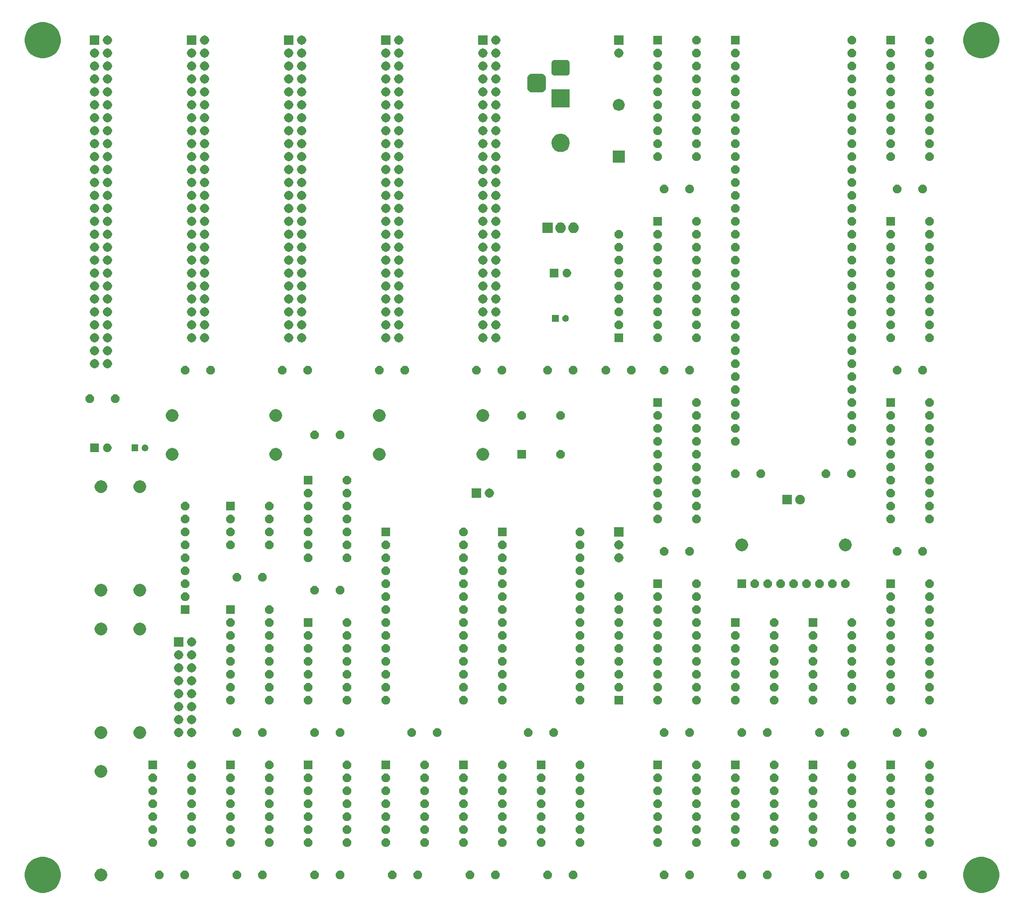
<source format=gbr>
From 8c235ca8eba7f24c114c847cdd993f385bebfadd Mon Sep 17 00:00:00 2001
From: exegete <nikitf-97@mail.ru>
Date: Tue, 20 Oct 2020 01:25:09 +0300
Subject: Initial commit

---
 gerber/motherboard-B_Mask.gbr | 33052 ++++++++++++++++++++++++++++++++++++++++
 1 file changed, 33052 insertions(+)
 create mode 100644 gerber/motherboard-B_Mask.gbr

(limited to 'gerber/motherboard-B_Mask.gbr')

diff --git a/gerber/motherboard-B_Mask.gbr b/gerber/motherboard-B_Mask.gbr
new file mode 100644
index 0000000..8a7fbe1
--- /dev/null
+++ b/gerber/motherboard-B_Mask.gbr
@@ -0,0 +1,33052 @@
+G04 #@! TF.GenerationSoftware,KiCad,Pcbnew,5.1.5*
+G04 #@! TF.CreationDate,2020-09-25T13:07:16+03:00*
+G04 #@! TF.ProjectId,motherboard,6d6f7468-6572-4626-9f61-72642e6b6963,rev?*
+G04 #@! TF.SameCoordinates,Original*
+G04 #@! TF.FileFunction,Soldermask,Bot*
+G04 #@! TF.FilePolarity,Negative*
+%FSLAX46Y46*%
+G04 Gerber Fmt 4.6, Leading zero omitted, Abs format (unit mm)*
+G04 Created by KiCad (PCBNEW 5.1.5) date 2020-09-25 13:07:16*
+%MOMM*%
+%LPD*%
+G04 APERTURE LIST*
+%ADD10C,0.100000*%
+G04 APERTURE END LIST*
+D10*
+G36*
+X206775787Y-182005462D02*
+G01*
+X206775790Y-182005463D01*
+X206775789Y-182005463D01*
+X207422029Y-182273144D01*
+X208003631Y-182661758D01*
+X208498242Y-183156369D01*
+X208886856Y-183737971D01*
+X208886856Y-183737972D01*
+X209154538Y-184384213D01*
+X209291000Y-185070256D01*
+X209291000Y-185769744D01*
+X209154538Y-186455787D01*
+X209154537Y-186455789D01*
+X208886856Y-187102029D01*
+X208498242Y-187683631D01*
+X208003631Y-188178242D01*
+X207422029Y-188566856D01*
+X206965068Y-188756135D01*
+X206775787Y-188834538D01*
+X206089744Y-188971000D01*
+X205390256Y-188971000D01*
+X204704213Y-188834538D01*
+X204514932Y-188756135D01*
+X204057971Y-188566856D01*
+X203476369Y-188178242D01*
+X202981758Y-187683631D01*
+X202593144Y-187102029D01*
+X202325463Y-186455789D01*
+X202325462Y-186455787D01*
+X202189000Y-185769744D01*
+X202189000Y-185070256D01*
+X202325462Y-184384213D01*
+X202593144Y-183737972D01*
+X202593144Y-183737971D01*
+X202981758Y-183156369D01*
+X203476369Y-182661758D01*
+X204057971Y-182273144D01*
+X204704211Y-182005463D01*
+X204704210Y-182005463D01*
+X204704213Y-182005462D01*
+X205390256Y-181869000D01*
+X206089744Y-181869000D01*
+X206775787Y-182005462D01*
+G37*
+G36*
+X22625787Y-182005462D02*
+G01*
+X22625790Y-182005463D01*
+X22625789Y-182005463D01*
+X23272029Y-182273144D01*
+X23853631Y-182661758D01*
+X24348242Y-183156369D01*
+X24736856Y-183737971D01*
+X24736856Y-183737972D01*
+X25004538Y-184384213D01*
+X25141000Y-185070256D01*
+X25141000Y-185769744D01*
+X25004538Y-186455787D01*
+X25004537Y-186455789D01*
+X24736856Y-187102029D01*
+X24348242Y-187683631D01*
+X23853631Y-188178242D01*
+X23272029Y-188566856D01*
+X22815068Y-188756135D01*
+X22625787Y-188834538D01*
+X21939744Y-188971000D01*
+X21240256Y-188971000D01*
+X20554213Y-188834538D01*
+X20364932Y-188756135D01*
+X19907971Y-188566856D01*
+X19326369Y-188178242D01*
+X18831758Y-187683631D01*
+X18443144Y-187102029D01*
+X18175463Y-186455789D01*
+X18175462Y-186455787D01*
+X18039000Y-185769744D01*
+X18039000Y-185070256D01*
+X18175462Y-184384213D01*
+X18443144Y-183737972D01*
+X18443144Y-183737971D01*
+X18831758Y-183156369D01*
+X19326369Y-182661758D01*
+X19907971Y-182273144D01*
+X20554211Y-182005463D01*
+X20554210Y-182005463D01*
+X20554213Y-182005462D01*
+X21240256Y-181869000D01*
+X21939744Y-181869000D01*
+X22625787Y-182005462D01*
+G37*
+G36*
+X33384903Y-184217075D02*
+G01*
+X33612571Y-184311378D01*
+X33817466Y-184448285D01*
+X33991715Y-184622534D01*
+X34128622Y-184827429D01*
+X34222925Y-185055097D01*
+X34271000Y-185296787D01*
+X34271000Y-185543213D01*
+X34222925Y-185784903D01*
+X34128622Y-186012571D01*
+X33991715Y-186217466D01*
+X33817466Y-186391715D01*
+X33612571Y-186528622D01*
+X33612570Y-186528623D01*
+X33612569Y-186528623D01*
+X33384903Y-186622925D01*
+X33143214Y-186671000D01*
+X32896786Y-186671000D01*
+X32655097Y-186622925D01*
+X32427431Y-186528623D01*
+X32427430Y-186528623D01*
+X32427429Y-186528622D01*
+X32222534Y-186391715D01*
+X32048285Y-186217466D01*
+X31911378Y-186012571D01*
+X31817075Y-185784903D01*
+X31769000Y-185543213D01*
+X31769000Y-185296787D01*
+X31817075Y-185055097D01*
+X31911378Y-184827429D01*
+X32048285Y-184622534D01*
+X32222534Y-184448285D01*
+X32427429Y-184311378D01*
+X32655097Y-184217075D01*
+X32896786Y-184169000D01*
+X33143214Y-184169000D01*
+X33384903Y-184217075D01*
+G37*
+G36*
+X125898228Y-184601703D02*
+G01*
+X126053100Y-184665853D01*
+X126192481Y-184758985D01*
+X126311015Y-184877519D01*
+X126404147Y-185016900D01*
+X126468297Y-185171772D01*
+X126501000Y-185336184D01*
+X126501000Y-185503816D01*
+X126468297Y-185668228D01*
+X126404147Y-185823100D01*
+X126311015Y-185962481D01*
+X126192481Y-186081015D01*
+X126053100Y-186174147D01*
+X125898228Y-186238297D01*
+X125733816Y-186271000D01*
+X125566184Y-186271000D01*
+X125401772Y-186238297D01*
+X125246900Y-186174147D01*
+X125107519Y-186081015D01*
+X124988985Y-185962481D01*
+X124895853Y-185823100D01*
+X124831703Y-185668228D01*
+X124799000Y-185503816D01*
+X124799000Y-185336184D01*
+X124831703Y-185171772D01*
+X124895853Y-185016900D01*
+X124988985Y-184877519D01*
+X125107519Y-184758985D01*
+X125246900Y-184665853D01*
+X125401772Y-184601703D01*
+X125566184Y-184569000D01*
+X125733816Y-184569000D01*
+X125898228Y-184601703D01*
+G37*
+G36*
+X75178228Y-184601703D02*
+G01*
+X75333100Y-184665853D01*
+X75472481Y-184758985D01*
+X75591015Y-184877519D01*
+X75684147Y-185016900D01*
+X75748297Y-185171772D01*
+X75781000Y-185336184D01*
+X75781000Y-185503816D01*
+X75748297Y-185668228D01*
+X75684147Y-185823100D01*
+X75591015Y-185962481D01*
+X75472481Y-186081015D01*
+X75333100Y-186174147D01*
+X75178228Y-186238297D01*
+X75013816Y-186271000D01*
+X74846184Y-186271000D01*
+X74681772Y-186238297D01*
+X74526900Y-186174147D01*
+X74387519Y-186081015D01*
+X74268985Y-185962481D01*
+X74175853Y-185823100D01*
+X74111703Y-185668228D01*
+X74079000Y-185503816D01*
+X74079000Y-185336184D01*
+X74111703Y-185171772D01*
+X74175853Y-185016900D01*
+X74268985Y-184877519D01*
+X74387519Y-184758985D01*
+X74526900Y-184665853D01*
+X74681772Y-184601703D01*
+X74846184Y-184569000D01*
+X75013816Y-184569000D01*
+X75178228Y-184601703D01*
+G37*
+G36*
+X80178228Y-184601703D02*
+G01*
+X80333100Y-184665853D01*
+X80472481Y-184758985D01*
+X80591015Y-184877519D01*
+X80684147Y-185016900D01*
+X80748297Y-185171772D01*
+X80781000Y-185336184D01*
+X80781000Y-185503816D01*
+X80748297Y-185668228D01*
+X80684147Y-185823100D01*
+X80591015Y-185962481D01*
+X80472481Y-186081015D01*
+X80333100Y-186174147D01*
+X80178228Y-186238297D01*
+X80013816Y-186271000D01*
+X79846184Y-186271000D01*
+X79681772Y-186238297D01*
+X79526900Y-186174147D01*
+X79387519Y-186081015D01*
+X79268985Y-185962481D01*
+X79175853Y-185823100D01*
+X79111703Y-185668228D01*
+X79079000Y-185503816D01*
+X79079000Y-185336184D01*
+X79111703Y-185171772D01*
+X79175853Y-185016900D01*
+X79268985Y-184877519D01*
+X79387519Y-184758985D01*
+X79526900Y-184665853D01*
+X79681772Y-184601703D01*
+X79846184Y-184569000D01*
+X80013816Y-184569000D01*
+X80178228Y-184601703D01*
+G37*
+G36*
+X158998228Y-184601703D02*
+G01*
+X159153100Y-184665853D01*
+X159292481Y-184758985D01*
+X159411015Y-184877519D01*
+X159504147Y-185016900D01*
+X159568297Y-185171772D01*
+X159601000Y-185336184D01*
+X159601000Y-185503816D01*
+X159568297Y-185668228D01*
+X159504147Y-185823100D01*
+X159411015Y-185962481D01*
+X159292481Y-186081015D01*
+X159153100Y-186174147D01*
+X158998228Y-186238297D01*
+X158833816Y-186271000D01*
+X158666184Y-186271000D01*
+X158501772Y-186238297D01*
+X158346900Y-186174147D01*
+X158207519Y-186081015D01*
+X158088985Y-185962481D01*
+X157995853Y-185823100D01*
+X157931703Y-185668228D01*
+X157899000Y-185503816D01*
+X157899000Y-185336184D01*
+X157931703Y-185171772D01*
+X157995853Y-185016900D01*
+X158088985Y-184877519D01*
+X158207519Y-184758985D01*
+X158346900Y-184665853D01*
+X158501772Y-184601703D01*
+X158666184Y-184569000D01*
+X158833816Y-184569000D01*
+X158998228Y-184601703D01*
+G37*
+G36*
+X163998228Y-184601703D02*
+G01*
+X164153100Y-184665853D01*
+X164292481Y-184758985D01*
+X164411015Y-184877519D01*
+X164504147Y-185016900D01*
+X164568297Y-185171772D01*
+X164601000Y-185336184D01*
+X164601000Y-185503816D01*
+X164568297Y-185668228D01*
+X164504147Y-185823100D01*
+X164411015Y-185962481D01*
+X164292481Y-186081015D01*
+X164153100Y-186174147D01*
+X163998228Y-186238297D01*
+X163833816Y-186271000D01*
+X163666184Y-186271000D01*
+X163501772Y-186238297D01*
+X163346900Y-186174147D01*
+X163207519Y-186081015D01*
+X163088985Y-185962481D01*
+X162995853Y-185823100D01*
+X162931703Y-185668228D01*
+X162899000Y-185503816D01*
+X162899000Y-185336184D01*
+X162931703Y-185171772D01*
+X162995853Y-185016900D01*
+X163088985Y-184877519D01*
+X163207519Y-184758985D01*
+X163346900Y-184665853D01*
+X163501772Y-184601703D01*
+X163666184Y-184569000D01*
+X163833816Y-184569000D01*
+X163998228Y-184601703D01*
+G37*
+G36*
+X90418228Y-184601703D02*
+G01*
+X90573100Y-184665853D01*
+X90712481Y-184758985D01*
+X90831015Y-184877519D01*
+X90924147Y-185016900D01*
+X90988297Y-185171772D01*
+X91021000Y-185336184D01*
+X91021000Y-185503816D01*
+X90988297Y-185668228D01*
+X90924147Y-185823100D01*
+X90831015Y-185962481D01*
+X90712481Y-186081015D01*
+X90573100Y-186174147D01*
+X90418228Y-186238297D01*
+X90253816Y-186271000D01*
+X90086184Y-186271000D01*
+X89921772Y-186238297D01*
+X89766900Y-186174147D01*
+X89627519Y-186081015D01*
+X89508985Y-185962481D01*
+X89415853Y-185823100D01*
+X89351703Y-185668228D01*
+X89319000Y-185503816D01*
+X89319000Y-185336184D01*
+X89351703Y-185171772D01*
+X89415853Y-185016900D01*
+X89508985Y-184877519D01*
+X89627519Y-184758985D01*
+X89766900Y-184665853D01*
+X89921772Y-184601703D01*
+X90086184Y-184569000D01*
+X90253816Y-184569000D01*
+X90418228Y-184601703D01*
+G37*
+G36*
+X95418228Y-184601703D02*
+G01*
+X95573100Y-184665853D01*
+X95712481Y-184758985D01*
+X95831015Y-184877519D01*
+X95924147Y-185016900D01*
+X95988297Y-185171772D01*
+X96021000Y-185336184D01*
+X96021000Y-185503816D01*
+X95988297Y-185668228D01*
+X95924147Y-185823100D01*
+X95831015Y-185962481D01*
+X95712481Y-186081015D01*
+X95573100Y-186174147D01*
+X95418228Y-186238297D01*
+X95253816Y-186271000D01*
+X95086184Y-186271000D01*
+X94921772Y-186238297D01*
+X94766900Y-186174147D01*
+X94627519Y-186081015D01*
+X94508985Y-185962481D01*
+X94415853Y-185823100D01*
+X94351703Y-185668228D01*
+X94319000Y-185503816D01*
+X94319000Y-185336184D01*
+X94351703Y-185171772D01*
+X94415853Y-185016900D01*
+X94508985Y-184877519D01*
+X94627519Y-184758985D01*
+X94766900Y-184665853D01*
+X94921772Y-184601703D01*
+X95086184Y-184569000D01*
+X95253816Y-184569000D01*
+X95418228Y-184601703D01*
+G37*
+G36*
+X143758228Y-184601703D02*
+G01*
+X143913100Y-184665853D01*
+X144052481Y-184758985D01*
+X144171015Y-184877519D01*
+X144264147Y-185016900D01*
+X144328297Y-185171772D01*
+X144361000Y-185336184D01*
+X144361000Y-185503816D01*
+X144328297Y-185668228D01*
+X144264147Y-185823100D01*
+X144171015Y-185962481D01*
+X144052481Y-186081015D01*
+X143913100Y-186174147D01*
+X143758228Y-186238297D01*
+X143593816Y-186271000D01*
+X143426184Y-186271000D01*
+X143261772Y-186238297D01*
+X143106900Y-186174147D01*
+X142967519Y-186081015D01*
+X142848985Y-185962481D01*
+X142755853Y-185823100D01*
+X142691703Y-185668228D01*
+X142659000Y-185503816D01*
+X142659000Y-185336184D01*
+X142691703Y-185171772D01*
+X142755853Y-185016900D01*
+X142848985Y-184877519D01*
+X142967519Y-184758985D01*
+X143106900Y-184665853D01*
+X143261772Y-184601703D01*
+X143426184Y-184569000D01*
+X143593816Y-184569000D01*
+X143758228Y-184601703D01*
+G37*
+G36*
+X148758228Y-184601703D02*
+G01*
+X148913100Y-184665853D01*
+X149052481Y-184758985D01*
+X149171015Y-184877519D01*
+X149264147Y-185016900D01*
+X149328297Y-185171772D01*
+X149361000Y-185336184D01*
+X149361000Y-185503816D01*
+X149328297Y-185668228D01*
+X149264147Y-185823100D01*
+X149171015Y-185962481D01*
+X149052481Y-186081015D01*
+X148913100Y-186174147D01*
+X148758228Y-186238297D01*
+X148593816Y-186271000D01*
+X148426184Y-186271000D01*
+X148261772Y-186238297D01*
+X148106900Y-186174147D01*
+X147967519Y-186081015D01*
+X147848985Y-185962481D01*
+X147755853Y-185823100D01*
+X147691703Y-185668228D01*
+X147659000Y-185503816D01*
+X147659000Y-185336184D01*
+X147691703Y-185171772D01*
+X147755853Y-185016900D01*
+X147848985Y-184877519D01*
+X147967519Y-184758985D01*
+X148106900Y-184665853D01*
+X148261772Y-184601703D01*
+X148426184Y-184569000D01*
+X148593816Y-184569000D01*
+X148758228Y-184601703D01*
+G37*
+G36*
+X44698228Y-184601703D02*
+G01*
+X44853100Y-184665853D01*
+X44992481Y-184758985D01*
+X45111015Y-184877519D01*
+X45204147Y-185016900D01*
+X45268297Y-185171772D01*
+X45301000Y-185336184D01*
+X45301000Y-185503816D01*
+X45268297Y-185668228D01*
+X45204147Y-185823100D01*
+X45111015Y-185962481D01*
+X44992481Y-186081015D01*
+X44853100Y-186174147D01*
+X44698228Y-186238297D01*
+X44533816Y-186271000D01*
+X44366184Y-186271000D01*
+X44201772Y-186238297D01*
+X44046900Y-186174147D01*
+X43907519Y-186081015D01*
+X43788985Y-185962481D01*
+X43695853Y-185823100D01*
+X43631703Y-185668228D01*
+X43599000Y-185503816D01*
+X43599000Y-185336184D01*
+X43631703Y-185171772D01*
+X43695853Y-185016900D01*
+X43788985Y-184877519D01*
+X43907519Y-184758985D01*
+X44046900Y-184665853D01*
+X44201772Y-184601703D01*
+X44366184Y-184569000D01*
+X44533816Y-184569000D01*
+X44698228Y-184601703D01*
+G37*
+G36*
+X120898228Y-184601703D02*
+G01*
+X121053100Y-184665853D01*
+X121192481Y-184758985D01*
+X121311015Y-184877519D01*
+X121404147Y-185016900D01*
+X121468297Y-185171772D01*
+X121501000Y-185336184D01*
+X121501000Y-185503816D01*
+X121468297Y-185668228D01*
+X121404147Y-185823100D01*
+X121311015Y-185962481D01*
+X121192481Y-186081015D01*
+X121053100Y-186174147D01*
+X120898228Y-186238297D01*
+X120733816Y-186271000D01*
+X120566184Y-186271000D01*
+X120401772Y-186238297D01*
+X120246900Y-186174147D01*
+X120107519Y-186081015D01*
+X119988985Y-185962481D01*
+X119895853Y-185823100D01*
+X119831703Y-185668228D01*
+X119799000Y-185503816D01*
+X119799000Y-185336184D01*
+X119831703Y-185171772D01*
+X119895853Y-185016900D01*
+X119988985Y-184877519D01*
+X120107519Y-184758985D01*
+X120246900Y-184665853D01*
+X120401772Y-184601703D01*
+X120566184Y-184569000D01*
+X120733816Y-184569000D01*
+X120898228Y-184601703D01*
+G37*
+G36*
+X194478228Y-184601703D02*
+G01*
+X194633100Y-184665853D01*
+X194772481Y-184758985D01*
+X194891015Y-184877519D01*
+X194984147Y-185016900D01*
+X195048297Y-185171772D01*
+X195081000Y-185336184D01*
+X195081000Y-185503816D01*
+X195048297Y-185668228D01*
+X194984147Y-185823100D01*
+X194891015Y-185962481D01*
+X194772481Y-186081015D01*
+X194633100Y-186174147D01*
+X194478228Y-186238297D01*
+X194313816Y-186271000D01*
+X194146184Y-186271000D01*
+X193981772Y-186238297D01*
+X193826900Y-186174147D01*
+X193687519Y-186081015D01*
+X193568985Y-185962481D01*
+X193475853Y-185823100D01*
+X193411703Y-185668228D01*
+X193379000Y-185503816D01*
+X193379000Y-185336184D01*
+X193411703Y-185171772D01*
+X193475853Y-185016900D01*
+X193568985Y-184877519D01*
+X193687519Y-184758985D01*
+X193826900Y-184665853D01*
+X193981772Y-184601703D01*
+X194146184Y-184569000D01*
+X194313816Y-184569000D01*
+X194478228Y-184601703D01*
+G37*
+G36*
+X64938228Y-184601703D02*
+G01*
+X65093100Y-184665853D01*
+X65232481Y-184758985D01*
+X65351015Y-184877519D01*
+X65444147Y-185016900D01*
+X65508297Y-185171772D01*
+X65541000Y-185336184D01*
+X65541000Y-185503816D01*
+X65508297Y-185668228D01*
+X65444147Y-185823100D01*
+X65351015Y-185962481D01*
+X65232481Y-186081015D01*
+X65093100Y-186174147D01*
+X64938228Y-186238297D01*
+X64773816Y-186271000D01*
+X64606184Y-186271000D01*
+X64441772Y-186238297D01*
+X64286900Y-186174147D01*
+X64147519Y-186081015D01*
+X64028985Y-185962481D01*
+X63935853Y-185823100D01*
+X63871703Y-185668228D01*
+X63839000Y-185503816D01*
+X63839000Y-185336184D01*
+X63871703Y-185171772D01*
+X63935853Y-185016900D01*
+X64028985Y-184877519D01*
+X64147519Y-184758985D01*
+X64286900Y-184665853D01*
+X64441772Y-184601703D01*
+X64606184Y-184569000D01*
+X64773816Y-184569000D01*
+X64938228Y-184601703D01*
+G37*
+G36*
+X59938228Y-184601703D02*
+G01*
+X60093100Y-184665853D01*
+X60232481Y-184758985D01*
+X60351015Y-184877519D01*
+X60444147Y-185016900D01*
+X60508297Y-185171772D01*
+X60541000Y-185336184D01*
+X60541000Y-185503816D01*
+X60508297Y-185668228D01*
+X60444147Y-185823100D01*
+X60351015Y-185962481D01*
+X60232481Y-186081015D01*
+X60093100Y-186174147D01*
+X59938228Y-186238297D01*
+X59773816Y-186271000D01*
+X59606184Y-186271000D01*
+X59441772Y-186238297D01*
+X59286900Y-186174147D01*
+X59147519Y-186081015D01*
+X59028985Y-185962481D01*
+X58935853Y-185823100D01*
+X58871703Y-185668228D01*
+X58839000Y-185503816D01*
+X58839000Y-185336184D01*
+X58871703Y-185171772D01*
+X58935853Y-185016900D01*
+X59028985Y-184877519D01*
+X59147519Y-184758985D01*
+X59286900Y-184665853D01*
+X59441772Y-184601703D01*
+X59606184Y-184569000D01*
+X59773816Y-184569000D01*
+X59938228Y-184601703D01*
+G37*
+G36*
+X179238228Y-184601703D02*
+G01*
+X179393100Y-184665853D01*
+X179532481Y-184758985D01*
+X179651015Y-184877519D01*
+X179744147Y-185016900D01*
+X179808297Y-185171772D01*
+X179841000Y-185336184D01*
+X179841000Y-185503816D01*
+X179808297Y-185668228D01*
+X179744147Y-185823100D01*
+X179651015Y-185962481D01*
+X179532481Y-186081015D01*
+X179393100Y-186174147D01*
+X179238228Y-186238297D01*
+X179073816Y-186271000D01*
+X178906184Y-186271000D01*
+X178741772Y-186238297D01*
+X178586900Y-186174147D01*
+X178447519Y-186081015D01*
+X178328985Y-185962481D01*
+X178235853Y-185823100D01*
+X178171703Y-185668228D01*
+X178139000Y-185503816D01*
+X178139000Y-185336184D01*
+X178171703Y-185171772D01*
+X178235853Y-185016900D01*
+X178328985Y-184877519D01*
+X178447519Y-184758985D01*
+X178586900Y-184665853D01*
+X178741772Y-184601703D01*
+X178906184Y-184569000D01*
+X179073816Y-184569000D01*
+X179238228Y-184601703D01*
+G37*
+G36*
+X174238228Y-184601703D02*
+G01*
+X174393100Y-184665853D01*
+X174532481Y-184758985D01*
+X174651015Y-184877519D01*
+X174744147Y-185016900D01*
+X174808297Y-185171772D01*
+X174841000Y-185336184D01*
+X174841000Y-185503816D01*
+X174808297Y-185668228D01*
+X174744147Y-185823100D01*
+X174651015Y-185962481D01*
+X174532481Y-186081015D01*
+X174393100Y-186174147D01*
+X174238228Y-186238297D01*
+X174073816Y-186271000D01*
+X173906184Y-186271000D01*
+X173741772Y-186238297D01*
+X173586900Y-186174147D01*
+X173447519Y-186081015D01*
+X173328985Y-185962481D01*
+X173235853Y-185823100D01*
+X173171703Y-185668228D01*
+X173139000Y-185503816D01*
+X173139000Y-185336184D01*
+X173171703Y-185171772D01*
+X173235853Y-185016900D01*
+X173328985Y-184877519D01*
+X173447519Y-184758985D01*
+X173586900Y-184665853D01*
+X173741772Y-184601703D01*
+X173906184Y-184569000D01*
+X174073816Y-184569000D01*
+X174238228Y-184601703D01*
+G37*
+G36*
+X110658228Y-184601703D02*
+G01*
+X110813100Y-184665853D01*
+X110952481Y-184758985D01*
+X111071015Y-184877519D01*
+X111164147Y-185016900D01*
+X111228297Y-185171772D01*
+X111261000Y-185336184D01*
+X111261000Y-185503816D01*
+X111228297Y-185668228D01*
+X111164147Y-185823100D01*
+X111071015Y-185962481D01*
+X110952481Y-186081015D01*
+X110813100Y-186174147D01*
+X110658228Y-186238297D01*
+X110493816Y-186271000D01*
+X110326184Y-186271000D01*
+X110161772Y-186238297D01*
+X110006900Y-186174147D01*
+X109867519Y-186081015D01*
+X109748985Y-185962481D01*
+X109655853Y-185823100D01*
+X109591703Y-185668228D01*
+X109559000Y-185503816D01*
+X109559000Y-185336184D01*
+X109591703Y-185171772D01*
+X109655853Y-185016900D01*
+X109748985Y-184877519D01*
+X109867519Y-184758985D01*
+X110006900Y-184665853D01*
+X110161772Y-184601703D01*
+X110326184Y-184569000D01*
+X110493816Y-184569000D01*
+X110658228Y-184601703D01*
+G37*
+G36*
+X105658228Y-184601703D02*
+G01*
+X105813100Y-184665853D01*
+X105952481Y-184758985D01*
+X106071015Y-184877519D01*
+X106164147Y-185016900D01*
+X106228297Y-185171772D01*
+X106261000Y-185336184D01*
+X106261000Y-185503816D01*
+X106228297Y-185668228D01*
+X106164147Y-185823100D01*
+X106071015Y-185962481D01*
+X105952481Y-186081015D01*
+X105813100Y-186174147D01*
+X105658228Y-186238297D01*
+X105493816Y-186271000D01*
+X105326184Y-186271000D01*
+X105161772Y-186238297D01*
+X105006900Y-186174147D01*
+X104867519Y-186081015D01*
+X104748985Y-185962481D01*
+X104655853Y-185823100D01*
+X104591703Y-185668228D01*
+X104559000Y-185503816D01*
+X104559000Y-185336184D01*
+X104591703Y-185171772D01*
+X104655853Y-185016900D01*
+X104748985Y-184877519D01*
+X104867519Y-184758985D01*
+X105006900Y-184665853D01*
+X105161772Y-184601703D01*
+X105326184Y-184569000D01*
+X105493816Y-184569000D01*
+X105658228Y-184601703D01*
+G37*
+G36*
+X189478228Y-184601703D02*
+G01*
+X189633100Y-184665853D01*
+X189772481Y-184758985D01*
+X189891015Y-184877519D01*
+X189984147Y-185016900D01*
+X190048297Y-185171772D01*
+X190081000Y-185336184D01*
+X190081000Y-185503816D01*
+X190048297Y-185668228D01*
+X189984147Y-185823100D01*
+X189891015Y-185962481D01*
+X189772481Y-186081015D01*
+X189633100Y-186174147D01*
+X189478228Y-186238297D01*
+X189313816Y-186271000D01*
+X189146184Y-186271000D01*
+X188981772Y-186238297D01*
+X188826900Y-186174147D01*
+X188687519Y-186081015D01*
+X188568985Y-185962481D01*
+X188475853Y-185823100D01*
+X188411703Y-185668228D01*
+X188379000Y-185503816D01*
+X188379000Y-185336184D01*
+X188411703Y-185171772D01*
+X188475853Y-185016900D01*
+X188568985Y-184877519D01*
+X188687519Y-184758985D01*
+X188826900Y-184665853D01*
+X188981772Y-184601703D01*
+X189146184Y-184569000D01*
+X189313816Y-184569000D01*
+X189478228Y-184601703D01*
+G37*
+G36*
+X49698228Y-184601703D02*
+G01*
+X49853100Y-184665853D01*
+X49992481Y-184758985D01*
+X50111015Y-184877519D01*
+X50204147Y-185016900D01*
+X50268297Y-185171772D01*
+X50301000Y-185336184D01*
+X50301000Y-185503816D01*
+X50268297Y-185668228D01*
+X50204147Y-185823100D01*
+X50111015Y-185962481D01*
+X49992481Y-186081015D01*
+X49853100Y-186174147D01*
+X49698228Y-186238297D01*
+X49533816Y-186271000D01*
+X49366184Y-186271000D01*
+X49201772Y-186238297D01*
+X49046900Y-186174147D01*
+X48907519Y-186081015D01*
+X48788985Y-185962481D01*
+X48695853Y-185823100D01*
+X48631703Y-185668228D01*
+X48599000Y-185503816D01*
+X48599000Y-185336184D01*
+X48631703Y-185171772D01*
+X48695853Y-185016900D01*
+X48788985Y-184877519D01*
+X48907519Y-184758985D01*
+X49046900Y-184665853D01*
+X49201772Y-184601703D01*
+X49366184Y-184569000D01*
+X49533816Y-184569000D01*
+X49698228Y-184601703D01*
+G37*
+G36*
+X150108228Y-178251703D02*
+G01*
+X150263100Y-178315853D01*
+X150402481Y-178408985D01*
+X150521015Y-178527519D01*
+X150614147Y-178666900D01*
+X150678297Y-178821772D01*
+X150711000Y-178986184D01*
+X150711000Y-179153816D01*
+X150678297Y-179318228D01*
+X150614147Y-179473100D01*
+X150521015Y-179612481D01*
+X150402481Y-179731015D01*
+X150263100Y-179824147D01*
+X150108228Y-179888297D01*
+X149943816Y-179921000D01*
+X149776184Y-179921000D01*
+X149611772Y-179888297D01*
+X149456900Y-179824147D01*
+X149317519Y-179731015D01*
+X149198985Y-179612481D01*
+X149105853Y-179473100D01*
+X149041703Y-179318228D01*
+X149009000Y-179153816D01*
+X149009000Y-178986184D01*
+X149041703Y-178821772D01*
+X149105853Y-178666900D01*
+X149198985Y-178527519D01*
+X149317519Y-178408985D01*
+X149456900Y-178315853D01*
+X149611772Y-178251703D01*
+X149776184Y-178219000D01*
+X149943816Y-178219000D01*
+X150108228Y-178251703D01*
+G37*
+G36*
+X142488228Y-178251703D02*
+G01*
+X142643100Y-178315853D01*
+X142782481Y-178408985D01*
+X142901015Y-178527519D01*
+X142994147Y-178666900D01*
+X143058297Y-178821772D01*
+X143091000Y-178986184D01*
+X143091000Y-179153816D01*
+X143058297Y-179318228D01*
+X142994147Y-179473100D01*
+X142901015Y-179612481D01*
+X142782481Y-179731015D01*
+X142643100Y-179824147D01*
+X142488228Y-179888297D01*
+X142323816Y-179921000D01*
+X142156184Y-179921000D01*
+X141991772Y-179888297D01*
+X141836900Y-179824147D01*
+X141697519Y-179731015D01*
+X141578985Y-179612481D01*
+X141485853Y-179473100D01*
+X141421703Y-179318228D01*
+X141389000Y-179153816D01*
+X141389000Y-178986184D01*
+X141421703Y-178821772D01*
+X141485853Y-178666900D01*
+X141578985Y-178527519D01*
+X141697519Y-178408985D01*
+X141836900Y-178315853D01*
+X141991772Y-178251703D01*
+X142156184Y-178219000D01*
+X142323816Y-178219000D01*
+X142488228Y-178251703D01*
+G37*
+G36*
+X195828228Y-178251703D02*
+G01*
+X195983100Y-178315853D01*
+X196122481Y-178408985D01*
+X196241015Y-178527519D01*
+X196334147Y-178666900D01*
+X196398297Y-178821772D01*
+X196431000Y-178986184D01*
+X196431000Y-179153816D01*
+X196398297Y-179318228D01*
+X196334147Y-179473100D01*
+X196241015Y-179612481D01*
+X196122481Y-179731015D01*
+X195983100Y-179824147D01*
+X195828228Y-179888297D01*
+X195663816Y-179921000D01*
+X195496184Y-179921000D01*
+X195331772Y-179888297D01*
+X195176900Y-179824147D01*
+X195037519Y-179731015D01*
+X194918985Y-179612481D01*
+X194825853Y-179473100D01*
+X194761703Y-179318228D01*
+X194729000Y-179153816D01*
+X194729000Y-178986184D01*
+X194761703Y-178821772D01*
+X194825853Y-178666900D01*
+X194918985Y-178527519D01*
+X195037519Y-178408985D01*
+X195176900Y-178315853D01*
+X195331772Y-178251703D01*
+X195496184Y-178219000D01*
+X195663816Y-178219000D01*
+X195828228Y-178251703D01*
+G37*
+G36*
+X188208228Y-178251703D02*
+G01*
+X188363100Y-178315853D01*
+X188502481Y-178408985D01*
+X188621015Y-178527519D01*
+X188714147Y-178666900D01*
+X188778297Y-178821772D01*
+X188811000Y-178986184D01*
+X188811000Y-179153816D01*
+X188778297Y-179318228D01*
+X188714147Y-179473100D01*
+X188621015Y-179612481D01*
+X188502481Y-179731015D01*
+X188363100Y-179824147D01*
+X188208228Y-179888297D01*
+X188043816Y-179921000D01*
+X187876184Y-179921000D01*
+X187711772Y-179888297D01*
+X187556900Y-179824147D01*
+X187417519Y-179731015D01*
+X187298985Y-179612481D01*
+X187205853Y-179473100D01*
+X187141703Y-179318228D01*
+X187109000Y-179153816D01*
+X187109000Y-178986184D01*
+X187141703Y-178821772D01*
+X187205853Y-178666900D01*
+X187298985Y-178527519D01*
+X187417519Y-178408985D01*
+X187556900Y-178315853D01*
+X187711772Y-178251703D01*
+X187876184Y-178219000D01*
+X188043816Y-178219000D01*
+X188208228Y-178251703D01*
+G37*
+G36*
+X66288228Y-178251703D02*
+G01*
+X66443100Y-178315853D01*
+X66582481Y-178408985D01*
+X66701015Y-178527519D01*
+X66794147Y-178666900D01*
+X66858297Y-178821772D01*
+X66891000Y-178986184D01*
+X66891000Y-179153816D01*
+X66858297Y-179318228D01*
+X66794147Y-179473100D01*
+X66701015Y-179612481D01*
+X66582481Y-179731015D01*
+X66443100Y-179824147D01*
+X66288228Y-179888297D01*
+X66123816Y-179921000D01*
+X65956184Y-179921000D01*
+X65791772Y-179888297D01*
+X65636900Y-179824147D01*
+X65497519Y-179731015D01*
+X65378985Y-179612481D01*
+X65285853Y-179473100D01*
+X65221703Y-179318228D01*
+X65189000Y-179153816D01*
+X65189000Y-178986184D01*
+X65221703Y-178821772D01*
+X65285853Y-178666900D01*
+X65378985Y-178527519D01*
+X65497519Y-178408985D01*
+X65636900Y-178315853D01*
+X65791772Y-178251703D01*
+X65956184Y-178219000D01*
+X66123816Y-178219000D01*
+X66288228Y-178251703D01*
+G37*
+G36*
+X58668228Y-178251703D02*
+G01*
+X58823100Y-178315853D01*
+X58962481Y-178408985D01*
+X59081015Y-178527519D01*
+X59174147Y-178666900D01*
+X59238297Y-178821772D01*
+X59271000Y-178986184D01*
+X59271000Y-179153816D01*
+X59238297Y-179318228D01*
+X59174147Y-179473100D01*
+X59081015Y-179612481D01*
+X58962481Y-179731015D01*
+X58823100Y-179824147D01*
+X58668228Y-179888297D01*
+X58503816Y-179921000D01*
+X58336184Y-179921000D01*
+X58171772Y-179888297D01*
+X58016900Y-179824147D01*
+X57877519Y-179731015D01*
+X57758985Y-179612481D01*
+X57665853Y-179473100D01*
+X57601703Y-179318228D01*
+X57569000Y-179153816D01*
+X57569000Y-178986184D01*
+X57601703Y-178821772D01*
+X57665853Y-178666900D01*
+X57758985Y-178527519D01*
+X57877519Y-178408985D01*
+X58016900Y-178315853D01*
+X58171772Y-178251703D01*
+X58336184Y-178219000D01*
+X58503816Y-178219000D01*
+X58668228Y-178251703D01*
+G37*
+G36*
+X81528228Y-178251703D02*
+G01*
+X81683100Y-178315853D01*
+X81822481Y-178408985D01*
+X81941015Y-178527519D01*
+X82034147Y-178666900D01*
+X82098297Y-178821772D01*
+X82131000Y-178986184D01*
+X82131000Y-179153816D01*
+X82098297Y-179318228D01*
+X82034147Y-179473100D01*
+X81941015Y-179612481D01*
+X81822481Y-179731015D01*
+X81683100Y-179824147D01*
+X81528228Y-179888297D01*
+X81363816Y-179921000D01*
+X81196184Y-179921000D01*
+X81031772Y-179888297D01*
+X80876900Y-179824147D01*
+X80737519Y-179731015D01*
+X80618985Y-179612481D01*
+X80525853Y-179473100D01*
+X80461703Y-179318228D01*
+X80429000Y-179153816D01*
+X80429000Y-178986184D01*
+X80461703Y-178821772D01*
+X80525853Y-178666900D01*
+X80618985Y-178527519D01*
+X80737519Y-178408985D01*
+X80876900Y-178315853D01*
+X81031772Y-178251703D01*
+X81196184Y-178219000D01*
+X81363816Y-178219000D01*
+X81528228Y-178251703D01*
+G37*
+G36*
+X73908228Y-178251703D02*
+G01*
+X74063100Y-178315853D01*
+X74202481Y-178408985D01*
+X74321015Y-178527519D01*
+X74414147Y-178666900D01*
+X74478297Y-178821772D01*
+X74511000Y-178986184D01*
+X74511000Y-179153816D01*
+X74478297Y-179318228D01*
+X74414147Y-179473100D01*
+X74321015Y-179612481D01*
+X74202481Y-179731015D01*
+X74063100Y-179824147D01*
+X73908228Y-179888297D01*
+X73743816Y-179921000D01*
+X73576184Y-179921000D01*
+X73411772Y-179888297D01*
+X73256900Y-179824147D01*
+X73117519Y-179731015D01*
+X72998985Y-179612481D01*
+X72905853Y-179473100D01*
+X72841703Y-179318228D01*
+X72809000Y-179153816D01*
+X72809000Y-178986184D01*
+X72841703Y-178821772D01*
+X72905853Y-178666900D01*
+X72998985Y-178527519D01*
+X73117519Y-178408985D01*
+X73256900Y-178315853D01*
+X73411772Y-178251703D01*
+X73576184Y-178219000D01*
+X73743816Y-178219000D01*
+X73908228Y-178251703D01*
+G37*
+G36*
+X51048228Y-178251703D02*
+G01*
+X51203100Y-178315853D01*
+X51342481Y-178408985D01*
+X51461015Y-178527519D01*
+X51554147Y-178666900D01*
+X51618297Y-178821772D01*
+X51651000Y-178986184D01*
+X51651000Y-179153816D01*
+X51618297Y-179318228D01*
+X51554147Y-179473100D01*
+X51461015Y-179612481D01*
+X51342481Y-179731015D01*
+X51203100Y-179824147D01*
+X51048228Y-179888297D01*
+X50883816Y-179921000D01*
+X50716184Y-179921000D01*
+X50551772Y-179888297D01*
+X50396900Y-179824147D01*
+X50257519Y-179731015D01*
+X50138985Y-179612481D01*
+X50045853Y-179473100D01*
+X49981703Y-179318228D01*
+X49949000Y-179153816D01*
+X49949000Y-178986184D01*
+X49981703Y-178821772D01*
+X50045853Y-178666900D01*
+X50138985Y-178527519D01*
+X50257519Y-178408985D01*
+X50396900Y-178315853D01*
+X50551772Y-178251703D01*
+X50716184Y-178219000D01*
+X50883816Y-178219000D01*
+X51048228Y-178251703D01*
+G37*
+G36*
+X112008228Y-178251703D02*
+G01*
+X112163100Y-178315853D01*
+X112302481Y-178408985D01*
+X112421015Y-178527519D01*
+X112514147Y-178666900D01*
+X112578297Y-178821772D01*
+X112611000Y-178986184D01*
+X112611000Y-179153816D01*
+X112578297Y-179318228D01*
+X112514147Y-179473100D01*
+X112421015Y-179612481D01*
+X112302481Y-179731015D01*
+X112163100Y-179824147D01*
+X112008228Y-179888297D01*
+X111843816Y-179921000D01*
+X111676184Y-179921000D01*
+X111511772Y-179888297D01*
+X111356900Y-179824147D01*
+X111217519Y-179731015D01*
+X111098985Y-179612481D01*
+X111005853Y-179473100D01*
+X110941703Y-179318228D01*
+X110909000Y-179153816D01*
+X110909000Y-178986184D01*
+X110941703Y-178821772D01*
+X111005853Y-178666900D01*
+X111098985Y-178527519D01*
+X111217519Y-178408985D01*
+X111356900Y-178315853D01*
+X111511772Y-178251703D01*
+X111676184Y-178219000D01*
+X111843816Y-178219000D01*
+X112008228Y-178251703D01*
+G37*
+G36*
+X180588228Y-178251703D02*
+G01*
+X180743100Y-178315853D01*
+X180882481Y-178408985D01*
+X181001015Y-178527519D01*
+X181094147Y-178666900D01*
+X181158297Y-178821772D01*
+X181191000Y-178986184D01*
+X181191000Y-179153816D01*
+X181158297Y-179318228D01*
+X181094147Y-179473100D01*
+X181001015Y-179612481D01*
+X180882481Y-179731015D01*
+X180743100Y-179824147D01*
+X180588228Y-179888297D01*
+X180423816Y-179921000D01*
+X180256184Y-179921000D01*
+X180091772Y-179888297D01*
+X179936900Y-179824147D01*
+X179797519Y-179731015D01*
+X179678985Y-179612481D01*
+X179585853Y-179473100D01*
+X179521703Y-179318228D01*
+X179489000Y-179153816D01*
+X179489000Y-178986184D01*
+X179521703Y-178821772D01*
+X179585853Y-178666900D01*
+X179678985Y-178527519D01*
+X179797519Y-178408985D01*
+X179936900Y-178315853D01*
+X180091772Y-178251703D01*
+X180256184Y-178219000D01*
+X180423816Y-178219000D01*
+X180588228Y-178251703D01*
+G37*
+G36*
+X89148228Y-178251703D02*
+G01*
+X89303100Y-178315853D01*
+X89442481Y-178408985D01*
+X89561015Y-178527519D01*
+X89654147Y-178666900D01*
+X89718297Y-178821772D01*
+X89751000Y-178986184D01*
+X89751000Y-179153816D01*
+X89718297Y-179318228D01*
+X89654147Y-179473100D01*
+X89561015Y-179612481D01*
+X89442481Y-179731015D01*
+X89303100Y-179824147D01*
+X89148228Y-179888297D01*
+X88983816Y-179921000D01*
+X88816184Y-179921000D01*
+X88651772Y-179888297D01*
+X88496900Y-179824147D01*
+X88357519Y-179731015D01*
+X88238985Y-179612481D01*
+X88145853Y-179473100D01*
+X88081703Y-179318228D01*
+X88049000Y-179153816D01*
+X88049000Y-178986184D01*
+X88081703Y-178821772D01*
+X88145853Y-178666900D01*
+X88238985Y-178527519D01*
+X88357519Y-178408985D01*
+X88496900Y-178315853D01*
+X88651772Y-178251703D01*
+X88816184Y-178219000D01*
+X88983816Y-178219000D01*
+X89148228Y-178251703D01*
+G37*
+G36*
+X43428228Y-178251703D02*
+G01*
+X43583100Y-178315853D01*
+X43722481Y-178408985D01*
+X43841015Y-178527519D01*
+X43934147Y-178666900D01*
+X43998297Y-178821772D01*
+X44031000Y-178986184D01*
+X44031000Y-179153816D01*
+X43998297Y-179318228D01*
+X43934147Y-179473100D01*
+X43841015Y-179612481D01*
+X43722481Y-179731015D01*
+X43583100Y-179824147D01*
+X43428228Y-179888297D01*
+X43263816Y-179921000D01*
+X43096184Y-179921000D01*
+X42931772Y-179888297D01*
+X42776900Y-179824147D01*
+X42637519Y-179731015D01*
+X42518985Y-179612481D01*
+X42425853Y-179473100D01*
+X42361703Y-179318228D01*
+X42329000Y-179153816D01*
+X42329000Y-178986184D01*
+X42361703Y-178821772D01*
+X42425853Y-178666900D01*
+X42518985Y-178527519D01*
+X42637519Y-178408985D01*
+X42776900Y-178315853D01*
+X42931772Y-178251703D01*
+X43096184Y-178219000D01*
+X43263816Y-178219000D01*
+X43428228Y-178251703D01*
+G37*
+G36*
+X96768228Y-178251703D02*
+G01*
+X96923100Y-178315853D01*
+X97062481Y-178408985D01*
+X97181015Y-178527519D01*
+X97274147Y-178666900D01*
+X97338297Y-178821772D01*
+X97371000Y-178986184D01*
+X97371000Y-179153816D01*
+X97338297Y-179318228D01*
+X97274147Y-179473100D01*
+X97181015Y-179612481D01*
+X97062481Y-179731015D01*
+X96923100Y-179824147D01*
+X96768228Y-179888297D01*
+X96603816Y-179921000D01*
+X96436184Y-179921000D01*
+X96271772Y-179888297D01*
+X96116900Y-179824147D01*
+X95977519Y-179731015D01*
+X95858985Y-179612481D01*
+X95765853Y-179473100D01*
+X95701703Y-179318228D01*
+X95669000Y-179153816D01*
+X95669000Y-178986184D01*
+X95701703Y-178821772D01*
+X95765853Y-178666900D01*
+X95858985Y-178527519D01*
+X95977519Y-178408985D01*
+X96116900Y-178315853D01*
+X96271772Y-178251703D01*
+X96436184Y-178219000D01*
+X96603816Y-178219000D01*
+X96768228Y-178251703D01*
+G37*
+G36*
+X104388228Y-178251703D02*
+G01*
+X104543100Y-178315853D01*
+X104682481Y-178408985D01*
+X104801015Y-178527519D01*
+X104894147Y-178666900D01*
+X104958297Y-178821772D01*
+X104991000Y-178986184D01*
+X104991000Y-179153816D01*
+X104958297Y-179318228D01*
+X104894147Y-179473100D01*
+X104801015Y-179612481D01*
+X104682481Y-179731015D01*
+X104543100Y-179824147D01*
+X104388228Y-179888297D01*
+X104223816Y-179921000D01*
+X104056184Y-179921000D01*
+X103891772Y-179888297D01*
+X103736900Y-179824147D01*
+X103597519Y-179731015D01*
+X103478985Y-179612481D01*
+X103385853Y-179473100D01*
+X103321703Y-179318228D01*
+X103289000Y-179153816D01*
+X103289000Y-178986184D01*
+X103321703Y-178821772D01*
+X103385853Y-178666900D01*
+X103478985Y-178527519D01*
+X103597519Y-178408985D01*
+X103736900Y-178315853D01*
+X103891772Y-178251703D01*
+X104056184Y-178219000D01*
+X104223816Y-178219000D01*
+X104388228Y-178251703D01*
+G37*
+G36*
+X165348228Y-178251703D02*
+G01*
+X165503100Y-178315853D01*
+X165642481Y-178408985D01*
+X165761015Y-178527519D01*
+X165854147Y-178666900D01*
+X165918297Y-178821772D01*
+X165951000Y-178986184D01*
+X165951000Y-179153816D01*
+X165918297Y-179318228D01*
+X165854147Y-179473100D01*
+X165761015Y-179612481D01*
+X165642481Y-179731015D01*
+X165503100Y-179824147D01*
+X165348228Y-179888297D01*
+X165183816Y-179921000D01*
+X165016184Y-179921000D01*
+X164851772Y-179888297D01*
+X164696900Y-179824147D01*
+X164557519Y-179731015D01*
+X164438985Y-179612481D01*
+X164345853Y-179473100D01*
+X164281703Y-179318228D01*
+X164249000Y-179153816D01*
+X164249000Y-178986184D01*
+X164281703Y-178821772D01*
+X164345853Y-178666900D01*
+X164438985Y-178527519D01*
+X164557519Y-178408985D01*
+X164696900Y-178315853D01*
+X164851772Y-178251703D01*
+X165016184Y-178219000D01*
+X165183816Y-178219000D01*
+X165348228Y-178251703D01*
+G37*
+G36*
+X157728228Y-178251703D02*
+G01*
+X157883100Y-178315853D01*
+X158022481Y-178408985D01*
+X158141015Y-178527519D01*
+X158234147Y-178666900D01*
+X158298297Y-178821772D01*
+X158331000Y-178986184D01*
+X158331000Y-179153816D01*
+X158298297Y-179318228D01*
+X158234147Y-179473100D01*
+X158141015Y-179612481D01*
+X158022481Y-179731015D01*
+X157883100Y-179824147D01*
+X157728228Y-179888297D01*
+X157563816Y-179921000D01*
+X157396184Y-179921000D01*
+X157231772Y-179888297D01*
+X157076900Y-179824147D01*
+X156937519Y-179731015D01*
+X156818985Y-179612481D01*
+X156725853Y-179473100D01*
+X156661703Y-179318228D01*
+X156629000Y-179153816D01*
+X156629000Y-178986184D01*
+X156661703Y-178821772D01*
+X156725853Y-178666900D01*
+X156818985Y-178527519D01*
+X156937519Y-178408985D01*
+X157076900Y-178315853D01*
+X157231772Y-178251703D01*
+X157396184Y-178219000D01*
+X157563816Y-178219000D01*
+X157728228Y-178251703D01*
+G37*
+G36*
+X127248228Y-178251703D02*
+G01*
+X127403100Y-178315853D01*
+X127542481Y-178408985D01*
+X127661015Y-178527519D01*
+X127754147Y-178666900D01*
+X127818297Y-178821772D01*
+X127851000Y-178986184D01*
+X127851000Y-179153816D01*
+X127818297Y-179318228D01*
+X127754147Y-179473100D01*
+X127661015Y-179612481D01*
+X127542481Y-179731015D01*
+X127403100Y-179824147D01*
+X127248228Y-179888297D01*
+X127083816Y-179921000D01*
+X126916184Y-179921000D01*
+X126751772Y-179888297D01*
+X126596900Y-179824147D01*
+X126457519Y-179731015D01*
+X126338985Y-179612481D01*
+X126245853Y-179473100D01*
+X126181703Y-179318228D01*
+X126149000Y-179153816D01*
+X126149000Y-178986184D01*
+X126181703Y-178821772D01*
+X126245853Y-178666900D01*
+X126338985Y-178527519D01*
+X126457519Y-178408985D01*
+X126596900Y-178315853D01*
+X126751772Y-178251703D01*
+X126916184Y-178219000D01*
+X127083816Y-178219000D01*
+X127248228Y-178251703D01*
+G37*
+G36*
+X119628228Y-178251703D02*
+G01*
+X119783100Y-178315853D01*
+X119922481Y-178408985D01*
+X120041015Y-178527519D01*
+X120134147Y-178666900D01*
+X120198297Y-178821772D01*
+X120231000Y-178986184D01*
+X120231000Y-179153816D01*
+X120198297Y-179318228D01*
+X120134147Y-179473100D01*
+X120041015Y-179612481D01*
+X119922481Y-179731015D01*
+X119783100Y-179824147D01*
+X119628228Y-179888297D01*
+X119463816Y-179921000D01*
+X119296184Y-179921000D01*
+X119131772Y-179888297D01*
+X118976900Y-179824147D01*
+X118837519Y-179731015D01*
+X118718985Y-179612481D01*
+X118625853Y-179473100D01*
+X118561703Y-179318228D01*
+X118529000Y-179153816D01*
+X118529000Y-178986184D01*
+X118561703Y-178821772D01*
+X118625853Y-178666900D01*
+X118718985Y-178527519D01*
+X118837519Y-178408985D01*
+X118976900Y-178315853D01*
+X119131772Y-178251703D01*
+X119296184Y-178219000D01*
+X119463816Y-178219000D01*
+X119628228Y-178251703D01*
+G37*
+G36*
+X172968228Y-178251703D02*
+G01*
+X173123100Y-178315853D01*
+X173262481Y-178408985D01*
+X173381015Y-178527519D01*
+X173474147Y-178666900D01*
+X173538297Y-178821772D01*
+X173571000Y-178986184D01*
+X173571000Y-179153816D01*
+X173538297Y-179318228D01*
+X173474147Y-179473100D01*
+X173381015Y-179612481D01*
+X173262481Y-179731015D01*
+X173123100Y-179824147D01*
+X172968228Y-179888297D01*
+X172803816Y-179921000D01*
+X172636184Y-179921000D01*
+X172471772Y-179888297D01*
+X172316900Y-179824147D01*
+X172177519Y-179731015D01*
+X172058985Y-179612481D01*
+X171965853Y-179473100D01*
+X171901703Y-179318228D01*
+X171869000Y-179153816D01*
+X171869000Y-178986184D01*
+X171901703Y-178821772D01*
+X171965853Y-178666900D01*
+X172058985Y-178527519D01*
+X172177519Y-178408985D01*
+X172316900Y-178315853D01*
+X172471772Y-178251703D01*
+X172636184Y-178219000D01*
+X172803816Y-178219000D01*
+X172968228Y-178251703D01*
+G37*
+G36*
+X73908228Y-175711703D02*
+G01*
+X74063100Y-175775853D01*
+X74202481Y-175868985D01*
+X74321015Y-175987519D01*
+X74414147Y-176126900D01*
+X74478297Y-176281772D01*
+X74511000Y-176446184D01*
+X74511000Y-176613816D01*
+X74478297Y-176778228D01*
+X74414147Y-176933100D01*
+X74321015Y-177072481D01*
+X74202481Y-177191015D01*
+X74063100Y-177284147D01*
+X73908228Y-177348297D01*
+X73743816Y-177381000D01*
+X73576184Y-177381000D01*
+X73411772Y-177348297D01*
+X73256900Y-177284147D01*
+X73117519Y-177191015D01*
+X72998985Y-177072481D01*
+X72905853Y-176933100D01*
+X72841703Y-176778228D01*
+X72809000Y-176613816D01*
+X72809000Y-176446184D01*
+X72841703Y-176281772D01*
+X72905853Y-176126900D01*
+X72998985Y-175987519D01*
+X73117519Y-175868985D01*
+X73256900Y-175775853D01*
+X73411772Y-175711703D01*
+X73576184Y-175679000D01*
+X73743816Y-175679000D01*
+X73908228Y-175711703D01*
+G37*
+G36*
+X112008228Y-175711703D02*
+G01*
+X112163100Y-175775853D01*
+X112302481Y-175868985D01*
+X112421015Y-175987519D01*
+X112514147Y-176126900D01*
+X112578297Y-176281772D01*
+X112611000Y-176446184D01*
+X112611000Y-176613816D01*
+X112578297Y-176778228D01*
+X112514147Y-176933100D01*
+X112421015Y-177072481D01*
+X112302481Y-177191015D01*
+X112163100Y-177284147D01*
+X112008228Y-177348297D01*
+X111843816Y-177381000D01*
+X111676184Y-177381000D01*
+X111511772Y-177348297D01*
+X111356900Y-177284147D01*
+X111217519Y-177191015D01*
+X111098985Y-177072481D01*
+X111005853Y-176933100D01*
+X110941703Y-176778228D01*
+X110909000Y-176613816D01*
+X110909000Y-176446184D01*
+X110941703Y-176281772D01*
+X111005853Y-176126900D01*
+X111098985Y-175987519D01*
+X111217519Y-175868985D01*
+X111356900Y-175775853D01*
+X111511772Y-175711703D01*
+X111676184Y-175679000D01*
+X111843816Y-175679000D01*
+X112008228Y-175711703D01*
+G37*
+G36*
+X104388228Y-175711703D02*
+G01*
+X104543100Y-175775853D01*
+X104682481Y-175868985D01*
+X104801015Y-175987519D01*
+X104894147Y-176126900D01*
+X104958297Y-176281772D01*
+X104991000Y-176446184D01*
+X104991000Y-176613816D01*
+X104958297Y-176778228D01*
+X104894147Y-176933100D01*
+X104801015Y-177072481D01*
+X104682481Y-177191015D01*
+X104543100Y-177284147D01*
+X104388228Y-177348297D01*
+X104223816Y-177381000D01*
+X104056184Y-177381000D01*
+X103891772Y-177348297D01*
+X103736900Y-177284147D01*
+X103597519Y-177191015D01*
+X103478985Y-177072481D01*
+X103385853Y-176933100D01*
+X103321703Y-176778228D01*
+X103289000Y-176613816D01*
+X103289000Y-176446184D01*
+X103321703Y-176281772D01*
+X103385853Y-176126900D01*
+X103478985Y-175987519D01*
+X103597519Y-175868985D01*
+X103736900Y-175775853D01*
+X103891772Y-175711703D01*
+X104056184Y-175679000D01*
+X104223816Y-175679000D01*
+X104388228Y-175711703D01*
+G37*
+G36*
+X96768228Y-175711703D02*
+G01*
+X96923100Y-175775853D01*
+X97062481Y-175868985D01*
+X97181015Y-175987519D01*
+X97274147Y-176126900D01*
+X97338297Y-176281772D01*
+X97371000Y-176446184D01*
+X97371000Y-176613816D01*
+X97338297Y-176778228D01*
+X97274147Y-176933100D01*
+X97181015Y-177072481D01*
+X97062481Y-177191015D01*
+X96923100Y-177284147D01*
+X96768228Y-177348297D01*
+X96603816Y-177381000D01*
+X96436184Y-177381000D01*
+X96271772Y-177348297D01*
+X96116900Y-177284147D01*
+X95977519Y-177191015D01*
+X95858985Y-177072481D01*
+X95765853Y-176933100D01*
+X95701703Y-176778228D01*
+X95669000Y-176613816D01*
+X95669000Y-176446184D01*
+X95701703Y-176281772D01*
+X95765853Y-176126900D01*
+X95858985Y-175987519D01*
+X95977519Y-175868985D01*
+X96116900Y-175775853D01*
+X96271772Y-175711703D01*
+X96436184Y-175679000D01*
+X96603816Y-175679000D01*
+X96768228Y-175711703D01*
+G37*
+G36*
+X43428228Y-175711703D02*
+G01*
+X43583100Y-175775853D01*
+X43722481Y-175868985D01*
+X43841015Y-175987519D01*
+X43934147Y-176126900D01*
+X43998297Y-176281772D01*
+X44031000Y-176446184D01*
+X44031000Y-176613816D01*
+X43998297Y-176778228D01*
+X43934147Y-176933100D01*
+X43841015Y-177072481D01*
+X43722481Y-177191015D01*
+X43583100Y-177284147D01*
+X43428228Y-177348297D01*
+X43263816Y-177381000D01*
+X43096184Y-177381000D01*
+X42931772Y-177348297D01*
+X42776900Y-177284147D01*
+X42637519Y-177191015D01*
+X42518985Y-177072481D01*
+X42425853Y-176933100D01*
+X42361703Y-176778228D01*
+X42329000Y-176613816D01*
+X42329000Y-176446184D01*
+X42361703Y-176281772D01*
+X42425853Y-176126900D01*
+X42518985Y-175987519D01*
+X42637519Y-175868985D01*
+X42776900Y-175775853D01*
+X42931772Y-175711703D01*
+X43096184Y-175679000D01*
+X43263816Y-175679000D01*
+X43428228Y-175711703D01*
+G37*
+G36*
+X89148228Y-175711703D02*
+G01*
+X89303100Y-175775853D01*
+X89442481Y-175868985D01*
+X89561015Y-175987519D01*
+X89654147Y-176126900D01*
+X89718297Y-176281772D01*
+X89751000Y-176446184D01*
+X89751000Y-176613816D01*
+X89718297Y-176778228D01*
+X89654147Y-176933100D01*
+X89561015Y-177072481D01*
+X89442481Y-177191015D01*
+X89303100Y-177284147D01*
+X89148228Y-177348297D01*
+X88983816Y-177381000D01*
+X88816184Y-177381000D01*
+X88651772Y-177348297D01*
+X88496900Y-177284147D01*
+X88357519Y-177191015D01*
+X88238985Y-177072481D01*
+X88145853Y-176933100D01*
+X88081703Y-176778228D01*
+X88049000Y-176613816D01*
+X88049000Y-176446184D01*
+X88081703Y-176281772D01*
+X88145853Y-176126900D01*
+X88238985Y-175987519D01*
+X88357519Y-175868985D01*
+X88496900Y-175775853D01*
+X88651772Y-175711703D01*
+X88816184Y-175679000D01*
+X88983816Y-175679000D01*
+X89148228Y-175711703D01*
+G37*
+G36*
+X119628228Y-175711703D02*
+G01*
+X119783100Y-175775853D01*
+X119922481Y-175868985D01*
+X120041015Y-175987519D01*
+X120134147Y-176126900D01*
+X120198297Y-176281772D01*
+X120231000Y-176446184D01*
+X120231000Y-176613816D01*
+X120198297Y-176778228D01*
+X120134147Y-176933100D01*
+X120041015Y-177072481D01*
+X119922481Y-177191015D01*
+X119783100Y-177284147D01*
+X119628228Y-177348297D01*
+X119463816Y-177381000D01*
+X119296184Y-177381000D01*
+X119131772Y-177348297D01*
+X118976900Y-177284147D01*
+X118837519Y-177191015D01*
+X118718985Y-177072481D01*
+X118625853Y-176933100D01*
+X118561703Y-176778228D01*
+X118529000Y-176613816D01*
+X118529000Y-176446184D01*
+X118561703Y-176281772D01*
+X118625853Y-176126900D01*
+X118718985Y-175987519D01*
+X118837519Y-175868985D01*
+X118976900Y-175775853D01*
+X119131772Y-175711703D01*
+X119296184Y-175679000D01*
+X119463816Y-175679000D01*
+X119628228Y-175711703D01*
+G37*
+G36*
+X127248228Y-175711703D02*
+G01*
+X127403100Y-175775853D01*
+X127542481Y-175868985D01*
+X127661015Y-175987519D01*
+X127754147Y-176126900D01*
+X127818297Y-176281772D01*
+X127851000Y-176446184D01*
+X127851000Y-176613816D01*
+X127818297Y-176778228D01*
+X127754147Y-176933100D01*
+X127661015Y-177072481D01*
+X127542481Y-177191015D01*
+X127403100Y-177284147D01*
+X127248228Y-177348297D01*
+X127083816Y-177381000D01*
+X126916184Y-177381000D01*
+X126751772Y-177348297D01*
+X126596900Y-177284147D01*
+X126457519Y-177191015D01*
+X126338985Y-177072481D01*
+X126245853Y-176933100D01*
+X126181703Y-176778228D01*
+X126149000Y-176613816D01*
+X126149000Y-176446184D01*
+X126181703Y-176281772D01*
+X126245853Y-176126900D01*
+X126338985Y-175987519D01*
+X126457519Y-175868985D01*
+X126596900Y-175775853D01*
+X126751772Y-175711703D01*
+X126916184Y-175679000D01*
+X127083816Y-175679000D01*
+X127248228Y-175711703D01*
+G37*
+G36*
+X81528228Y-175711703D02*
+G01*
+X81683100Y-175775853D01*
+X81822481Y-175868985D01*
+X81941015Y-175987519D01*
+X82034147Y-176126900D01*
+X82098297Y-176281772D01*
+X82131000Y-176446184D01*
+X82131000Y-176613816D01*
+X82098297Y-176778228D01*
+X82034147Y-176933100D01*
+X81941015Y-177072481D01*
+X81822481Y-177191015D01*
+X81683100Y-177284147D01*
+X81528228Y-177348297D01*
+X81363816Y-177381000D01*
+X81196184Y-177381000D01*
+X81031772Y-177348297D01*
+X80876900Y-177284147D01*
+X80737519Y-177191015D01*
+X80618985Y-177072481D01*
+X80525853Y-176933100D01*
+X80461703Y-176778228D01*
+X80429000Y-176613816D01*
+X80429000Y-176446184D01*
+X80461703Y-176281772D01*
+X80525853Y-176126900D01*
+X80618985Y-175987519D01*
+X80737519Y-175868985D01*
+X80876900Y-175775853D01*
+X81031772Y-175711703D01*
+X81196184Y-175679000D01*
+X81363816Y-175679000D01*
+X81528228Y-175711703D01*
+G37*
+G36*
+X51048228Y-175711703D02*
+G01*
+X51203100Y-175775853D01*
+X51342481Y-175868985D01*
+X51461015Y-175987519D01*
+X51554147Y-176126900D01*
+X51618297Y-176281772D01*
+X51651000Y-176446184D01*
+X51651000Y-176613816D01*
+X51618297Y-176778228D01*
+X51554147Y-176933100D01*
+X51461015Y-177072481D01*
+X51342481Y-177191015D01*
+X51203100Y-177284147D01*
+X51048228Y-177348297D01*
+X50883816Y-177381000D01*
+X50716184Y-177381000D01*
+X50551772Y-177348297D01*
+X50396900Y-177284147D01*
+X50257519Y-177191015D01*
+X50138985Y-177072481D01*
+X50045853Y-176933100D01*
+X49981703Y-176778228D01*
+X49949000Y-176613816D01*
+X49949000Y-176446184D01*
+X49981703Y-176281772D01*
+X50045853Y-176126900D01*
+X50138985Y-175987519D01*
+X50257519Y-175868985D01*
+X50396900Y-175775853D01*
+X50551772Y-175711703D01*
+X50716184Y-175679000D01*
+X50883816Y-175679000D01*
+X51048228Y-175711703D01*
+G37*
+G36*
+X150108228Y-175711703D02*
+G01*
+X150263100Y-175775853D01*
+X150402481Y-175868985D01*
+X150521015Y-175987519D01*
+X150614147Y-176126900D01*
+X150678297Y-176281772D01*
+X150711000Y-176446184D01*
+X150711000Y-176613816D01*
+X150678297Y-176778228D01*
+X150614147Y-176933100D01*
+X150521015Y-177072481D01*
+X150402481Y-177191015D01*
+X150263100Y-177284147D01*
+X150108228Y-177348297D01*
+X149943816Y-177381000D01*
+X149776184Y-177381000D01*
+X149611772Y-177348297D01*
+X149456900Y-177284147D01*
+X149317519Y-177191015D01*
+X149198985Y-177072481D01*
+X149105853Y-176933100D01*
+X149041703Y-176778228D01*
+X149009000Y-176613816D01*
+X149009000Y-176446184D01*
+X149041703Y-176281772D01*
+X149105853Y-176126900D01*
+X149198985Y-175987519D01*
+X149317519Y-175868985D01*
+X149456900Y-175775853D01*
+X149611772Y-175711703D01*
+X149776184Y-175679000D01*
+X149943816Y-175679000D01*
+X150108228Y-175711703D01*
+G37*
+G36*
+X142488228Y-175711703D02*
+G01*
+X142643100Y-175775853D01*
+X142782481Y-175868985D01*
+X142901015Y-175987519D01*
+X142994147Y-176126900D01*
+X143058297Y-176281772D01*
+X143091000Y-176446184D01*
+X143091000Y-176613816D01*
+X143058297Y-176778228D01*
+X142994147Y-176933100D01*
+X142901015Y-177072481D01*
+X142782481Y-177191015D01*
+X142643100Y-177284147D01*
+X142488228Y-177348297D01*
+X142323816Y-177381000D01*
+X142156184Y-177381000D01*
+X141991772Y-177348297D01*
+X141836900Y-177284147D01*
+X141697519Y-177191015D01*
+X141578985Y-177072481D01*
+X141485853Y-176933100D01*
+X141421703Y-176778228D01*
+X141389000Y-176613816D01*
+X141389000Y-176446184D01*
+X141421703Y-176281772D01*
+X141485853Y-176126900D01*
+X141578985Y-175987519D01*
+X141697519Y-175868985D01*
+X141836900Y-175775853D01*
+X141991772Y-175711703D01*
+X142156184Y-175679000D01*
+X142323816Y-175679000D01*
+X142488228Y-175711703D01*
+G37*
+G36*
+X172968228Y-175711703D02*
+G01*
+X173123100Y-175775853D01*
+X173262481Y-175868985D01*
+X173381015Y-175987519D01*
+X173474147Y-176126900D01*
+X173538297Y-176281772D01*
+X173571000Y-176446184D01*
+X173571000Y-176613816D01*
+X173538297Y-176778228D01*
+X173474147Y-176933100D01*
+X173381015Y-177072481D01*
+X173262481Y-177191015D01*
+X173123100Y-177284147D01*
+X172968228Y-177348297D01*
+X172803816Y-177381000D01*
+X172636184Y-177381000D01*
+X172471772Y-177348297D01*
+X172316900Y-177284147D01*
+X172177519Y-177191015D01*
+X172058985Y-177072481D01*
+X171965853Y-176933100D01*
+X171901703Y-176778228D01*
+X171869000Y-176613816D01*
+X171869000Y-176446184D01*
+X171901703Y-176281772D01*
+X171965853Y-176126900D01*
+X172058985Y-175987519D01*
+X172177519Y-175868985D01*
+X172316900Y-175775853D01*
+X172471772Y-175711703D01*
+X172636184Y-175679000D01*
+X172803816Y-175679000D01*
+X172968228Y-175711703D01*
+G37*
+G36*
+X165348228Y-175711703D02*
+G01*
+X165503100Y-175775853D01*
+X165642481Y-175868985D01*
+X165761015Y-175987519D01*
+X165854147Y-176126900D01*
+X165918297Y-176281772D01*
+X165951000Y-176446184D01*
+X165951000Y-176613816D01*
+X165918297Y-176778228D01*
+X165854147Y-176933100D01*
+X165761015Y-177072481D01*
+X165642481Y-177191015D01*
+X165503100Y-177284147D01*
+X165348228Y-177348297D01*
+X165183816Y-177381000D01*
+X165016184Y-177381000D01*
+X164851772Y-177348297D01*
+X164696900Y-177284147D01*
+X164557519Y-177191015D01*
+X164438985Y-177072481D01*
+X164345853Y-176933100D01*
+X164281703Y-176778228D01*
+X164249000Y-176613816D01*
+X164249000Y-176446184D01*
+X164281703Y-176281772D01*
+X164345853Y-176126900D01*
+X164438985Y-175987519D01*
+X164557519Y-175868985D01*
+X164696900Y-175775853D01*
+X164851772Y-175711703D01*
+X165016184Y-175679000D01*
+X165183816Y-175679000D01*
+X165348228Y-175711703D01*
+G37*
+G36*
+X188208228Y-175711703D02*
+G01*
+X188363100Y-175775853D01*
+X188502481Y-175868985D01*
+X188621015Y-175987519D01*
+X188714147Y-176126900D01*
+X188778297Y-176281772D01*
+X188811000Y-176446184D01*
+X188811000Y-176613816D01*
+X188778297Y-176778228D01*
+X188714147Y-176933100D01*
+X188621015Y-177072481D01*
+X188502481Y-177191015D01*
+X188363100Y-177284147D01*
+X188208228Y-177348297D01*
+X188043816Y-177381000D01*
+X187876184Y-177381000D01*
+X187711772Y-177348297D01*
+X187556900Y-177284147D01*
+X187417519Y-177191015D01*
+X187298985Y-177072481D01*
+X187205853Y-176933100D01*
+X187141703Y-176778228D01*
+X187109000Y-176613816D01*
+X187109000Y-176446184D01*
+X187141703Y-176281772D01*
+X187205853Y-176126900D01*
+X187298985Y-175987519D01*
+X187417519Y-175868985D01*
+X187556900Y-175775853D01*
+X187711772Y-175711703D01*
+X187876184Y-175679000D01*
+X188043816Y-175679000D01*
+X188208228Y-175711703D01*
+G37*
+G36*
+X195828228Y-175711703D02*
+G01*
+X195983100Y-175775853D01*
+X196122481Y-175868985D01*
+X196241015Y-175987519D01*
+X196334147Y-176126900D01*
+X196398297Y-176281772D01*
+X196431000Y-176446184D01*
+X196431000Y-176613816D01*
+X196398297Y-176778228D01*
+X196334147Y-176933100D01*
+X196241015Y-177072481D01*
+X196122481Y-177191015D01*
+X195983100Y-177284147D01*
+X195828228Y-177348297D01*
+X195663816Y-177381000D01*
+X195496184Y-177381000D01*
+X195331772Y-177348297D01*
+X195176900Y-177284147D01*
+X195037519Y-177191015D01*
+X194918985Y-177072481D01*
+X194825853Y-176933100D01*
+X194761703Y-176778228D01*
+X194729000Y-176613816D01*
+X194729000Y-176446184D01*
+X194761703Y-176281772D01*
+X194825853Y-176126900D01*
+X194918985Y-175987519D01*
+X195037519Y-175868985D01*
+X195176900Y-175775853D01*
+X195331772Y-175711703D01*
+X195496184Y-175679000D01*
+X195663816Y-175679000D01*
+X195828228Y-175711703D01*
+G37*
+G36*
+X58668228Y-175711703D02*
+G01*
+X58823100Y-175775853D01*
+X58962481Y-175868985D01*
+X59081015Y-175987519D01*
+X59174147Y-176126900D01*
+X59238297Y-176281772D01*
+X59271000Y-176446184D01*
+X59271000Y-176613816D01*
+X59238297Y-176778228D01*
+X59174147Y-176933100D01*
+X59081015Y-177072481D01*
+X58962481Y-177191015D01*
+X58823100Y-177284147D01*
+X58668228Y-177348297D01*
+X58503816Y-177381000D01*
+X58336184Y-177381000D01*
+X58171772Y-177348297D01*
+X58016900Y-177284147D01*
+X57877519Y-177191015D01*
+X57758985Y-177072481D01*
+X57665853Y-176933100D01*
+X57601703Y-176778228D01*
+X57569000Y-176613816D01*
+X57569000Y-176446184D01*
+X57601703Y-176281772D01*
+X57665853Y-176126900D01*
+X57758985Y-175987519D01*
+X57877519Y-175868985D01*
+X58016900Y-175775853D01*
+X58171772Y-175711703D01*
+X58336184Y-175679000D01*
+X58503816Y-175679000D01*
+X58668228Y-175711703D01*
+G37*
+G36*
+X180588228Y-175711703D02*
+G01*
+X180743100Y-175775853D01*
+X180882481Y-175868985D01*
+X181001015Y-175987519D01*
+X181094147Y-176126900D01*
+X181158297Y-176281772D01*
+X181191000Y-176446184D01*
+X181191000Y-176613816D01*
+X181158297Y-176778228D01*
+X181094147Y-176933100D01*
+X181001015Y-177072481D01*
+X180882481Y-177191015D01*
+X180743100Y-177284147D01*
+X180588228Y-177348297D01*
+X180423816Y-177381000D01*
+X180256184Y-177381000D01*
+X180091772Y-177348297D01*
+X179936900Y-177284147D01*
+X179797519Y-177191015D01*
+X179678985Y-177072481D01*
+X179585853Y-176933100D01*
+X179521703Y-176778228D01*
+X179489000Y-176613816D01*
+X179489000Y-176446184D01*
+X179521703Y-176281772D01*
+X179585853Y-176126900D01*
+X179678985Y-175987519D01*
+X179797519Y-175868985D01*
+X179936900Y-175775853D01*
+X180091772Y-175711703D01*
+X180256184Y-175679000D01*
+X180423816Y-175679000D01*
+X180588228Y-175711703D01*
+G37*
+G36*
+X66288228Y-175711703D02*
+G01*
+X66443100Y-175775853D01*
+X66582481Y-175868985D01*
+X66701015Y-175987519D01*
+X66794147Y-176126900D01*
+X66858297Y-176281772D01*
+X66891000Y-176446184D01*
+X66891000Y-176613816D01*
+X66858297Y-176778228D01*
+X66794147Y-176933100D01*
+X66701015Y-177072481D01*
+X66582481Y-177191015D01*
+X66443100Y-177284147D01*
+X66288228Y-177348297D01*
+X66123816Y-177381000D01*
+X65956184Y-177381000D01*
+X65791772Y-177348297D01*
+X65636900Y-177284147D01*
+X65497519Y-177191015D01*
+X65378985Y-177072481D01*
+X65285853Y-176933100D01*
+X65221703Y-176778228D01*
+X65189000Y-176613816D01*
+X65189000Y-176446184D01*
+X65221703Y-176281772D01*
+X65285853Y-176126900D01*
+X65378985Y-175987519D01*
+X65497519Y-175868985D01*
+X65636900Y-175775853D01*
+X65791772Y-175711703D01*
+X65956184Y-175679000D01*
+X66123816Y-175679000D01*
+X66288228Y-175711703D01*
+G37*
+G36*
+X157728228Y-175711703D02*
+G01*
+X157883100Y-175775853D01*
+X158022481Y-175868985D01*
+X158141015Y-175987519D01*
+X158234147Y-176126900D01*
+X158298297Y-176281772D01*
+X158331000Y-176446184D01*
+X158331000Y-176613816D01*
+X158298297Y-176778228D01*
+X158234147Y-176933100D01*
+X158141015Y-177072481D01*
+X158022481Y-177191015D01*
+X157883100Y-177284147D01*
+X157728228Y-177348297D01*
+X157563816Y-177381000D01*
+X157396184Y-177381000D01*
+X157231772Y-177348297D01*
+X157076900Y-177284147D01*
+X156937519Y-177191015D01*
+X156818985Y-177072481D01*
+X156725853Y-176933100D01*
+X156661703Y-176778228D01*
+X156629000Y-176613816D01*
+X156629000Y-176446184D01*
+X156661703Y-176281772D01*
+X156725853Y-176126900D01*
+X156818985Y-175987519D01*
+X156937519Y-175868985D01*
+X157076900Y-175775853D01*
+X157231772Y-175711703D01*
+X157396184Y-175679000D01*
+X157563816Y-175679000D01*
+X157728228Y-175711703D01*
+G37*
+G36*
+X58668228Y-173171703D02*
+G01*
+X58823100Y-173235853D01*
+X58962481Y-173328985D01*
+X59081015Y-173447519D01*
+X59174147Y-173586900D01*
+X59238297Y-173741772D01*
+X59271000Y-173906184D01*
+X59271000Y-174073816D01*
+X59238297Y-174238228D01*
+X59174147Y-174393100D01*
+X59081015Y-174532481D01*
+X58962481Y-174651015D01*
+X58823100Y-174744147D01*
+X58668228Y-174808297D01*
+X58503816Y-174841000D01*
+X58336184Y-174841000D01*
+X58171772Y-174808297D01*
+X58016900Y-174744147D01*
+X57877519Y-174651015D01*
+X57758985Y-174532481D01*
+X57665853Y-174393100D01*
+X57601703Y-174238228D01*
+X57569000Y-174073816D01*
+X57569000Y-173906184D01*
+X57601703Y-173741772D01*
+X57665853Y-173586900D01*
+X57758985Y-173447519D01*
+X57877519Y-173328985D01*
+X58016900Y-173235853D01*
+X58171772Y-173171703D01*
+X58336184Y-173139000D01*
+X58503816Y-173139000D01*
+X58668228Y-173171703D01*
+G37*
+G36*
+X180588228Y-173171703D02*
+G01*
+X180743100Y-173235853D01*
+X180882481Y-173328985D01*
+X181001015Y-173447519D01*
+X181094147Y-173586900D01*
+X181158297Y-173741772D01*
+X181191000Y-173906184D01*
+X181191000Y-174073816D01*
+X181158297Y-174238228D01*
+X181094147Y-174393100D01*
+X181001015Y-174532481D01*
+X180882481Y-174651015D01*
+X180743100Y-174744147D01*
+X180588228Y-174808297D01*
+X180423816Y-174841000D01*
+X180256184Y-174841000D01*
+X180091772Y-174808297D01*
+X179936900Y-174744147D01*
+X179797519Y-174651015D01*
+X179678985Y-174532481D01*
+X179585853Y-174393100D01*
+X179521703Y-174238228D01*
+X179489000Y-174073816D01*
+X179489000Y-173906184D01*
+X179521703Y-173741772D01*
+X179585853Y-173586900D01*
+X179678985Y-173447519D01*
+X179797519Y-173328985D01*
+X179936900Y-173235853D01*
+X180091772Y-173171703D01*
+X180256184Y-173139000D01*
+X180423816Y-173139000D01*
+X180588228Y-173171703D01*
+G37*
+G36*
+X43428228Y-173171703D02*
+G01*
+X43583100Y-173235853D01*
+X43722481Y-173328985D01*
+X43841015Y-173447519D01*
+X43934147Y-173586900D01*
+X43998297Y-173741772D01*
+X44031000Y-173906184D01*
+X44031000Y-174073816D01*
+X43998297Y-174238228D01*
+X43934147Y-174393100D01*
+X43841015Y-174532481D01*
+X43722481Y-174651015D01*
+X43583100Y-174744147D01*
+X43428228Y-174808297D01*
+X43263816Y-174841000D01*
+X43096184Y-174841000D01*
+X42931772Y-174808297D01*
+X42776900Y-174744147D01*
+X42637519Y-174651015D01*
+X42518985Y-174532481D01*
+X42425853Y-174393100D01*
+X42361703Y-174238228D01*
+X42329000Y-174073816D01*
+X42329000Y-173906184D01*
+X42361703Y-173741772D01*
+X42425853Y-173586900D01*
+X42518985Y-173447519D01*
+X42637519Y-173328985D01*
+X42776900Y-173235853D01*
+X42931772Y-173171703D01*
+X43096184Y-173139000D01*
+X43263816Y-173139000D01*
+X43428228Y-173171703D01*
+G37*
+G36*
+X51048228Y-173171703D02*
+G01*
+X51203100Y-173235853D01*
+X51342481Y-173328985D01*
+X51461015Y-173447519D01*
+X51554147Y-173586900D01*
+X51618297Y-173741772D01*
+X51651000Y-173906184D01*
+X51651000Y-174073816D01*
+X51618297Y-174238228D01*
+X51554147Y-174393100D01*
+X51461015Y-174532481D01*
+X51342481Y-174651015D01*
+X51203100Y-174744147D01*
+X51048228Y-174808297D01*
+X50883816Y-174841000D01*
+X50716184Y-174841000D01*
+X50551772Y-174808297D01*
+X50396900Y-174744147D01*
+X50257519Y-174651015D01*
+X50138985Y-174532481D01*
+X50045853Y-174393100D01*
+X49981703Y-174238228D01*
+X49949000Y-174073816D01*
+X49949000Y-173906184D01*
+X49981703Y-173741772D01*
+X50045853Y-173586900D01*
+X50138985Y-173447519D01*
+X50257519Y-173328985D01*
+X50396900Y-173235853D01*
+X50551772Y-173171703D01*
+X50716184Y-173139000D01*
+X50883816Y-173139000D01*
+X51048228Y-173171703D01*
+G37*
+G36*
+X127248228Y-173171703D02*
+G01*
+X127403100Y-173235853D01*
+X127542481Y-173328985D01*
+X127661015Y-173447519D01*
+X127754147Y-173586900D01*
+X127818297Y-173741772D01*
+X127851000Y-173906184D01*
+X127851000Y-174073816D01*
+X127818297Y-174238228D01*
+X127754147Y-174393100D01*
+X127661015Y-174532481D01*
+X127542481Y-174651015D01*
+X127403100Y-174744147D01*
+X127248228Y-174808297D01*
+X127083816Y-174841000D01*
+X126916184Y-174841000D01*
+X126751772Y-174808297D01*
+X126596900Y-174744147D01*
+X126457519Y-174651015D01*
+X126338985Y-174532481D01*
+X126245853Y-174393100D01*
+X126181703Y-174238228D01*
+X126149000Y-174073816D01*
+X126149000Y-173906184D01*
+X126181703Y-173741772D01*
+X126245853Y-173586900D01*
+X126338985Y-173447519D01*
+X126457519Y-173328985D01*
+X126596900Y-173235853D01*
+X126751772Y-173171703D01*
+X126916184Y-173139000D01*
+X127083816Y-173139000D01*
+X127248228Y-173171703D01*
+G37*
+G36*
+X157728228Y-173171703D02*
+G01*
+X157883100Y-173235853D01*
+X158022481Y-173328985D01*
+X158141015Y-173447519D01*
+X158234147Y-173586900D01*
+X158298297Y-173741772D01*
+X158331000Y-173906184D01*
+X158331000Y-174073816D01*
+X158298297Y-174238228D01*
+X158234147Y-174393100D01*
+X158141015Y-174532481D01*
+X158022481Y-174651015D01*
+X157883100Y-174744147D01*
+X157728228Y-174808297D01*
+X157563816Y-174841000D01*
+X157396184Y-174841000D01*
+X157231772Y-174808297D01*
+X157076900Y-174744147D01*
+X156937519Y-174651015D01*
+X156818985Y-174532481D01*
+X156725853Y-174393100D01*
+X156661703Y-174238228D01*
+X156629000Y-174073816D01*
+X156629000Y-173906184D01*
+X156661703Y-173741772D01*
+X156725853Y-173586900D01*
+X156818985Y-173447519D01*
+X156937519Y-173328985D01*
+X157076900Y-173235853D01*
+X157231772Y-173171703D01*
+X157396184Y-173139000D01*
+X157563816Y-173139000D01*
+X157728228Y-173171703D01*
+G37*
+G36*
+X119628228Y-173171703D02*
+G01*
+X119783100Y-173235853D01*
+X119922481Y-173328985D01*
+X120041015Y-173447519D01*
+X120134147Y-173586900D01*
+X120198297Y-173741772D01*
+X120231000Y-173906184D01*
+X120231000Y-174073816D01*
+X120198297Y-174238228D01*
+X120134147Y-174393100D01*
+X120041015Y-174532481D01*
+X119922481Y-174651015D01*
+X119783100Y-174744147D01*
+X119628228Y-174808297D01*
+X119463816Y-174841000D01*
+X119296184Y-174841000D01*
+X119131772Y-174808297D01*
+X118976900Y-174744147D01*
+X118837519Y-174651015D01*
+X118718985Y-174532481D01*
+X118625853Y-174393100D01*
+X118561703Y-174238228D01*
+X118529000Y-174073816D01*
+X118529000Y-173906184D01*
+X118561703Y-173741772D01*
+X118625853Y-173586900D01*
+X118718985Y-173447519D01*
+X118837519Y-173328985D01*
+X118976900Y-173235853D01*
+X119131772Y-173171703D01*
+X119296184Y-173139000D01*
+X119463816Y-173139000D01*
+X119628228Y-173171703D01*
+G37*
+G36*
+X188208228Y-173171703D02*
+G01*
+X188363100Y-173235853D01*
+X188502481Y-173328985D01*
+X188621015Y-173447519D01*
+X188714147Y-173586900D01*
+X188778297Y-173741772D01*
+X188811000Y-173906184D01*
+X188811000Y-174073816D01*
+X188778297Y-174238228D01*
+X188714147Y-174393100D01*
+X188621015Y-174532481D01*
+X188502481Y-174651015D01*
+X188363100Y-174744147D01*
+X188208228Y-174808297D01*
+X188043816Y-174841000D01*
+X187876184Y-174841000D01*
+X187711772Y-174808297D01*
+X187556900Y-174744147D01*
+X187417519Y-174651015D01*
+X187298985Y-174532481D01*
+X187205853Y-174393100D01*
+X187141703Y-174238228D01*
+X187109000Y-174073816D01*
+X187109000Y-173906184D01*
+X187141703Y-173741772D01*
+X187205853Y-173586900D01*
+X187298985Y-173447519D01*
+X187417519Y-173328985D01*
+X187556900Y-173235853D01*
+X187711772Y-173171703D01*
+X187876184Y-173139000D01*
+X188043816Y-173139000D01*
+X188208228Y-173171703D01*
+G37*
+G36*
+X165348228Y-173171703D02*
+G01*
+X165503100Y-173235853D01*
+X165642481Y-173328985D01*
+X165761015Y-173447519D01*
+X165854147Y-173586900D01*
+X165918297Y-173741772D01*
+X165951000Y-173906184D01*
+X165951000Y-174073816D01*
+X165918297Y-174238228D01*
+X165854147Y-174393100D01*
+X165761015Y-174532481D01*
+X165642481Y-174651015D01*
+X165503100Y-174744147D01*
+X165348228Y-174808297D01*
+X165183816Y-174841000D01*
+X165016184Y-174841000D01*
+X164851772Y-174808297D01*
+X164696900Y-174744147D01*
+X164557519Y-174651015D01*
+X164438985Y-174532481D01*
+X164345853Y-174393100D01*
+X164281703Y-174238228D01*
+X164249000Y-174073816D01*
+X164249000Y-173906184D01*
+X164281703Y-173741772D01*
+X164345853Y-173586900D01*
+X164438985Y-173447519D01*
+X164557519Y-173328985D01*
+X164696900Y-173235853D01*
+X164851772Y-173171703D01*
+X165016184Y-173139000D01*
+X165183816Y-173139000D01*
+X165348228Y-173171703D01*
+G37*
+G36*
+X112008228Y-173171703D02*
+G01*
+X112163100Y-173235853D01*
+X112302481Y-173328985D01*
+X112421015Y-173447519D01*
+X112514147Y-173586900D01*
+X112578297Y-173741772D01*
+X112611000Y-173906184D01*
+X112611000Y-174073816D01*
+X112578297Y-174238228D01*
+X112514147Y-174393100D01*
+X112421015Y-174532481D01*
+X112302481Y-174651015D01*
+X112163100Y-174744147D01*
+X112008228Y-174808297D01*
+X111843816Y-174841000D01*
+X111676184Y-174841000D01*
+X111511772Y-174808297D01*
+X111356900Y-174744147D01*
+X111217519Y-174651015D01*
+X111098985Y-174532481D01*
+X111005853Y-174393100D01*
+X110941703Y-174238228D01*
+X110909000Y-174073816D01*
+X110909000Y-173906184D01*
+X110941703Y-173741772D01*
+X111005853Y-173586900D01*
+X111098985Y-173447519D01*
+X111217519Y-173328985D01*
+X111356900Y-173235853D01*
+X111511772Y-173171703D01*
+X111676184Y-173139000D01*
+X111843816Y-173139000D01*
+X112008228Y-173171703D01*
+G37*
+G36*
+X104388228Y-173171703D02*
+G01*
+X104543100Y-173235853D01*
+X104682481Y-173328985D01*
+X104801015Y-173447519D01*
+X104894147Y-173586900D01*
+X104958297Y-173741772D01*
+X104991000Y-173906184D01*
+X104991000Y-174073816D01*
+X104958297Y-174238228D01*
+X104894147Y-174393100D01*
+X104801015Y-174532481D01*
+X104682481Y-174651015D01*
+X104543100Y-174744147D01*
+X104388228Y-174808297D01*
+X104223816Y-174841000D01*
+X104056184Y-174841000D01*
+X103891772Y-174808297D01*
+X103736900Y-174744147D01*
+X103597519Y-174651015D01*
+X103478985Y-174532481D01*
+X103385853Y-174393100D01*
+X103321703Y-174238228D01*
+X103289000Y-174073816D01*
+X103289000Y-173906184D01*
+X103321703Y-173741772D01*
+X103385853Y-173586900D01*
+X103478985Y-173447519D01*
+X103597519Y-173328985D01*
+X103736900Y-173235853D01*
+X103891772Y-173171703D01*
+X104056184Y-173139000D01*
+X104223816Y-173139000D01*
+X104388228Y-173171703D01*
+G37*
+G36*
+X195828228Y-173171703D02*
+G01*
+X195983100Y-173235853D01*
+X196122481Y-173328985D01*
+X196241015Y-173447519D01*
+X196334147Y-173586900D01*
+X196398297Y-173741772D01*
+X196431000Y-173906184D01*
+X196431000Y-174073816D01*
+X196398297Y-174238228D01*
+X196334147Y-174393100D01*
+X196241015Y-174532481D01*
+X196122481Y-174651015D01*
+X195983100Y-174744147D01*
+X195828228Y-174808297D01*
+X195663816Y-174841000D01*
+X195496184Y-174841000D01*
+X195331772Y-174808297D01*
+X195176900Y-174744147D01*
+X195037519Y-174651015D01*
+X194918985Y-174532481D01*
+X194825853Y-174393100D01*
+X194761703Y-174238228D01*
+X194729000Y-174073816D01*
+X194729000Y-173906184D01*
+X194761703Y-173741772D01*
+X194825853Y-173586900D01*
+X194918985Y-173447519D01*
+X195037519Y-173328985D01*
+X195176900Y-173235853D01*
+X195331772Y-173171703D01*
+X195496184Y-173139000D01*
+X195663816Y-173139000D01*
+X195828228Y-173171703D01*
+G37*
+G36*
+X66288228Y-173171703D02*
+G01*
+X66443100Y-173235853D01*
+X66582481Y-173328985D01*
+X66701015Y-173447519D01*
+X66794147Y-173586900D01*
+X66858297Y-173741772D01*
+X66891000Y-173906184D01*
+X66891000Y-174073816D01*
+X66858297Y-174238228D01*
+X66794147Y-174393100D01*
+X66701015Y-174532481D01*
+X66582481Y-174651015D01*
+X66443100Y-174744147D01*
+X66288228Y-174808297D01*
+X66123816Y-174841000D01*
+X65956184Y-174841000D01*
+X65791772Y-174808297D01*
+X65636900Y-174744147D01*
+X65497519Y-174651015D01*
+X65378985Y-174532481D01*
+X65285853Y-174393100D01*
+X65221703Y-174238228D01*
+X65189000Y-174073816D01*
+X65189000Y-173906184D01*
+X65221703Y-173741772D01*
+X65285853Y-173586900D01*
+X65378985Y-173447519D01*
+X65497519Y-173328985D01*
+X65636900Y-173235853D01*
+X65791772Y-173171703D01*
+X65956184Y-173139000D01*
+X66123816Y-173139000D01*
+X66288228Y-173171703D01*
+G37*
+G36*
+X73908228Y-173171703D02*
+G01*
+X74063100Y-173235853D01*
+X74202481Y-173328985D01*
+X74321015Y-173447519D01*
+X74414147Y-173586900D01*
+X74478297Y-173741772D01*
+X74511000Y-173906184D01*
+X74511000Y-174073816D01*
+X74478297Y-174238228D01*
+X74414147Y-174393100D01*
+X74321015Y-174532481D01*
+X74202481Y-174651015D01*
+X74063100Y-174744147D01*
+X73908228Y-174808297D01*
+X73743816Y-174841000D01*
+X73576184Y-174841000D01*
+X73411772Y-174808297D01*
+X73256900Y-174744147D01*
+X73117519Y-174651015D01*
+X72998985Y-174532481D01*
+X72905853Y-174393100D01*
+X72841703Y-174238228D01*
+X72809000Y-174073816D01*
+X72809000Y-173906184D01*
+X72841703Y-173741772D01*
+X72905853Y-173586900D01*
+X72998985Y-173447519D01*
+X73117519Y-173328985D01*
+X73256900Y-173235853D01*
+X73411772Y-173171703D01*
+X73576184Y-173139000D01*
+X73743816Y-173139000D01*
+X73908228Y-173171703D01*
+G37*
+G36*
+X172968228Y-173171703D02*
+G01*
+X173123100Y-173235853D01*
+X173262481Y-173328985D01*
+X173381015Y-173447519D01*
+X173474147Y-173586900D01*
+X173538297Y-173741772D01*
+X173571000Y-173906184D01*
+X173571000Y-174073816D01*
+X173538297Y-174238228D01*
+X173474147Y-174393100D01*
+X173381015Y-174532481D01*
+X173262481Y-174651015D01*
+X173123100Y-174744147D01*
+X172968228Y-174808297D01*
+X172803816Y-174841000D01*
+X172636184Y-174841000D01*
+X172471772Y-174808297D01*
+X172316900Y-174744147D01*
+X172177519Y-174651015D01*
+X172058985Y-174532481D01*
+X171965853Y-174393100D01*
+X171901703Y-174238228D01*
+X171869000Y-174073816D01*
+X171869000Y-173906184D01*
+X171901703Y-173741772D01*
+X171965853Y-173586900D01*
+X172058985Y-173447519D01*
+X172177519Y-173328985D01*
+X172316900Y-173235853D01*
+X172471772Y-173171703D01*
+X172636184Y-173139000D01*
+X172803816Y-173139000D01*
+X172968228Y-173171703D01*
+G37*
+G36*
+X150108228Y-173171703D02*
+G01*
+X150263100Y-173235853D01*
+X150402481Y-173328985D01*
+X150521015Y-173447519D01*
+X150614147Y-173586900D01*
+X150678297Y-173741772D01*
+X150711000Y-173906184D01*
+X150711000Y-174073816D01*
+X150678297Y-174238228D01*
+X150614147Y-174393100D01*
+X150521015Y-174532481D01*
+X150402481Y-174651015D01*
+X150263100Y-174744147D01*
+X150108228Y-174808297D01*
+X149943816Y-174841000D01*
+X149776184Y-174841000D01*
+X149611772Y-174808297D01*
+X149456900Y-174744147D01*
+X149317519Y-174651015D01*
+X149198985Y-174532481D01*
+X149105853Y-174393100D01*
+X149041703Y-174238228D01*
+X149009000Y-174073816D01*
+X149009000Y-173906184D01*
+X149041703Y-173741772D01*
+X149105853Y-173586900D01*
+X149198985Y-173447519D01*
+X149317519Y-173328985D01*
+X149456900Y-173235853D01*
+X149611772Y-173171703D01*
+X149776184Y-173139000D01*
+X149943816Y-173139000D01*
+X150108228Y-173171703D01*
+G37*
+G36*
+X142488228Y-173171703D02*
+G01*
+X142643100Y-173235853D01*
+X142782481Y-173328985D01*
+X142901015Y-173447519D01*
+X142994147Y-173586900D01*
+X143058297Y-173741772D01*
+X143091000Y-173906184D01*
+X143091000Y-174073816D01*
+X143058297Y-174238228D01*
+X142994147Y-174393100D01*
+X142901015Y-174532481D01*
+X142782481Y-174651015D01*
+X142643100Y-174744147D01*
+X142488228Y-174808297D01*
+X142323816Y-174841000D01*
+X142156184Y-174841000D01*
+X141991772Y-174808297D01*
+X141836900Y-174744147D01*
+X141697519Y-174651015D01*
+X141578985Y-174532481D01*
+X141485853Y-174393100D01*
+X141421703Y-174238228D01*
+X141389000Y-174073816D01*
+X141389000Y-173906184D01*
+X141421703Y-173741772D01*
+X141485853Y-173586900D01*
+X141578985Y-173447519D01*
+X141697519Y-173328985D01*
+X141836900Y-173235853D01*
+X141991772Y-173171703D01*
+X142156184Y-173139000D01*
+X142323816Y-173139000D01*
+X142488228Y-173171703D01*
+G37*
+G36*
+X81528228Y-173171703D02*
+G01*
+X81683100Y-173235853D01*
+X81822481Y-173328985D01*
+X81941015Y-173447519D01*
+X82034147Y-173586900D01*
+X82098297Y-173741772D01*
+X82131000Y-173906184D01*
+X82131000Y-174073816D01*
+X82098297Y-174238228D01*
+X82034147Y-174393100D01*
+X81941015Y-174532481D01*
+X81822481Y-174651015D01*
+X81683100Y-174744147D01*
+X81528228Y-174808297D01*
+X81363816Y-174841000D01*
+X81196184Y-174841000D01*
+X81031772Y-174808297D01*
+X80876900Y-174744147D01*
+X80737519Y-174651015D01*
+X80618985Y-174532481D01*
+X80525853Y-174393100D01*
+X80461703Y-174238228D01*
+X80429000Y-174073816D01*
+X80429000Y-173906184D01*
+X80461703Y-173741772D01*
+X80525853Y-173586900D01*
+X80618985Y-173447519D01*
+X80737519Y-173328985D01*
+X80876900Y-173235853D01*
+X81031772Y-173171703D01*
+X81196184Y-173139000D01*
+X81363816Y-173139000D01*
+X81528228Y-173171703D01*
+G37*
+G36*
+X89148228Y-173171703D02*
+G01*
+X89303100Y-173235853D01*
+X89442481Y-173328985D01*
+X89561015Y-173447519D01*
+X89654147Y-173586900D01*
+X89718297Y-173741772D01*
+X89751000Y-173906184D01*
+X89751000Y-174073816D01*
+X89718297Y-174238228D01*
+X89654147Y-174393100D01*
+X89561015Y-174532481D01*
+X89442481Y-174651015D01*
+X89303100Y-174744147D01*
+X89148228Y-174808297D01*
+X88983816Y-174841000D01*
+X88816184Y-174841000D01*
+X88651772Y-174808297D01*
+X88496900Y-174744147D01*
+X88357519Y-174651015D01*
+X88238985Y-174532481D01*
+X88145853Y-174393100D01*
+X88081703Y-174238228D01*
+X88049000Y-174073816D01*
+X88049000Y-173906184D01*
+X88081703Y-173741772D01*
+X88145853Y-173586900D01*
+X88238985Y-173447519D01*
+X88357519Y-173328985D01*
+X88496900Y-173235853D01*
+X88651772Y-173171703D01*
+X88816184Y-173139000D01*
+X88983816Y-173139000D01*
+X89148228Y-173171703D01*
+G37*
+G36*
+X96768228Y-173171703D02*
+G01*
+X96923100Y-173235853D01*
+X97062481Y-173328985D01*
+X97181015Y-173447519D01*
+X97274147Y-173586900D01*
+X97338297Y-173741772D01*
+X97371000Y-173906184D01*
+X97371000Y-174073816D01*
+X97338297Y-174238228D01*
+X97274147Y-174393100D01*
+X97181015Y-174532481D01*
+X97062481Y-174651015D01*
+X96923100Y-174744147D01*
+X96768228Y-174808297D01*
+X96603816Y-174841000D01*
+X96436184Y-174841000D01*
+X96271772Y-174808297D01*
+X96116900Y-174744147D01*
+X95977519Y-174651015D01*
+X95858985Y-174532481D01*
+X95765853Y-174393100D01*
+X95701703Y-174238228D01*
+X95669000Y-174073816D01*
+X95669000Y-173906184D01*
+X95701703Y-173741772D01*
+X95765853Y-173586900D01*
+X95858985Y-173447519D01*
+X95977519Y-173328985D01*
+X96116900Y-173235853D01*
+X96271772Y-173171703D01*
+X96436184Y-173139000D01*
+X96603816Y-173139000D01*
+X96768228Y-173171703D01*
+G37*
+G36*
+X73908228Y-170631703D02*
+G01*
+X74063100Y-170695853D01*
+X74202481Y-170788985D01*
+X74321015Y-170907519D01*
+X74414147Y-171046900D01*
+X74478297Y-171201772D01*
+X74511000Y-171366184D01*
+X74511000Y-171533816D01*
+X74478297Y-171698228D01*
+X74414147Y-171853100D01*
+X74321015Y-171992481D01*
+X74202481Y-172111015D01*
+X74063100Y-172204147D01*
+X73908228Y-172268297D01*
+X73743816Y-172301000D01*
+X73576184Y-172301000D01*
+X73411772Y-172268297D01*
+X73256900Y-172204147D01*
+X73117519Y-172111015D01*
+X72998985Y-171992481D01*
+X72905853Y-171853100D01*
+X72841703Y-171698228D01*
+X72809000Y-171533816D01*
+X72809000Y-171366184D01*
+X72841703Y-171201772D01*
+X72905853Y-171046900D01*
+X72998985Y-170907519D01*
+X73117519Y-170788985D01*
+X73256900Y-170695853D01*
+X73411772Y-170631703D01*
+X73576184Y-170599000D01*
+X73743816Y-170599000D01*
+X73908228Y-170631703D01*
+G37*
+G36*
+X96768228Y-170631703D02*
+G01*
+X96923100Y-170695853D01*
+X97062481Y-170788985D01*
+X97181015Y-170907519D01*
+X97274147Y-171046900D01*
+X97338297Y-171201772D01*
+X97371000Y-171366184D01*
+X97371000Y-171533816D01*
+X97338297Y-171698228D01*
+X97274147Y-171853100D01*
+X97181015Y-171992481D01*
+X97062481Y-172111015D01*
+X96923100Y-172204147D01*
+X96768228Y-172268297D01*
+X96603816Y-172301000D01*
+X96436184Y-172301000D01*
+X96271772Y-172268297D01*
+X96116900Y-172204147D01*
+X95977519Y-172111015D01*
+X95858985Y-171992481D01*
+X95765853Y-171853100D01*
+X95701703Y-171698228D01*
+X95669000Y-171533816D01*
+X95669000Y-171366184D01*
+X95701703Y-171201772D01*
+X95765853Y-171046900D01*
+X95858985Y-170907519D01*
+X95977519Y-170788985D01*
+X96116900Y-170695853D01*
+X96271772Y-170631703D01*
+X96436184Y-170599000D01*
+X96603816Y-170599000D01*
+X96768228Y-170631703D01*
+G37*
+G36*
+X89148228Y-170631703D02*
+G01*
+X89303100Y-170695853D01*
+X89442481Y-170788985D01*
+X89561015Y-170907519D01*
+X89654147Y-171046900D01*
+X89718297Y-171201772D01*
+X89751000Y-171366184D01*
+X89751000Y-171533816D01*
+X89718297Y-171698228D01*
+X89654147Y-171853100D01*
+X89561015Y-171992481D01*
+X89442481Y-172111015D01*
+X89303100Y-172204147D01*
+X89148228Y-172268297D01*
+X88983816Y-172301000D01*
+X88816184Y-172301000D01*
+X88651772Y-172268297D01*
+X88496900Y-172204147D01*
+X88357519Y-172111015D01*
+X88238985Y-171992481D01*
+X88145853Y-171853100D01*
+X88081703Y-171698228D01*
+X88049000Y-171533816D01*
+X88049000Y-171366184D01*
+X88081703Y-171201772D01*
+X88145853Y-171046900D01*
+X88238985Y-170907519D01*
+X88357519Y-170788985D01*
+X88496900Y-170695853D01*
+X88651772Y-170631703D01*
+X88816184Y-170599000D01*
+X88983816Y-170599000D01*
+X89148228Y-170631703D01*
+G37*
+G36*
+X112008228Y-170631703D02*
+G01*
+X112163100Y-170695853D01*
+X112302481Y-170788985D01*
+X112421015Y-170907519D01*
+X112514147Y-171046900D01*
+X112578297Y-171201772D01*
+X112611000Y-171366184D01*
+X112611000Y-171533816D01*
+X112578297Y-171698228D01*
+X112514147Y-171853100D01*
+X112421015Y-171992481D01*
+X112302481Y-172111015D01*
+X112163100Y-172204147D01*
+X112008228Y-172268297D01*
+X111843816Y-172301000D01*
+X111676184Y-172301000D01*
+X111511772Y-172268297D01*
+X111356900Y-172204147D01*
+X111217519Y-172111015D01*
+X111098985Y-171992481D01*
+X111005853Y-171853100D01*
+X110941703Y-171698228D01*
+X110909000Y-171533816D01*
+X110909000Y-171366184D01*
+X110941703Y-171201772D01*
+X111005853Y-171046900D01*
+X111098985Y-170907519D01*
+X111217519Y-170788985D01*
+X111356900Y-170695853D01*
+X111511772Y-170631703D01*
+X111676184Y-170599000D01*
+X111843816Y-170599000D01*
+X112008228Y-170631703D01*
+G37*
+G36*
+X104388228Y-170631703D02*
+G01*
+X104543100Y-170695853D01*
+X104682481Y-170788985D01*
+X104801015Y-170907519D01*
+X104894147Y-171046900D01*
+X104958297Y-171201772D01*
+X104991000Y-171366184D01*
+X104991000Y-171533816D01*
+X104958297Y-171698228D01*
+X104894147Y-171853100D01*
+X104801015Y-171992481D01*
+X104682481Y-172111015D01*
+X104543100Y-172204147D01*
+X104388228Y-172268297D01*
+X104223816Y-172301000D01*
+X104056184Y-172301000D01*
+X103891772Y-172268297D01*
+X103736900Y-172204147D01*
+X103597519Y-172111015D01*
+X103478985Y-171992481D01*
+X103385853Y-171853100D01*
+X103321703Y-171698228D01*
+X103289000Y-171533816D01*
+X103289000Y-171366184D01*
+X103321703Y-171201772D01*
+X103385853Y-171046900D01*
+X103478985Y-170907519D01*
+X103597519Y-170788985D01*
+X103736900Y-170695853D01*
+X103891772Y-170631703D01*
+X104056184Y-170599000D01*
+X104223816Y-170599000D01*
+X104388228Y-170631703D01*
+G37*
+G36*
+X157728228Y-170631703D02*
+G01*
+X157883100Y-170695853D01*
+X158022481Y-170788985D01*
+X158141015Y-170907519D01*
+X158234147Y-171046900D01*
+X158298297Y-171201772D01*
+X158331000Y-171366184D01*
+X158331000Y-171533816D01*
+X158298297Y-171698228D01*
+X158234147Y-171853100D01*
+X158141015Y-171992481D01*
+X158022481Y-172111015D01*
+X157883100Y-172204147D01*
+X157728228Y-172268297D01*
+X157563816Y-172301000D01*
+X157396184Y-172301000D01*
+X157231772Y-172268297D01*
+X157076900Y-172204147D01*
+X156937519Y-172111015D01*
+X156818985Y-171992481D01*
+X156725853Y-171853100D01*
+X156661703Y-171698228D01*
+X156629000Y-171533816D01*
+X156629000Y-171366184D01*
+X156661703Y-171201772D01*
+X156725853Y-171046900D01*
+X156818985Y-170907519D01*
+X156937519Y-170788985D01*
+X157076900Y-170695853D01*
+X157231772Y-170631703D01*
+X157396184Y-170599000D01*
+X157563816Y-170599000D01*
+X157728228Y-170631703D01*
+G37*
+G36*
+X165348228Y-170631703D02*
+G01*
+X165503100Y-170695853D01*
+X165642481Y-170788985D01*
+X165761015Y-170907519D01*
+X165854147Y-171046900D01*
+X165918297Y-171201772D01*
+X165951000Y-171366184D01*
+X165951000Y-171533816D01*
+X165918297Y-171698228D01*
+X165854147Y-171853100D01*
+X165761015Y-171992481D01*
+X165642481Y-172111015D01*
+X165503100Y-172204147D01*
+X165348228Y-172268297D01*
+X165183816Y-172301000D01*
+X165016184Y-172301000D01*
+X164851772Y-172268297D01*
+X164696900Y-172204147D01*
+X164557519Y-172111015D01*
+X164438985Y-171992481D01*
+X164345853Y-171853100D01*
+X164281703Y-171698228D01*
+X164249000Y-171533816D01*
+X164249000Y-171366184D01*
+X164281703Y-171201772D01*
+X164345853Y-171046900D01*
+X164438985Y-170907519D01*
+X164557519Y-170788985D01*
+X164696900Y-170695853D01*
+X164851772Y-170631703D01*
+X165016184Y-170599000D01*
+X165183816Y-170599000D01*
+X165348228Y-170631703D01*
+G37*
+G36*
+X119628228Y-170631703D02*
+G01*
+X119783100Y-170695853D01*
+X119922481Y-170788985D01*
+X120041015Y-170907519D01*
+X120134147Y-171046900D01*
+X120198297Y-171201772D01*
+X120231000Y-171366184D01*
+X120231000Y-171533816D01*
+X120198297Y-171698228D01*
+X120134147Y-171853100D01*
+X120041015Y-171992481D01*
+X119922481Y-172111015D01*
+X119783100Y-172204147D01*
+X119628228Y-172268297D01*
+X119463816Y-172301000D01*
+X119296184Y-172301000D01*
+X119131772Y-172268297D01*
+X118976900Y-172204147D01*
+X118837519Y-172111015D01*
+X118718985Y-171992481D01*
+X118625853Y-171853100D01*
+X118561703Y-171698228D01*
+X118529000Y-171533816D01*
+X118529000Y-171366184D01*
+X118561703Y-171201772D01*
+X118625853Y-171046900D01*
+X118718985Y-170907519D01*
+X118837519Y-170788985D01*
+X118976900Y-170695853D01*
+X119131772Y-170631703D01*
+X119296184Y-170599000D01*
+X119463816Y-170599000D01*
+X119628228Y-170631703D01*
+G37*
+G36*
+X127248228Y-170631703D02*
+G01*
+X127403100Y-170695853D01*
+X127542481Y-170788985D01*
+X127661015Y-170907519D01*
+X127754147Y-171046900D01*
+X127818297Y-171201772D01*
+X127851000Y-171366184D01*
+X127851000Y-171533816D01*
+X127818297Y-171698228D01*
+X127754147Y-171853100D01*
+X127661015Y-171992481D01*
+X127542481Y-172111015D01*
+X127403100Y-172204147D01*
+X127248228Y-172268297D01*
+X127083816Y-172301000D01*
+X126916184Y-172301000D01*
+X126751772Y-172268297D01*
+X126596900Y-172204147D01*
+X126457519Y-172111015D01*
+X126338985Y-171992481D01*
+X126245853Y-171853100D01*
+X126181703Y-171698228D01*
+X126149000Y-171533816D01*
+X126149000Y-171366184D01*
+X126181703Y-171201772D01*
+X126245853Y-171046900D01*
+X126338985Y-170907519D01*
+X126457519Y-170788985D01*
+X126596900Y-170695853D01*
+X126751772Y-170631703D01*
+X126916184Y-170599000D01*
+X127083816Y-170599000D01*
+X127248228Y-170631703D01*
+G37*
+G36*
+X172968228Y-170631703D02*
+G01*
+X173123100Y-170695853D01*
+X173262481Y-170788985D01*
+X173381015Y-170907519D01*
+X173474147Y-171046900D01*
+X173538297Y-171201772D01*
+X173571000Y-171366184D01*
+X173571000Y-171533816D01*
+X173538297Y-171698228D01*
+X173474147Y-171853100D01*
+X173381015Y-171992481D01*
+X173262481Y-172111015D01*
+X173123100Y-172204147D01*
+X172968228Y-172268297D01*
+X172803816Y-172301000D01*
+X172636184Y-172301000D01*
+X172471772Y-172268297D01*
+X172316900Y-172204147D01*
+X172177519Y-172111015D01*
+X172058985Y-171992481D01*
+X171965853Y-171853100D01*
+X171901703Y-171698228D01*
+X171869000Y-171533816D01*
+X171869000Y-171366184D01*
+X171901703Y-171201772D01*
+X171965853Y-171046900D01*
+X172058985Y-170907519D01*
+X172177519Y-170788985D01*
+X172316900Y-170695853D01*
+X172471772Y-170631703D01*
+X172636184Y-170599000D01*
+X172803816Y-170599000D01*
+X172968228Y-170631703D01*
+G37*
+G36*
+X142488228Y-170631703D02*
+G01*
+X142643100Y-170695853D01*
+X142782481Y-170788985D01*
+X142901015Y-170907519D01*
+X142994147Y-171046900D01*
+X143058297Y-171201772D01*
+X143091000Y-171366184D01*
+X143091000Y-171533816D01*
+X143058297Y-171698228D01*
+X142994147Y-171853100D01*
+X142901015Y-171992481D01*
+X142782481Y-172111015D01*
+X142643100Y-172204147D01*
+X142488228Y-172268297D01*
+X142323816Y-172301000D01*
+X142156184Y-172301000D01*
+X141991772Y-172268297D01*
+X141836900Y-172204147D01*
+X141697519Y-172111015D01*
+X141578985Y-171992481D01*
+X141485853Y-171853100D01*
+X141421703Y-171698228D01*
+X141389000Y-171533816D01*
+X141389000Y-171366184D01*
+X141421703Y-171201772D01*
+X141485853Y-171046900D01*
+X141578985Y-170907519D01*
+X141697519Y-170788985D01*
+X141836900Y-170695853D01*
+X141991772Y-170631703D01*
+X142156184Y-170599000D01*
+X142323816Y-170599000D01*
+X142488228Y-170631703D01*
+G37*
+G36*
+X150108228Y-170631703D02*
+G01*
+X150263100Y-170695853D01*
+X150402481Y-170788985D01*
+X150521015Y-170907519D01*
+X150614147Y-171046900D01*
+X150678297Y-171201772D01*
+X150711000Y-171366184D01*
+X150711000Y-171533816D01*
+X150678297Y-171698228D01*
+X150614147Y-171853100D01*
+X150521015Y-171992481D01*
+X150402481Y-172111015D01*
+X150263100Y-172204147D01*
+X150108228Y-172268297D01*
+X149943816Y-172301000D01*
+X149776184Y-172301000D01*
+X149611772Y-172268297D01*
+X149456900Y-172204147D01*
+X149317519Y-172111015D01*
+X149198985Y-171992481D01*
+X149105853Y-171853100D01*
+X149041703Y-171698228D01*
+X149009000Y-171533816D01*
+X149009000Y-171366184D01*
+X149041703Y-171201772D01*
+X149105853Y-171046900D01*
+X149198985Y-170907519D01*
+X149317519Y-170788985D01*
+X149456900Y-170695853D01*
+X149611772Y-170631703D01*
+X149776184Y-170599000D01*
+X149943816Y-170599000D01*
+X150108228Y-170631703D01*
+G37*
+G36*
+X188208228Y-170631703D02*
+G01*
+X188363100Y-170695853D01*
+X188502481Y-170788985D01*
+X188621015Y-170907519D01*
+X188714147Y-171046900D01*
+X188778297Y-171201772D01*
+X188811000Y-171366184D01*
+X188811000Y-171533816D01*
+X188778297Y-171698228D01*
+X188714147Y-171853100D01*
+X188621015Y-171992481D01*
+X188502481Y-172111015D01*
+X188363100Y-172204147D01*
+X188208228Y-172268297D01*
+X188043816Y-172301000D01*
+X187876184Y-172301000D01*
+X187711772Y-172268297D01*
+X187556900Y-172204147D01*
+X187417519Y-172111015D01*
+X187298985Y-171992481D01*
+X187205853Y-171853100D01*
+X187141703Y-171698228D01*
+X187109000Y-171533816D01*
+X187109000Y-171366184D01*
+X187141703Y-171201772D01*
+X187205853Y-171046900D01*
+X187298985Y-170907519D01*
+X187417519Y-170788985D01*
+X187556900Y-170695853D01*
+X187711772Y-170631703D01*
+X187876184Y-170599000D01*
+X188043816Y-170599000D01*
+X188208228Y-170631703D01*
+G37*
+G36*
+X195828228Y-170631703D02*
+G01*
+X195983100Y-170695853D01*
+X196122481Y-170788985D01*
+X196241015Y-170907519D01*
+X196334147Y-171046900D01*
+X196398297Y-171201772D01*
+X196431000Y-171366184D01*
+X196431000Y-171533816D01*
+X196398297Y-171698228D01*
+X196334147Y-171853100D01*
+X196241015Y-171992481D01*
+X196122481Y-172111015D01*
+X195983100Y-172204147D01*
+X195828228Y-172268297D01*
+X195663816Y-172301000D01*
+X195496184Y-172301000D01*
+X195331772Y-172268297D01*
+X195176900Y-172204147D01*
+X195037519Y-172111015D01*
+X194918985Y-171992481D01*
+X194825853Y-171853100D01*
+X194761703Y-171698228D01*
+X194729000Y-171533816D01*
+X194729000Y-171366184D01*
+X194761703Y-171201772D01*
+X194825853Y-171046900D01*
+X194918985Y-170907519D01*
+X195037519Y-170788985D01*
+X195176900Y-170695853D01*
+X195331772Y-170631703D01*
+X195496184Y-170599000D01*
+X195663816Y-170599000D01*
+X195828228Y-170631703D01*
+G37*
+G36*
+X58668228Y-170631703D02*
+G01*
+X58823100Y-170695853D01*
+X58962481Y-170788985D01*
+X59081015Y-170907519D01*
+X59174147Y-171046900D01*
+X59238297Y-171201772D01*
+X59271000Y-171366184D01*
+X59271000Y-171533816D01*
+X59238297Y-171698228D01*
+X59174147Y-171853100D01*
+X59081015Y-171992481D01*
+X58962481Y-172111015D01*
+X58823100Y-172204147D01*
+X58668228Y-172268297D01*
+X58503816Y-172301000D01*
+X58336184Y-172301000D01*
+X58171772Y-172268297D01*
+X58016900Y-172204147D01*
+X57877519Y-172111015D01*
+X57758985Y-171992481D01*
+X57665853Y-171853100D01*
+X57601703Y-171698228D01*
+X57569000Y-171533816D01*
+X57569000Y-171366184D01*
+X57601703Y-171201772D01*
+X57665853Y-171046900D01*
+X57758985Y-170907519D01*
+X57877519Y-170788985D01*
+X58016900Y-170695853D01*
+X58171772Y-170631703D01*
+X58336184Y-170599000D01*
+X58503816Y-170599000D01*
+X58668228Y-170631703D01*
+G37*
+G36*
+X66288228Y-170631703D02*
+G01*
+X66443100Y-170695853D01*
+X66582481Y-170788985D01*
+X66701015Y-170907519D01*
+X66794147Y-171046900D01*
+X66858297Y-171201772D01*
+X66891000Y-171366184D01*
+X66891000Y-171533816D01*
+X66858297Y-171698228D01*
+X66794147Y-171853100D01*
+X66701015Y-171992481D01*
+X66582481Y-172111015D01*
+X66443100Y-172204147D01*
+X66288228Y-172268297D01*
+X66123816Y-172301000D01*
+X65956184Y-172301000D01*
+X65791772Y-172268297D01*
+X65636900Y-172204147D01*
+X65497519Y-172111015D01*
+X65378985Y-171992481D01*
+X65285853Y-171853100D01*
+X65221703Y-171698228D01*
+X65189000Y-171533816D01*
+X65189000Y-171366184D01*
+X65221703Y-171201772D01*
+X65285853Y-171046900D01*
+X65378985Y-170907519D01*
+X65497519Y-170788985D01*
+X65636900Y-170695853D01*
+X65791772Y-170631703D01*
+X65956184Y-170599000D01*
+X66123816Y-170599000D01*
+X66288228Y-170631703D01*
+G37*
+G36*
+X43428228Y-170631703D02*
+G01*
+X43583100Y-170695853D01*
+X43722481Y-170788985D01*
+X43841015Y-170907519D01*
+X43934147Y-171046900D01*
+X43998297Y-171201772D01*
+X44031000Y-171366184D01*
+X44031000Y-171533816D01*
+X43998297Y-171698228D01*
+X43934147Y-171853100D01*
+X43841015Y-171992481D01*
+X43722481Y-172111015D01*
+X43583100Y-172204147D01*
+X43428228Y-172268297D01*
+X43263816Y-172301000D01*
+X43096184Y-172301000D01*
+X42931772Y-172268297D01*
+X42776900Y-172204147D01*
+X42637519Y-172111015D01*
+X42518985Y-171992481D01*
+X42425853Y-171853100D01*
+X42361703Y-171698228D01*
+X42329000Y-171533816D01*
+X42329000Y-171366184D01*
+X42361703Y-171201772D01*
+X42425853Y-171046900D01*
+X42518985Y-170907519D01*
+X42637519Y-170788985D01*
+X42776900Y-170695853D01*
+X42931772Y-170631703D01*
+X43096184Y-170599000D01*
+X43263816Y-170599000D01*
+X43428228Y-170631703D01*
+G37*
+G36*
+X51048228Y-170631703D02*
+G01*
+X51203100Y-170695853D01*
+X51342481Y-170788985D01*
+X51461015Y-170907519D01*
+X51554147Y-171046900D01*
+X51618297Y-171201772D01*
+X51651000Y-171366184D01*
+X51651000Y-171533816D01*
+X51618297Y-171698228D01*
+X51554147Y-171853100D01*
+X51461015Y-171992481D01*
+X51342481Y-172111015D01*
+X51203100Y-172204147D01*
+X51048228Y-172268297D01*
+X50883816Y-172301000D01*
+X50716184Y-172301000D01*
+X50551772Y-172268297D01*
+X50396900Y-172204147D01*
+X50257519Y-172111015D01*
+X50138985Y-171992481D01*
+X50045853Y-171853100D01*
+X49981703Y-171698228D01*
+X49949000Y-171533816D01*
+X49949000Y-171366184D01*
+X49981703Y-171201772D01*
+X50045853Y-171046900D01*
+X50138985Y-170907519D01*
+X50257519Y-170788985D01*
+X50396900Y-170695853D01*
+X50551772Y-170631703D01*
+X50716184Y-170599000D01*
+X50883816Y-170599000D01*
+X51048228Y-170631703D01*
+G37*
+G36*
+X81528228Y-170631703D02*
+G01*
+X81683100Y-170695853D01*
+X81822481Y-170788985D01*
+X81941015Y-170907519D01*
+X82034147Y-171046900D01*
+X82098297Y-171201772D01*
+X82131000Y-171366184D01*
+X82131000Y-171533816D01*
+X82098297Y-171698228D01*
+X82034147Y-171853100D01*
+X81941015Y-171992481D01*
+X81822481Y-172111015D01*
+X81683100Y-172204147D01*
+X81528228Y-172268297D01*
+X81363816Y-172301000D01*
+X81196184Y-172301000D01*
+X81031772Y-172268297D01*
+X80876900Y-172204147D01*
+X80737519Y-172111015D01*
+X80618985Y-171992481D01*
+X80525853Y-171853100D01*
+X80461703Y-171698228D01*
+X80429000Y-171533816D01*
+X80429000Y-171366184D01*
+X80461703Y-171201772D01*
+X80525853Y-171046900D01*
+X80618985Y-170907519D01*
+X80737519Y-170788985D01*
+X80876900Y-170695853D01*
+X81031772Y-170631703D01*
+X81196184Y-170599000D01*
+X81363816Y-170599000D01*
+X81528228Y-170631703D01*
+G37*
+G36*
+X180588228Y-170631703D02*
+G01*
+X180743100Y-170695853D01*
+X180882481Y-170788985D01*
+X181001015Y-170907519D01*
+X181094147Y-171046900D01*
+X181158297Y-171201772D01*
+X181191000Y-171366184D01*
+X181191000Y-171533816D01*
+X181158297Y-171698228D01*
+X181094147Y-171853100D01*
+X181001015Y-171992481D01*
+X180882481Y-172111015D01*
+X180743100Y-172204147D01*
+X180588228Y-172268297D01*
+X180423816Y-172301000D01*
+X180256184Y-172301000D01*
+X180091772Y-172268297D01*
+X179936900Y-172204147D01*
+X179797519Y-172111015D01*
+X179678985Y-171992481D01*
+X179585853Y-171853100D01*
+X179521703Y-171698228D01*
+X179489000Y-171533816D01*
+X179489000Y-171366184D01*
+X179521703Y-171201772D01*
+X179585853Y-171046900D01*
+X179678985Y-170907519D01*
+X179797519Y-170788985D01*
+X179936900Y-170695853D01*
+X180091772Y-170631703D01*
+X180256184Y-170599000D01*
+X180423816Y-170599000D01*
+X180588228Y-170631703D01*
+G37*
+G36*
+X112008228Y-168091703D02*
+G01*
+X112163100Y-168155853D01*
+X112302481Y-168248985D01*
+X112421015Y-168367519D01*
+X112514147Y-168506900D01*
+X112578297Y-168661772D01*
+X112611000Y-168826184D01*
+X112611000Y-168993816D01*
+X112578297Y-169158228D01*
+X112514147Y-169313100D01*
+X112421015Y-169452481D01*
+X112302481Y-169571015D01*
+X112163100Y-169664147D01*
+X112008228Y-169728297D01*
+X111843816Y-169761000D01*
+X111676184Y-169761000D01*
+X111511772Y-169728297D01*
+X111356900Y-169664147D01*
+X111217519Y-169571015D01*
+X111098985Y-169452481D01*
+X111005853Y-169313100D01*
+X110941703Y-169158228D01*
+X110909000Y-168993816D01*
+X110909000Y-168826184D01*
+X110941703Y-168661772D01*
+X111005853Y-168506900D01*
+X111098985Y-168367519D01*
+X111217519Y-168248985D01*
+X111356900Y-168155853D01*
+X111511772Y-168091703D01*
+X111676184Y-168059000D01*
+X111843816Y-168059000D01*
+X112008228Y-168091703D01*
+G37*
+G36*
+X104388228Y-168091703D02*
+G01*
+X104543100Y-168155853D01*
+X104682481Y-168248985D01*
+X104801015Y-168367519D01*
+X104894147Y-168506900D01*
+X104958297Y-168661772D01*
+X104991000Y-168826184D01*
+X104991000Y-168993816D01*
+X104958297Y-169158228D01*
+X104894147Y-169313100D01*
+X104801015Y-169452481D01*
+X104682481Y-169571015D01*
+X104543100Y-169664147D01*
+X104388228Y-169728297D01*
+X104223816Y-169761000D01*
+X104056184Y-169761000D01*
+X103891772Y-169728297D01*
+X103736900Y-169664147D01*
+X103597519Y-169571015D01*
+X103478985Y-169452481D01*
+X103385853Y-169313100D01*
+X103321703Y-169158228D01*
+X103289000Y-168993816D01*
+X103289000Y-168826184D01*
+X103321703Y-168661772D01*
+X103385853Y-168506900D01*
+X103478985Y-168367519D01*
+X103597519Y-168248985D01*
+X103736900Y-168155853D01*
+X103891772Y-168091703D01*
+X104056184Y-168059000D01*
+X104223816Y-168059000D01*
+X104388228Y-168091703D01*
+G37*
+G36*
+X96768228Y-168091703D02*
+G01*
+X96923100Y-168155853D01*
+X97062481Y-168248985D01*
+X97181015Y-168367519D01*
+X97274147Y-168506900D01*
+X97338297Y-168661772D01*
+X97371000Y-168826184D01*
+X97371000Y-168993816D01*
+X97338297Y-169158228D01*
+X97274147Y-169313100D01*
+X97181015Y-169452481D01*
+X97062481Y-169571015D01*
+X96923100Y-169664147D01*
+X96768228Y-169728297D01*
+X96603816Y-169761000D01*
+X96436184Y-169761000D01*
+X96271772Y-169728297D01*
+X96116900Y-169664147D01*
+X95977519Y-169571015D01*
+X95858985Y-169452481D01*
+X95765853Y-169313100D01*
+X95701703Y-169158228D01*
+X95669000Y-168993816D01*
+X95669000Y-168826184D01*
+X95701703Y-168661772D01*
+X95765853Y-168506900D01*
+X95858985Y-168367519D01*
+X95977519Y-168248985D01*
+X96116900Y-168155853D01*
+X96271772Y-168091703D01*
+X96436184Y-168059000D01*
+X96603816Y-168059000D01*
+X96768228Y-168091703D01*
+G37*
+G36*
+X89148228Y-168091703D02*
+G01*
+X89303100Y-168155853D01*
+X89442481Y-168248985D01*
+X89561015Y-168367519D01*
+X89654147Y-168506900D01*
+X89718297Y-168661772D01*
+X89751000Y-168826184D01*
+X89751000Y-168993816D01*
+X89718297Y-169158228D01*
+X89654147Y-169313100D01*
+X89561015Y-169452481D01*
+X89442481Y-169571015D01*
+X89303100Y-169664147D01*
+X89148228Y-169728297D01*
+X88983816Y-169761000D01*
+X88816184Y-169761000D01*
+X88651772Y-169728297D01*
+X88496900Y-169664147D01*
+X88357519Y-169571015D01*
+X88238985Y-169452481D01*
+X88145853Y-169313100D01*
+X88081703Y-169158228D01*
+X88049000Y-168993816D01*
+X88049000Y-168826184D01*
+X88081703Y-168661772D01*
+X88145853Y-168506900D01*
+X88238985Y-168367519D01*
+X88357519Y-168248985D01*
+X88496900Y-168155853D01*
+X88651772Y-168091703D01*
+X88816184Y-168059000D01*
+X88983816Y-168059000D01*
+X89148228Y-168091703D01*
+G37*
+G36*
+X180588228Y-168091703D02*
+G01*
+X180743100Y-168155853D01*
+X180882481Y-168248985D01*
+X181001015Y-168367519D01*
+X181094147Y-168506900D01*
+X181158297Y-168661772D01*
+X181191000Y-168826184D01*
+X181191000Y-168993816D01*
+X181158297Y-169158228D01*
+X181094147Y-169313100D01*
+X181001015Y-169452481D01*
+X180882481Y-169571015D01*
+X180743100Y-169664147D01*
+X180588228Y-169728297D01*
+X180423816Y-169761000D01*
+X180256184Y-169761000D01*
+X180091772Y-169728297D01*
+X179936900Y-169664147D01*
+X179797519Y-169571015D01*
+X179678985Y-169452481D01*
+X179585853Y-169313100D01*
+X179521703Y-169158228D01*
+X179489000Y-168993816D01*
+X179489000Y-168826184D01*
+X179521703Y-168661772D01*
+X179585853Y-168506900D01*
+X179678985Y-168367519D01*
+X179797519Y-168248985D01*
+X179936900Y-168155853D01*
+X180091772Y-168091703D01*
+X180256184Y-168059000D01*
+X180423816Y-168059000D01*
+X180588228Y-168091703D01*
+G37*
+G36*
+X195828228Y-168091703D02*
+G01*
+X195983100Y-168155853D01*
+X196122481Y-168248985D01*
+X196241015Y-168367519D01*
+X196334147Y-168506900D01*
+X196398297Y-168661772D01*
+X196431000Y-168826184D01*
+X196431000Y-168993816D01*
+X196398297Y-169158228D01*
+X196334147Y-169313100D01*
+X196241015Y-169452481D01*
+X196122481Y-169571015D01*
+X195983100Y-169664147D01*
+X195828228Y-169728297D01*
+X195663816Y-169761000D01*
+X195496184Y-169761000D01*
+X195331772Y-169728297D01*
+X195176900Y-169664147D01*
+X195037519Y-169571015D01*
+X194918985Y-169452481D01*
+X194825853Y-169313100D01*
+X194761703Y-169158228D01*
+X194729000Y-168993816D01*
+X194729000Y-168826184D01*
+X194761703Y-168661772D01*
+X194825853Y-168506900D01*
+X194918985Y-168367519D01*
+X195037519Y-168248985D01*
+X195176900Y-168155853D01*
+X195331772Y-168091703D01*
+X195496184Y-168059000D01*
+X195663816Y-168059000D01*
+X195828228Y-168091703D01*
+G37*
+G36*
+X73908228Y-168091703D02*
+G01*
+X74063100Y-168155853D01*
+X74202481Y-168248985D01*
+X74321015Y-168367519D01*
+X74414147Y-168506900D01*
+X74478297Y-168661772D01*
+X74511000Y-168826184D01*
+X74511000Y-168993816D01*
+X74478297Y-169158228D01*
+X74414147Y-169313100D01*
+X74321015Y-169452481D01*
+X74202481Y-169571015D01*
+X74063100Y-169664147D01*
+X73908228Y-169728297D01*
+X73743816Y-169761000D01*
+X73576184Y-169761000D01*
+X73411772Y-169728297D01*
+X73256900Y-169664147D01*
+X73117519Y-169571015D01*
+X72998985Y-169452481D01*
+X72905853Y-169313100D01*
+X72841703Y-169158228D01*
+X72809000Y-168993816D01*
+X72809000Y-168826184D01*
+X72841703Y-168661772D01*
+X72905853Y-168506900D01*
+X72998985Y-168367519D01*
+X73117519Y-168248985D01*
+X73256900Y-168155853D01*
+X73411772Y-168091703D01*
+X73576184Y-168059000D01*
+X73743816Y-168059000D01*
+X73908228Y-168091703D01*
+G37*
+G36*
+X51048228Y-168091703D02*
+G01*
+X51203100Y-168155853D01*
+X51342481Y-168248985D01*
+X51461015Y-168367519D01*
+X51554147Y-168506900D01*
+X51618297Y-168661772D01*
+X51651000Y-168826184D01*
+X51651000Y-168993816D01*
+X51618297Y-169158228D01*
+X51554147Y-169313100D01*
+X51461015Y-169452481D01*
+X51342481Y-169571015D01*
+X51203100Y-169664147D01*
+X51048228Y-169728297D01*
+X50883816Y-169761000D01*
+X50716184Y-169761000D01*
+X50551772Y-169728297D01*
+X50396900Y-169664147D01*
+X50257519Y-169571015D01*
+X50138985Y-169452481D01*
+X50045853Y-169313100D01*
+X49981703Y-169158228D01*
+X49949000Y-168993816D01*
+X49949000Y-168826184D01*
+X49981703Y-168661772D01*
+X50045853Y-168506900D01*
+X50138985Y-168367519D01*
+X50257519Y-168248985D01*
+X50396900Y-168155853D01*
+X50551772Y-168091703D01*
+X50716184Y-168059000D01*
+X50883816Y-168059000D01*
+X51048228Y-168091703D01*
+G37*
+G36*
+X188208228Y-168091703D02*
+G01*
+X188363100Y-168155853D01*
+X188502481Y-168248985D01*
+X188621015Y-168367519D01*
+X188714147Y-168506900D01*
+X188778297Y-168661772D01*
+X188811000Y-168826184D01*
+X188811000Y-168993816D01*
+X188778297Y-169158228D01*
+X188714147Y-169313100D01*
+X188621015Y-169452481D01*
+X188502481Y-169571015D01*
+X188363100Y-169664147D01*
+X188208228Y-169728297D01*
+X188043816Y-169761000D01*
+X187876184Y-169761000D01*
+X187711772Y-169728297D01*
+X187556900Y-169664147D01*
+X187417519Y-169571015D01*
+X187298985Y-169452481D01*
+X187205853Y-169313100D01*
+X187141703Y-169158228D01*
+X187109000Y-168993816D01*
+X187109000Y-168826184D01*
+X187141703Y-168661772D01*
+X187205853Y-168506900D01*
+X187298985Y-168367519D01*
+X187417519Y-168248985D01*
+X187556900Y-168155853D01*
+X187711772Y-168091703D01*
+X187876184Y-168059000D01*
+X188043816Y-168059000D01*
+X188208228Y-168091703D01*
+G37*
+G36*
+X81528228Y-168091703D02*
+G01*
+X81683100Y-168155853D01*
+X81822481Y-168248985D01*
+X81941015Y-168367519D01*
+X82034147Y-168506900D01*
+X82098297Y-168661772D01*
+X82131000Y-168826184D01*
+X82131000Y-168993816D01*
+X82098297Y-169158228D01*
+X82034147Y-169313100D01*
+X81941015Y-169452481D01*
+X81822481Y-169571015D01*
+X81683100Y-169664147D01*
+X81528228Y-169728297D01*
+X81363816Y-169761000D01*
+X81196184Y-169761000D01*
+X81031772Y-169728297D01*
+X80876900Y-169664147D01*
+X80737519Y-169571015D01*
+X80618985Y-169452481D01*
+X80525853Y-169313100D01*
+X80461703Y-169158228D01*
+X80429000Y-168993816D01*
+X80429000Y-168826184D01*
+X80461703Y-168661772D01*
+X80525853Y-168506900D01*
+X80618985Y-168367519D01*
+X80737519Y-168248985D01*
+X80876900Y-168155853D01*
+X81031772Y-168091703D01*
+X81196184Y-168059000D01*
+X81363816Y-168059000D01*
+X81528228Y-168091703D01*
+G37*
+G36*
+X172968228Y-168091703D02*
+G01*
+X173123100Y-168155853D01*
+X173262481Y-168248985D01*
+X173381015Y-168367519D01*
+X173474147Y-168506900D01*
+X173538297Y-168661772D01*
+X173571000Y-168826184D01*
+X173571000Y-168993816D01*
+X173538297Y-169158228D01*
+X173474147Y-169313100D01*
+X173381015Y-169452481D01*
+X173262481Y-169571015D01*
+X173123100Y-169664147D01*
+X172968228Y-169728297D01*
+X172803816Y-169761000D01*
+X172636184Y-169761000D01*
+X172471772Y-169728297D01*
+X172316900Y-169664147D01*
+X172177519Y-169571015D01*
+X172058985Y-169452481D01*
+X171965853Y-169313100D01*
+X171901703Y-169158228D01*
+X171869000Y-168993816D01*
+X171869000Y-168826184D01*
+X171901703Y-168661772D01*
+X171965853Y-168506900D01*
+X172058985Y-168367519D01*
+X172177519Y-168248985D01*
+X172316900Y-168155853D01*
+X172471772Y-168091703D01*
+X172636184Y-168059000D01*
+X172803816Y-168059000D01*
+X172968228Y-168091703D01*
+G37*
+G36*
+X119628228Y-168091703D02*
+G01*
+X119783100Y-168155853D01*
+X119922481Y-168248985D01*
+X120041015Y-168367519D01*
+X120134147Y-168506900D01*
+X120198297Y-168661772D01*
+X120231000Y-168826184D01*
+X120231000Y-168993816D01*
+X120198297Y-169158228D01*
+X120134147Y-169313100D01*
+X120041015Y-169452481D01*
+X119922481Y-169571015D01*
+X119783100Y-169664147D01*
+X119628228Y-169728297D01*
+X119463816Y-169761000D01*
+X119296184Y-169761000D01*
+X119131772Y-169728297D01*
+X118976900Y-169664147D01*
+X118837519Y-169571015D01*
+X118718985Y-169452481D01*
+X118625853Y-169313100D01*
+X118561703Y-169158228D01*
+X118529000Y-168993816D01*
+X118529000Y-168826184D01*
+X118561703Y-168661772D01*
+X118625853Y-168506900D01*
+X118718985Y-168367519D01*
+X118837519Y-168248985D01*
+X118976900Y-168155853D01*
+X119131772Y-168091703D01*
+X119296184Y-168059000D01*
+X119463816Y-168059000D01*
+X119628228Y-168091703D01*
+G37*
+G36*
+X165348228Y-168091703D02*
+G01*
+X165503100Y-168155853D01*
+X165642481Y-168248985D01*
+X165761015Y-168367519D01*
+X165854147Y-168506900D01*
+X165918297Y-168661772D01*
+X165951000Y-168826184D01*
+X165951000Y-168993816D01*
+X165918297Y-169158228D01*
+X165854147Y-169313100D01*
+X165761015Y-169452481D01*
+X165642481Y-169571015D01*
+X165503100Y-169664147D01*
+X165348228Y-169728297D01*
+X165183816Y-169761000D01*
+X165016184Y-169761000D01*
+X164851772Y-169728297D01*
+X164696900Y-169664147D01*
+X164557519Y-169571015D01*
+X164438985Y-169452481D01*
+X164345853Y-169313100D01*
+X164281703Y-169158228D01*
+X164249000Y-168993816D01*
+X164249000Y-168826184D01*
+X164281703Y-168661772D01*
+X164345853Y-168506900D01*
+X164438985Y-168367519D01*
+X164557519Y-168248985D01*
+X164696900Y-168155853D01*
+X164851772Y-168091703D01*
+X165016184Y-168059000D01*
+X165183816Y-168059000D01*
+X165348228Y-168091703D01*
+G37*
+G36*
+X66288228Y-168091703D02*
+G01*
+X66443100Y-168155853D01*
+X66582481Y-168248985D01*
+X66701015Y-168367519D01*
+X66794147Y-168506900D01*
+X66858297Y-168661772D01*
+X66891000Y-168826184D01*
+X66891000Y-168993816D01*
+X66858297Y-169158228D01*
+X66794147Y-169313100D01*
+X66701015Y-169452481D01*
+X66582481Y-169571015D01*
+X66443100Y-169664147D01*
+X66288228Y-169728297D01*
+X66123816Y-169761000D01*
+X65956184Y-169761000D01*
+X65791772Y-169728297D01*
+X65636900Y-169664147D01*
+X65497519Y-169571015D01*
+X65378985Y-169452481D01*
+X65285853Y-169313100D01*
+X65221703Y-169158228D01*
+X65189000Y-168993816D01*
+X65189000Y-168826184D01*
+X65221703Y-168661772D01*
+X65285853Y-168506900D01*
+X65378985Y-168367519D01*
+X65497519Y-168248985D01*
+X65636900Y-168155853D01*
+X65791772Y-168091703D01*
+X65956184Y-168059000D01*
+X66123816Y-168059000D01*
+X66288228Y-168091703D01*
+G37*
+G36*
+X58668228Y-168091703D02*
+G01*
+X58823100Y-168155853D01*
+X58962481Y-168248985D01*
+X59081015Y-168367519D01*
+X59174147Y-168506900D01*
+X59238297Y-168661772D01*
+X59271000Y-168826184D01*
+X59271000Y-168993816D01*
+X59238297Y-169158228D01*
+X59174147Y-169313100D01*
+X59081015Y-169452481D01*
+X58962481Y-169571015D01*
+X58823100Y-169664147D01*
+X58668228Y-169728297D01*
+X58503816Y-169761000D01*
+X58336184Y-169761000D01*
+X58171772Y-169728297D01*
+X58016900Y-169664147D01*
+X57877519Y-169571015D01*
+X57758985Y-169452481D01*
+X57665853Y-169313100D01*
+X57601703Y-169158228D01*
+X57569000Y-168993816D01*
+X57569000Y-168826184D01*
+X57601703Y-168661772D01*
+X57665853Y-168506900D01*
+X57758985Y-168367519D01*
+X57877519Y-168248985D01*
+X58016900Y-168155853D01*
+X58171772Y-168091703D01*
+X58336184Y-168059000D01*
+X58503816Y-168059000D01*
+X58668228Y-168091703D01*
+G37*
+G36*
+X127248228Y-168091703D02*
+G01*
+X127403100Y-168155853D01*
+X127542481Y-168248985D01*
+X127661015Y-168367519D01*
+X127754147Y-168506900D01*
+X127818297Y-168661772D01*
+X127851000Y-168826184D01*
+X127851000Y-168993816D01*
+X127818297Y-169158228D01*
+X127754147Y-169313100D01*
+X127661015Y-169452481D01*
+X127542481Y-169571015D01*
+X127403100Y-169664147D01*
+X127248228Y-169728297D01*
+X127083816Y-169761000D01*
+X126916184Y-169761000D01*
+X126751772Y-169728297D01*
+X126596900Y-169664147D01*
+X126457519Y-169571015D01*
+X126338985Y-169452481D01*
+X126245853Y-169313100D01*
+X126181703Y-169158228D01*
+X126149000Y-168993816D01*
+X126149000Y-168826184D01*
+X126181703Y-168661772D01*
+X126245853Y-168506900D01*
+X126338985Y-168367519D01*
+X126457519Y-168248985D01*
+X126596900Y-168155853D01*
+X126751772Y-168091703D01*
+X126916184Y-168059000D01*
+X127083816Y-168059000D01*
+X127248228Y-168091703D01*
+G37*
+G36*
+X43428228Y-168091703D02*
+G01*
+X43583100Y-168155853D01*
+X43722481Y-168248985D01*
+X43841015Y-168367519D01*
+X43934147Y-168506900D01*
+X43998297Y-168661772D01*
+X44031000Y-168826184D01*
+X44031000Y-168993816D01*
+X43998297Y-169158228D01*
+X43934147Y-169313100D01*
+X43841015Y-169452481D01*
+X43722481Y-169571015D01*
+X43583100Y-169664147D01*
+X43428228Y-169728297D01*
+X43263816Y-169761000D01*
+X43096184Y-169761000D01*
+X42931772Y-169728297D01*
+X42776900Y-169664147D01*
+X42637519Y-169571015D01*
+X42518985Y-169452481D01*
+X42425853Y-169313100D01*
+X42361703Y-169158228D01*
+X42329000Y-168993816D01*
+X42329000Y-168826184D01*
+X42361703Y-168661772D01*
+X42425853Y-168506900D01*
+X42518985Y-168367519D01*
+X42637519Y-168248985D01*
+X42776900Y-168155853D01*
+X42931772Y-168091703D01*
+X43096184Y-168059000D01*
+X43263816Y-168059000D01*
+X43428228Y-168091703D01*
+G37*
+G36*
+X142488228Y-168091703D02*
+G01*
+X142643100Y-168155853D01*
+X142782481Y-168248985D01*
+X142901015Y-168367519D01*
+X142994147Y-168506900D01*
+X143058297Y-168661772D01*
+X143091000Y-168826184D01*
+X143091000Y-168993816D01*
+X143058297Y-169158228D01*
+X142994147Y-169313100D01*
+X142901015Y-169452481D01*
+X142782481Y-169571015D01*
+X142643100Y-169664147D01*
+X142488228Y-169728297D01*
+X142323816Y-169761000D01*
+X142156184Y-169761000D01*
+X141991772Y-169728297D01*
+X141836900Y-169664147D01*
+X141697519Y-169571015D01*
+X141578985Y-169452481D01*
+X141485853Y-169313100D01*
+X141421703Y-169158228D01*
+X141389000Y-168993816D01*
+X141389000Y-168826184D01*
+X141421703Y-168661772D01*
+X141485853Y-168506900D01*
+X141578985Y-168367519D01*
+X141697519Y-168248985D01*
+X141836900Y-168155853D01*
+X141991772Y-168091703D01*
+X142156184Y-168059000D01*
+X142323816Y-168059000D01*
+X142488228Y-168091703D01*
+G37*
+G36*
+X157728228Y-168091703D02*
+G01*
+X157883100Y-168155853D01*
+X158022481Y-168248985D01*
+X158141015Y-168367519D01*
+X158234147Y-168506900D01*
+X158298297Y-168661772D01*
+X158331000Y-168826184D01*
+X158331000Y-168993816D01*
+X158298297Y-169158228D01*
+X158234147Y-169313100D01*
+X158141015Y-169452481D01*
+X158022481Y-169571015D01*
+X157883100Y-169664147D01*
+X157728228Y-169728297D01*
+X157563816Y-169761000D01*
+X157396184Y-169761000D01*
+X157231772Y-169728297D01*
+X157076900Y-169664147D01*
+X156937519Y-169571015D01*
+X156818985Y-169452481D01*
+X156725853Y-169313100D01*
+X156661703Y-169158228D01*
+X156629000Y-168993816D01*
+X156629000Y-168826184D01*
+X156661703Y-168661772D01*
+X156725853Y-168506900D01*
+X156818985Y-168367519D01*
+X156937519Y-168248985D01*
+X157076900Y-168155853D01*
+X157231772Y-168091703D01*
+X157396184Y-168059000D01*
+X157563816Y-168059000D01*
+X157728228Y-168091703D01*
+G37*
+G36*
+X150108228Y-168091703D02*
+G01*
+X150263100Y-168155853D01*
+X150402481Y-168248985D01*
+X150521015Y-168367519D01*
+X150614147Y-168506900D01*
+X150678297Y-168661772D01*
+X150711000Y-168826184D01*
+X150711000Y-168993816D01*
+X150678297Y-169158228D01*
+X150614147Y-169313100D01*
+X150521015Y-169452481D01*
+X150402481Y-169571015D01*
+X150263100Y-169664147D01*
+X150108228Y-169728297D01*
+X149943816Y-169761000D01*
+X149776184Y-169761000D01*
+X149611772Y-169728297D01*
+X149456900Y-169664147D01*
+X149317519Y-169571015D01*
+X149198985Y-169452481D01*
+X149105853Y-169313100D01*
+X149041703Y-169158228D01*
+X149009000Y-168993816D01*
+X149009000Y-168826184D01*
+X149041703Y-168661772D01*
+X149105853Y-168506900D01*
+X149198985Y-168367519D01*
+X149317519Y-168248985D01*
+X149456900Y-168155853D01*
+X149611772Y-168091703D01*
+X149776184Y-168059000D01*
+X149943816Y-168059000D01*
+X150108228Y-168091703D01*
+G37*
+G36*
+X172968228Y-165551703D02*
+G01*
+X173123100Y-165615853D01*
+X173262481Y-165708985D01*
+X173381015Y-165827519D01*
+X173474147Y-165966900D01*
+X173538297Y-166121772D01*
+X173571000Y-166286184D01*
+X173571000Y-166453816D01*
+X173538297Y-166618228D01*
+X173474147Y-166773100D01*
+X173381015Y-166912481D01*
+X173262481Y-167031015D01*
+X173123100Y-167124147D01*
+X172968228Y-167188297D01*
+X172803816Y-167221000D01*
+X172636184Y-167221000D01*
+X172471772Y-167188297D01*
+X172316900Y-167124147D01*
+X172177519Y-167031015D01*
+X172058985Y-166912481D01*
+X171965853Y-166773100D01*
+X171901703Y-166618228D01*
+X171869000Y-166453816D01*
+X171869000Y-166286184D01*
+X171901703Y-166121772D01*
+X171965853Y-165966900D01*
+X172058985Y-165827519D01*
+X172177519Y-165708985D01*
+X172316900Y-165615853D01*
+X172471772Y-165551703D01*
+X172636184Y-165519000D01*
+X172803816Y-165519000D01*
+X172968228Y-165551703D01*
+G37*
+G36*
+X188208228Y-165551703D02*
+G01*
+X188363100Y-165615853D01*
+X188502481Y-165708985D01*
+X188621015Y-165827519D01*
+X188714147Y-165966900D01*
+X188778297Y-166121772D01*
+X188811000Y-166286184D01*
+X188811000Y-166453816D01*
+X188778297Y-166618228D01*
+X188714147Y-166773100D01*
+X188621015Y-166912481D01*
+X188502481Y-167031015D01*
+X188363100Y-167124147D01*
+X188208228Y-167188297D01*
+X188043816Y-167221000D01*
+X187876184Y-167221000D01*
+X187711772Y-167188297D01*
+X187556900Y-167124147D01*
+X187417519Y-167031015D01*
+X187298985Y-166912481D01*
+X187205853Y-166773100D01*
+X187141703Y-166618228D01*
+X187109000Y-166453816D01*
+X187109000Y-166286184D01*
+X187141703Y-166121772D01*
+X187205853Y-165966900D01*
+X187298985Y-165827519D01*
+X187417519Y-165708985D01*
+X187556900Y-165615853D01*
+X187711772Y-165551703D01*
+X187876184Y-165519000D01*
+X188043816Y-165519000D01*
+X188208228Y-165551703D01*
+G37*
+G36*
+X195828228Y-165551703D02*
+G01*
+X195983100Y-165615853D01*
+X196122481Y-165708985D01*
+X196241015Y-165827519D01*
+X196334147Y-165966900D01*
+X196398297Y-166121772D01*
+X196431000Y-166286184D01*
+X196431000Y-166453816D01*
+X196398297Y-166618228D01*
+X196334147Y-166773100D01*
+X196241015Y-166912481D01*
+X196122481Y-167031015D01*
+X195983100Y-167124147D01*
+X195828228Y-167188297D01*
+X195663816Y-167221000D01*
+X195496184Y-167221000D01*
+X195331772Y-167188297D01*
+X195176900Y-167124147D01*
+X195037519Y-167031015D01*
+X194918985Y-166912481D01*
+X194825853Y-166773100D01*
+X194761703Y-166618228D01*
+X194729000Y-166453816D01*
+X194729000Y-166286184D01*
+X194761703Y-166121772D01*
+X194825853Y-165966900D01*
+X194918985Y-165827519D01*
+X195037519Y-165708985D01*
+X195176900Y-165615853D01*
+X195331772Y-165551703D01*
+X195496184Y-165519000D01*
+X195663816Y-165519000D01*
+X195828228Y-165551703D01*
+G37*
+G36*
+X157728228Y-165551703D02*
+G01*
+X157883100Y-165615853D01*
+X158022481Y-165708985D01*
+X158141015Y-165827519D01*
+X158234147Y-165966900D01*
+X158298297Y-166121772D01*
+X158331000Y-166286184D01*
+X158331000Y-166453816D01*
+X158298297Y-166618228D01*
+X158234147Y-166773100D01*
+X158141015Y-166912481D01*
+X158022481Y-167031015D01*
+X157883100Y-167124147D01*
+X157728228Y-167188297D01*
+X157563816Y-167221000D01*
+X157396184Y-167221000D01*
+X157231772Y-167188297D01*
+X157076900Y-167124147D01*
+X156937519Y-167031015D01*
+X156818985Y-166912481D01*
+X156725853Y-166773100D01*
+X156661703Y-166618228D01*
+X156629000Y-166453816D01*
+X156629000Y-166286184D01*
+X156661703Y-166121772D01*
+X156725853Y-165966900D01*
+X156818985Y-165827519D01*
+X156937519Y-165708985D01*
+X157076900Y-165615853D01*
+X157231772Y-165551703D01*
+X157396184Y-165519000D01*
+X157563816Y-165519000D01*
+X157728228Y-165551703D01*
+G37*
+G36*
+X89148228Y-165551703D02*
+G01*
+X89303100Y-165615853D01*
+X89442481Y-165708985D01*
+X89561015Y-165827519D01*
+X89654147Y-165966900D01*
+X89718297Y-166121772D01*
+X89751000Y-166286184D01*
+X89751000Y-166453816D01*
+X89718297Y-166618228D01*
+X89654147Y-166773100D01*
+X89561015Y-166912481D01*
+X89442481Y-167031015D01*
+X89303100Y-167124147D01*
+X89148228Y-167188297D01*
+X88983816Y-167221000D01*
+X88816184Y-167221000D01*
+X88651772Y-167188297D01*
+X88496900Y-167124147D01*
+X88357519Y-167031015D01*
+X88238985Y-166912481D01*
+X88145853Y-166773100D01*
+X88081703Y-166618228D01*
+X88049000Y-166453816D01*
+X88049000Y-166286184D01*
+X88081703Y-166121772D01*
+X88145853Y-165966900D01*
+X88238985Y-165827519D01*
+X88357519Y-165708985D01*
+X88496900Y-165615853D01*
+X88651772Y-165551703D01*
+X88816184Y-165519000D01*
+X88983816Y-165519000D01*
+X89148228Y-165551703D01*
+G37*
+G36*
+X81528228Y-165551703D02*
+G01*
+X81683100Y-165615853D01*
+X81822481Y-165708985D01*
+X81941015Y-165827519D01*
+X82034147Y-165966900D01*
+X82098297Y-166121772D01*
+X82131000Y-166286184D01*
+X82131000Y-166453816D01*
+X82098297Y-166618228D01*
+X82034147Y-166773100D01*
+X81941015Y-166912481D01*
+X81822481Y-167031015D01*
+X81683100Y-167124147D01*
+X81528228Y-167188297D01*
+X81363816Y-167221000D01*
+X81196184Y-167221000D01*
+X81031772Y-167188297D01*
+X80876900Y-167124147D01*
+X80737519Y-167031015D01*
+X80618985Y-166912481D01*
+X80525853Y-166773100D01*
+X80461703Y-166618228D01*
+X80429000Y-166453816D01*
+X80429000Y-166286184D01*
+X80461703Y-166121772D01*
+X80525853Y-165966900D01*
+X80618985Y-165827519D01*
+X80737519Y-165708985D01*
+X80876900Y-165615853D01*
+X81031772Y-165551703D01*
+X81196184Y-165519000D01*
+X81363816Y-165519000D01*
+X81528228Y-165551703D01*
+G37*
+G36*
+X73908228Y-165551703D02*
+G01*
+X74063100Y-165615853D01*
+X74202481Y-165708985D01*
+X74321015Y-165827519D01*
+X74414147Y-165966900D01*
+X74478297Y-166121772D01*
+X74511000Y-166286184D01*
+X74511000Y-166453816D01*
+X74478297Y-166618228D01*
+X74414147Y-166773100D01*
+X74321015Y-166912481D01*
+X74202481Y-167031015D01*
+X74063100Y-167124147D01*
+X73908228Y-167188297D01*
+X73743816Y-167221000D01*
+X73576184Y-167221000D01*
+X73411772Y-167188297D01*
+X73256900Y-167124147D01*
+X73117519Y-167031015D01*
+X72998985Y-166912481D01*
+X72905853Y-166773100D01*
+X72841703Y-166618228D01*
+X72809000Y-166453816D01*
+X72809000Y-166286184D01*
+X72841703Y-166121772D01*
+X72905853Y-165966900D01*
+X72998985Y-165827519D01*
+X73117519Y-165708985D01*
+X73256900Y-165615853D01*
+X73411772Y-165551703D01*
+X73576184Y-165519000D01*
+X73743816Y-165519000D01*
+X73908228Y-165551703D01*
+G37*
+G36*
+X104388228Y-165551703D02*
+G01*
+X104543100Y-165615853D01*
+X104682481Y-165708985D01*
+X104801015Y-165827519D01*
+X104894147Y-165966900D01*
+X104958297Y-166121772D01*
+X104991000Y-166286184D01*
+X104991000Y-166453816D01*
+X104958297Y-166618228D01*
+X104894147Y-166773100D01*
+X104801015Y-166912481D01*
+X104682481Y-167031015D01*
+X104543100Y-167124147D01*
+X104388228Y-167188297D01*
+X104223816Y-167221000D01*
+X104056184Y-167221000D01*
+X103891772Y-167188297D01*
+X103736900Y-167124147D01*
+X103597519Y-167031015D01*
+X103478985Y-166912481D01*
+X103385853Y-166773100D01*
+X103321703Y-166618228D01*
+X103289000Y-166453816D01*
+X103289000Y-166286184D01*
+X103321703Y-166121772D01*
+X103385853Y-165966900D01*
+X103478985Y-165827519D01*
+X103597519Y-165708985D01*
+X103736900Y-165615853D01*
+X103891772Y-165551703D01*
+X104056184Y-165519000D01*
+X104223816Y-165519000D01*
+X104388228Y-165551703D01*
+G37*
+G36*
+X112008228Y-165551703D02*
+G01*
+X112163100Y-165615853D01*
+X112302481Y-165708985D01*
+X112421015Y-165827519D01*
+X112514147Y-165966900D01*
+X112578297Y-166121772D01*
+X112611000Y-166286184D01*
+X112611000Y-166453816D01*
+X112578297Y-166618228D01*
+X112514147Y-166773100D01*
+X112421015Y-166912481D01*
+X112302481Y-167031015D01*
+X112163100Y-167124147D01*
+X112008228Y-167188297D01*
+X111843816Y-167221000D01*
+X111676184Y-167221000D01*
+X111511772Y-167188297D01*
+X111356900Y-167124147D01*
+X111217519Y-167031015D01*
+X111098985Y-166912481D01*
+X111005853Y-166773100D01*
+X110941703Y-166618228D01*
+X110909000Y-166453816D01*
+X110909000Y-166286184D01*
+X110941703Y-166121772D01*
+X111005853Y-165966900D01*
+X111098985Y-165827519D01*
+X111217519Y-165708985D01*
+X111356900Y-165615853D01*
+X111511772Y-165551703D01*
+X111676184Y-165519000D01*
+X111843816Y-165519000D01*
+X112008228Y-165551703D01*
+G37*
+G36*
+X66288228Y-165551703D02*
+G01*
+X66443100Y-165615853D01*
+X66582481Y-165708985D01*
+X66701015Y-165827519D01*
+X66794147Y-165966900D01*
+X66858297Y-166121772D01*
+X66891000Y-166286184D01*
+X66891000Y-166453816D01*
+X66858297Y-166618228D01*
+X66794147Y-166773100D01*
+X66701015Y-166912481D01*
+X66582481Y-167031015D01*
+X66443100Y-167124147D01*
+X66288228Y-167188297D01*
+X66123816Y-167221000D01*
+X65956184Y-167221000D01*
+X65791772Y-167188297D01*
+X65636900Y-167124147D01*
+X65497519Y-167031015D01*
+X65378985Y-166912481D01*
+X65285853Y-166773100D01*
+X65221703Y-166618228D01*
+X65189000Y-166453816D01*
+X65189000Y-166286184D01*
+X65221703Y-166121772D01*
+X65285853Y-165966900D01*
+X65378985Y-165827519D01*
+X65497519Y-165708985D01*
+X65636900Y-165615853D01*
+X65791772Y-165551703D01*
+X65956184Y-165519000D01*
+X66123816Y-165519000D01*
+X66288228Y-165551703D01*
+G37*
+G36*
+X58668228Y-165551703D02*
+G01*
+X58823100Y-165615853D01*
+X58962481Y-165708985D01*
+X59081015Y-165827519D01*
+X59174147Y-165966900D01*
+X59238297Y-166121772D01*
+X59271000Y-166286184D01*
+X59271000Y-166453816D01*
+X59238297Y-166618228D01*
+X59174147Y-166773100D01*
+X59081015Y-166912481D01*
+X58962481Y-167031015D01*
+X58823100Y-167124147D01*
+X58668228Y-167188297D01*
+X58503816Y-167221000D01*
+X58336184Y-167221000D01*
+X58171772Y-167188297D01*
+X58016900Y-167124147D01*
+X57877519Y-167031015D01*
+X57758985Y-166912481D01*
+X57665853Y-166773100D01*
+X57601703Y-166618228D01*
+X57569000Y-166453816D01*
+X57569000Y-166286184D01*
+X57601703Y-166121772D01*
+X57665853Y-165966900D01*
+X57758985Y-165827519D01*
+X57877519Y-165708985D01*
+X58016900Y-165615853D01*
+X58171772Y-165551703D01*
+X58336184Y-165519000D01*
+X58503816Y-165519000D01*
+X58668228Y-165551703D01*
+G37*
+G36*
+X96768228Y-165551703D02*
+G01*
+X96923100Y-165615853D01*
+X97062481Y-165708985D01*
+X97181015Y-165827519D01*
+X97274147Y-165966900D01*
+X97338297Y-166121772D01*
+X97371000Y-166286184D01*
+X97371000Y-166453816D01*
+X97338297Y-166618228D01*
+X97274147Y-166773100D01*
+X97181015Y-166912481D01*
+X97062481Y-167031015D01*
+X96923100Y-167124147D01*
+X96768228Y-167188297D01*
+X96603816Y-167221000D01*
+X96436184Y-167221000D01*
+X96271772Y-167188297D01*
+X96116900Y-167124147D01*
+X95977519Y-167031015D01*
+X95858985Y-166912481D01*
+X95765853Y-166773100D01*
+X95701703Y-166618228D01*
+X95669000Y-166453816D01*
+X95669000Y-166286184D01*
+X95701703Y-166121772D01*
+X95765853Y-165966900D01*
+X95858985Y-165827519D01*
+X95977519Y-165708985D01*
+X96116900Y-165615853D01*
+X96271772Y-165551703D01*
+X96436184Y-165519000D01*
+X96603816Y-165519000D01*
+X96768228Y-165551703D01*
+G37*
+G36*
+X43428228Y-165551703D02*
+G01*
+X43583100Y-165615853D01*
+X43722481Y-165708985D01*
+X43841015Y-165827519D01*
+X43934147Y-165966900D01*
+X43998297Y-166121772D01*
+X44031000Y-166286184D01*
+X44031000Y-166453816D01*
+X43998297Y-166618228D01*
+X43934147Y-166773100D01*
+X43841015Y-166912481D01*
+X43722481Y-167031015D01*
+X43583100Y-167124147D01*
+X43428228Y-167188297D01*
+X43263816Y-167221000D01*
+X43096184Y-167221000D01*
+X42931772Y-167188297D01*
+X42776900Y-167124147D01*
+X42637519Y-167031015D01*
+X42518985Y-166912481D01*
+X42425853Y-166773100D01*
+X42361703Y-166618228D01*
+X42329000Y-166453816D01*
+X42329000Y-166286184D01*
+X42361703Y-166121772D01*
+X42425853Y-165966900D01*
+X42518985Y-165827519D01*
+X42637519Y-165708985D01*
+X42776900Y-165615853D01*
+X42931772Y-165551703D01*
+X43096184Y-165519000D01*
+X43263816Y-165519000D01*
+X43428228Y-165551703D01*
+G37*
+G36*
+X180588228Y-165551703D02*
+G01*
+X180743100Y-165615853D01*
+X180882481Y-165708985D01*
+X181001015Y-165827519D01*
+X181094147Y-165966900D01*
+X181158297Y-166121772D01*
+X181191000Y-166286184D01*
+X181191000Y-166453816D01*
+X181158297Y-166618228D01*
+X181094147Y-166773100D01*
+X181001015Y-166912481D01*
+X180882481Y-167031015D01*
+X180743100Y-167124147D01*
+X180588228Y-167188297D01*
+X180423816Y-167221000D01*
+X180256184Y-167221000D01*
+X180091772Y-167188297D01*
+X179936900Y-167124147D01*
+X179797519Y-167031015D01*
+X179678985Y-166912481D01*
+X179585853Y-166773100D01*
+X179521703Y-166618228D01*
+X179489000Y-166453816D01*
+X179489000Y-166286184D01*
+X179521703Y-166121772D01*
+X179585853Y-165966900D01*
+X179678985Y-165827519D01*
+X179797519Y-165708985D01*
+X179936900Y-165615853D01*
+X180091772Y-165551703D01*
+X180256184Y-165519000D01*
+X180423816Y-165519000D01*
+X180588228Y-165551703D01*
+G37*
+G36*
+X119628228Y-165551703D02*
+G01*
+X119783100Y-165615853D01*
+X119922481Y-165708985D01*
+X120041015Y-165827519D01*
+X120134147Y-165966900D01*
+X120198297Y-166121772D01*
+X120231000Y-166286184D01*
+X120231000Y-166453816D01*
+X120198297Y-166618228D01*
+X120134147Y-166773100D01*
+X120041015Y-166912481D01*
+X119922481Y-167031015D01*
+X119783100Y-167124147D01*
+X119628228Y-167188297D01*
+X119463816Y-167221000D01*
+X119296184Y-167221000D01*
+X119131772Y-167188297D01*
+X118976900Y-167124147D01*
+X118837519Y-167031015D01*
+X118718985Y-166912481D01*
+X118625853Y-166773100D01*
+X118561703Y-166618228D01*
+X118529000Y-166453816D01*
+X118529000Y-166286184D01*
+X118561703Y-166121772D01*
+X118625853Y-165966900D01*
+X118718985Y-165827519D01*
+X118837519Y-165708985D01*
+X118976900Y-165615853D01*
+X119131772Y-165551703D01*
+X119296184Y-165519000D01*
+X119463816Y-165519000D01*
+X119628228Y-165551703D01*
+G37*
+G36*
+X127248228Y-165551703D02*
+G01*
+X127403100Y-165615853D01*
+X127542481Y-165708985D01*
+X127661015Y-165827519D01*
+X127754147Y-165966900D01*
+X127818297Y-166121772D01*
+X127851000Y-166286184D01*
+X127851000Y-166453816D01*
+X127818297Y-166618228D01*
+X127754147Y-166773100D01*
+X127661015Y-166912481D01*
+X127542481Y-167031015D01*
+X127403100Y-167124147D01*
+X127248228Y-167188297D01*
+X127083816Y-167221000D01*
+X126916184Y-167221000D01*
+X126751772Y-167188297D01*
+X126596900Y-167124147D01*
+X126457519Y-167031015D01*
+X126338985Y-166912481D01*
+X126245853Y-166773100D01*
+X126181703Y-166618228D01*
+X126149000Y-166453816D01*
+X126149000Y-166286184D01*
+X126181703Y-166121772D01*
+X126245853Y-165966900D01*
+X126338985Y-165827519D01*
+X126457519Y-165708985D01*
+X126596900Y-165615853D01*
+X126751772Y-165551703D01*
+X126916184Y-165519000D01*
+X127083816Y-165519000D01*
+X127248228Y-165551703D01*
+G37*
+G36*
+X142488228Y-165551703D02*
+G01*
+X142643100Y-165615853D01*
+X142782481Y-165708985D01*
+X142901015Y-165827519D01*
+X142994147Y-165966900D01*
+X143058297Y-166121772D01*
+X143091000Y-166286184D01*
+X143091000Y-166453816D01*
+X143058297Y-166618228D01*
+X142994147Y-166773100D01*
+X142901015Y-166912481D01*
+X142782481Y-167031015D01*
+X142643100Y-167124147D01*
+X142488228Y-167188297D01*
+X142323816Y-167221000D01*
+X142156184Y-167221000D01*
+X141991772Y-167188297D01*
+X141836900Y-167124147D01*
+X141697519Y-167031015D01*
+X141578985Y-166912481D01*
+X141485853Y-166773100D01*
+X141421703Y-166618228D01*
+X141389000Y-166453816D01*
+X141389000Y-166286184D01*
+X141421703Y-166121772D01*
+X141485853Y-165966900D01*
+X141578985Y-165827519D01*
+X141697519Y-165708985D01*
+X141836900Y-165615853D01*
+X141991772Y-165551703D01*
+X142156184Y-165519000D01*
+X142323816Y-165519000D01*
+X142488228Y-165551703D01*
+G37*
+G36*
+X165348228Y-165551703D02*
+G01*
+X165503100Y-165615853D01*
+X165642481Y-165708985D01*
+X165761015Y-165827519D01*
+X165854147Y-165966900D01*
+X165918297Y-166121772D01*
+X165951000Y-166286184D01*
+X165951000Y-166453816D01*
+X165918297Y-166618228D01*
+X165854147Y-166773100D01*
+X165761015Y-166912481D01*
+X165642481Y-167031015D01*
+X165503100Y-167124147D01*
+X165348228Y-167188297D01*
+X165183816Y-167221000D01*
+X165016184Y-167221000D01*
+X164851772Y-167188297D01*
+X164696900Y-167124147D01*
+X164557519Y-167031015D01*
+X164438985Y-166912481D01*
+X164345853Y-166773100D01*
+X164281703Y-166618228D01*
+X164249000Y-166453816D01*
+X164249000Y-166286184D01*
+X164281703Y-166121772D01*
+X164345853Y-165966900D01*
+X164438985Y-165827519D01*
+X164557519Y-165708985D01*
+X164696900Y-165615853D01*
+X164851772Y-165551703D01*
+X165016184Y-165519000D01*
+X165183816Y-165519000D01*
+X165348228Y-165551703D01*
+G37*
+G36*
+X150108228Y-165551703D02*
+G01*
+X150263100Y-165615853D01*
+X150402481Y-165708985D01*
+X150521015Y-165827519D01*
+X150614147Y-165966900D01*
+X150678297Y-166121772D01*
+X150711000Y-166286184D01*
+X150711000Y-166453816D01*
+X150678297Y-166618228D01*
+X150614147Y-166773100D01*
+X150521015Y-166912481D01*
+X150402481Y-167031015D01*
+X150263100Y-167124147D01*
+X150108228Y-167188297D01*
+X149943816Y-167221000D01*
+X149776184Y-167221000D01*
+X149611772Y-167188297D01*
+X149456900Y-167124147D01*
+X149317519Y-167031015D01*
+X149198985Y-166912481D01*
+X149105853Y-166773100D01*
+X149041703Y-166618228D01*
+X149009000Y-166453816D01*
+X149009000Y-166286184D01*
+X149041703Y-166121772D01*
+X149105853Y-165966900D01*
+X149198985Y-165827519D01*
+X149317519Y-165708985D01*
+X149456900Y-165615853D01*
+X149611772Y-165551703D01*
+X149776184Y-165519000D01*
+X149943816Y-165519000D01*
+X150108228Y-165551703D01*
+G37*
+G36*
+X51048228Y-165551703D02*
+G01*
+X51203100Y-165615853D01*
+X51342481Y-165708985D01*
+X51461015Y-165827519D01*
+X51554147Y-165966900D01*
+X51618297Y-166121772D01*
+X51651000Y-166286184D01*
+X51651000Y-166453816D01*
+X51618297Y-166618228D01*
+X51554147Y-166773100D01*
+X51461015Y-166912481D01*
+X51342481Y-167031015D01*
+X51203100Y-167124147D01*
+X51048228Y-167188297D01*
+X50883816Y-167221000D01*
+X50716184Y-167221000D01*
+X50551772Y-167188297D01*
+X50396900Y-167124147D01*
+X50257519Y-167031015D01*
+X50138985Y-166912481D01*
+X50045853Y-166773100D01*
+X49981703Y-166618228D01*
+X49949000Y-166453816D01*
+X49949000Y-166286184D01*
+X49981703Y-166121772D01*
+X50045853Y-165966900D01*
+X50138985Y-165827519D01*
+X50257519Y-165708985D01*
+X50396900Y-165615853D01*
+X50551772Y-165551703D01*
+X50716184Y-165519000D01*
+X50883816Y-165519000D01*
+X51048228Y-165551703D01*
+G37*
+G36*
+X33384903Y-163897075D02*
+G01*
+X33612571Y-163991378D01*
+X33817466Y-164128285D01*
+X33991715Y-164302534D01*
+X34128622Y-164507429D01*
+X34222925Y-164735097D01*
+X34271000Y-164976787D01*
+X34271000Y-165223213D01*
+X34222925Y-165464903D01*
+X34128622Y-165692571D01*
+X33991715Y-165897466D01*
+X33817466Y-166071715D01*
+X33612571Y-166208622D01*
+X33612570Y-166208623D01*
+X33612569Y-166208623D01*
+X33384903Y-166302925D01*
+X33143214Y-166351000D01*
+X32896786Y-166351000D01*
+X32655097Y-166302925D01*
+X32427431Y-166208623D01*
+X32427430Y-166208623D01*
+X32427429Y-166208622D01*
+X32222534Y-166071715D01*
+X32048285Y-165897466D01*
+X31911378Y-165692571D01*
+X31817075Y-165464903D01*
+X31769000Y-165223213D01*
+X31769000Y-164976787D01*
+X31817075Y-164735097D01*
+X31911378Y-164507429D01*
+X32048285Y-164302534D01*
+X32222534Y-164128285D01*
+X32427429Y-163991378D01*
+X32655097Y-163897075D01*
+X32896786Y-163849000D01*
+X33143214Y-163849000D01*
+X33384903Y-163897075D01*
+G37*
+G36*
+X104991000Y-164681000D02*
+G01*
+X103289000Y-164681000D01*
+X103289000Y-162979000D01*
+X104991000Y-162979000D01*
+X104991000Y-164681000D01*
+G37*
+G36*
+X143091000Y-164681000D02*
+G01*
+X141389000Y-164681000D01*
+X141389000Y-162979000D01*
+X143091000Y-162979000D01*
+X143091000Y-164681000D01*
+G37*
+G36*
+X180588228Y-163011703D02*
+G01*
+X180743100Y-163075853D01*
+X180882481Y-163168985D01*
+X181001015Y-163287519D01*
+X181094147Y-163426900D01*
+X181158297Y-163581772D01*
+X181191000Y-163746184D01*
+X181191000Y-163913816D01*
+X181158297Y-164078228D01*
+X181094147Y-164233100D01*
+X181001015Y-164372481D01*
+X180882481Y-164491015D01*
+X180743100Y-164584147D01*
+X180588228Y-164648297D01*
+X180423816Y-164681000D01*
+X180256184Y-164681000D01*
+X180091772Y-164648297D01*
+X179936900Y-164584147D01*
+X179797519Y-164491015D01*
+X179678985Y-164372481D01*
+X179585853Y-164233100D01*
+X179521703Y-164078228D01*
+X179489000Y-163913816D01*
+X179489000Y-163746184D01*
+X179521703Y-163581772D01*
+X179585853Y-163426900D01*
+X179678985Y-163287519D01*
+X179797519Y-163168985D01*
+X179936900Y-163075853D01*
+X180091772Y-163011703D01*
+X180256184Y-162979000D01*
+X180423816Y-162979000D01*
+X180588228Y-163011703D01*
+G37*
+G36*
+X150108228Y-163011703D02*
+G01*
+X150263100Y-163075853D01*
+X150402481Y-163168985D01*
+X150521015Y-163287519D01*
+X150614147Y-163426900D01*
+X150678297Y-163581772D01*
+X150711000Y-163746184D01*
+X150711000Y-163913816D01*
+X150678297Y-164078228D01*
+X150614147Y-164233100D01*
+X150521015Y-164372481D01*
+X150402481Y-164491015D01*
+X150263100Y-164584147D01*
+X150108228Y-164648297D01*
+X149943816Y-164681000D01*
+X149776184Y-164681000D01*
+X149611772Y-164648297D01*
+X149456900Y-164584147D01*
+X149317519Y-164491015D01*
+X149198985Y-164372481D01*
+X149105853Y-164233100D01*
+X149041703Y-164078228D01*
+X149009000Y-163913816D01*
+X149009000Y-163746184D01*
+X149041703Y-163581772D01*
+X149105853Y-163426900D01*
+X149198985Y-163287519D01*
+X149317519Y-163168985D01*
+X149456900Y-163075853D01*
+X149611772Y-163011703D01*
+X149776184Y-162979000D01*
+X149943816Y-162979000D01*
+X150108228Y-163011703D01*
+G37*
+G36*
+X195828228Y-163011703D02*
+G01*
+X195983100Y-163075853D01*
+X196122481Y-163168985D01*
+X196241015Y-163287519D01*
+X196334147Y-163426900D01*
+X196398297Y-163581772D01*
+X196431000Y-163746184D01*
+X196431000Y-163913816D01*
+X196398297Y-164078228D01*
+X196334147Y-164233100D01*
+X196241015Y-164372481D01*
+X196122481Y-164491015D01*
+X195983100Y-164584147D01*
+X195828228Y-164648297D01*
+X195663816Y-164681000D01*
+X195496184Y-164681000D01*
+X195331772Y-164648297D01*
+X195176900Y-164584147D01*
+X195037519Y-164491015D01*
+X194918985Y-164372481D01*
+X194825853Y-164233100D01*
+X194761703Y-164078228D01*
+X194729000Y-163913816D01*
+X194729000Y-163746184D01*
+X194761703Y-163581772D01*
+X194825853Y-163426900D01*
+X194918985Y-163287519D01*
+X195037519Y-163168985D01*
+X195176900Y-163075853D01*
+X195331772Y-163011703D01*
+X195496184Y-162979000D01*
+X195663816Y-162979000D01*
+X195828228Y-163011703D01*
+G37*
+G36*
+X51048228Y-163011703D02*
+G01*
+X51203100Y-163075853D01*
+X51342481Y-163168985D01*
+X51461015Y-163287519D01*
+X51554147Y-163426900D01*
+X51618297Y-163581772D01*
+X51651000Y-163746184D01*
+X51651000Y-163913816D01*
+X51618297Y-164078228D01*
+X51554147Y-164233100D01*
+X51461015Y-164372481D01*
+X51342481Y-164491015D01*
+X51203100Y-164584147D01*
+X51048228Y-164648297D01*
+X50883816Y-164681000D01*
+X50716184Y-164681000D01*
+X50551772Y-164648297D01*
+X50396900Y-164584147D01*
+X50257519Y-164491015D01*
+X50138985Y-164372481D01*
+X50045853Y-164233100D01*
+X49981703Y-164078228D01*
+X49949000Y-163913816D01*
+X49949000Y-163746184D01*
+X49981703Y-163581772D01*
+X50045853Y-163426900D01*
+X50138985Y-163287519D01*
+X50257519Y-163168985D01*
+X50396900Y-163075853D01*
+X50551772Y-163011703D01*
+X50716184Y-162979000D01*
+X50883816Y-162979000D01*
+X51048228Y-163011703D01*
+G37*
+G36*
+X59271000Y-164681000D02*
+G01*
+X57569000Y-164681000D01*
+X57569000Y-162979000D01*
+X59271000Y-162979000D01*
+X59271000Y-164681000D01*
+G37*
+G36*
+X173571000Y-164681000D02*
+G01*
+X171869000Y-164681000D01*
+X171869000Y-162979000D01*
+X173571000Y-162979000D01*
+X173571000Y-164681000D01*
+G37*
+G36*
+X66288228Y-163011703D02*
+G01*
+X66443100Y-163075853D01*
+X66582481Y-163168985D01*
+X66701015Y-163287519D01*
+X66794147Y-163426900D01*
+X66858297Y-163581772D01*
+X66891000Y-163746184D01*
+X66891000Y-163913816D01*
+X66858297Y-164078228D01*
+X66794147Y-164233100D01*
+X66701015Y-164372481D01*
+X66582481Y-164491015D01*
+X66443100Y-164584147D01*
+X66288228Y-164648297D01*
+X66123816Y-164681000D01*
+X65956184Y-164681000D01*
+X65791772Y-164648297D01*
+X65636900Y-164584147D01*
+X65497519Y-164491015D01*
+X65378985Y-164372481D01*
+X65285853Y-164233100D01*
+X65221703Y-164078228D01*
+X65189000Y-163913816D01*
+X65189000Y-163746184D01*
+X65221703Y-163581772D01*
+X65285853Y-163426900D01*
+X65378985Y-163287519D01*
+X65497519Y-163168985D01*
+X65636900Y-163075853D01*
+X65791772Y-163011703D01*
+X65956184Y-162979000D01*
+X66123816Y-162979000D01*
+X66288228Y-163011703D01*
+G37*
+G36*
+X74511000Y-164681000D02*
+G01*
+X72809000Y-164681000D01*
+X72809000Y-162979000D01*
+X74511000Y-162979000D01*
+X74511000Y-164681000D01*
+G37*
+G36*
+X44031000Y-164681000D02*
+G01*
+X42329000Y-164681000D01*
+X42329000Y-162979000D01*
+X44031000Y-162979000D01*
+X44031000Y-164681000D01*
+G37*
+G36*
+X81528228Y-163011703D02*
+G01*
+X81683100Y-163075853D01*
+X81822481Y-163168985D01*
+X81941015Y-163287519D01*
+X82034147Y-163426900D01*
+X82098297Y-163581772D01*
+X82131000Y-163746184D01*
+X82131000Y-163913816D01*
+X82098297Y-164078228D01*
+X82034147Y-164233100D01*
+X81941015Y-164372481D01*
+X81822481Y-164491015D01*
+X81683100Y-164584147D01*
+X81528228Y-164648297D01*
+X81363816Y-164681000D01*
+X81196184Y-164681000D01*
+X81031772Y-164648297D01*
+X80876900Y-164584147D01*
+X80737519Y-164491015D01*
+X80618985Y-164372481D01*
+X80525853Y-164233100D01*
+X80461703Y-164078228D01*
+X80429000Y-163913816D01*
+X80429000Y-163746184D01*
+X80461703Y-163581772D01*
+X80525853Y-163426900D01*
+X80618985Y-163287519D01*
+X80737519Y-163168985D01*
+X80876900Y-163075853D01*
+X81031772Y-163011703D01*
+X81196184Y-162979000D01*
+X81363816Y-162979000D01*
+X81528228Y-163011703D01*
+G37*
+G36*
+X127248228Y-163011703D02*
+G01*
+X127403100Y-163075853D01*
+X127542481Y-163168985D01*
+X127661015Y-163287519D01*
+X127754147Y-163426900D01*
+X127818297Y-163581772D01*
+X127851000Y-163746184D01*
+X127851000Y-163913816D01*
+X127818297Y-164078228D01*
+X127754147Y-164233100D01*
+X127661015Y-164372481D01*
+X127542481Y-164491015D01*
+X127403100Y-164584147D01*
+X127248228Y-164648297D01*
+X127083816Y-164681000D01*
+X126916184Y-164681000D01*
+X126751772Y-164648297D01*
+X126596900Y-164584147D01*
+X126457519Y-164491015D01*
+X126338985Y-164372481D01*
+X126245853Y-164233100D01*
+X126181703Y-164078228D01*
+X126149000Y-163913816D01*
+X126149000Y-163746184D01*
+X126181703Y-163581772D01*
+X126245853Y-163426900D01*
+X126338985Y-163287519D01*
+X126457519Y-163168985D01*
+X126596900Y-163075853D01*
+X126751772Y-163011703D01*
+X126916184Y-162979000D01*
+X127083816Y-162979000D01*
+X127248228Y-163011703D01*
+G37*
+G36*
+X96768228Y-163011703D02*
+G01*
+X96923100Y-163075853D01*
+X97062481Y-163168985D01*
+X97181015Y-163287519D01*
+X97274147Y-163426900D01*
+X97338297Y-163581772D01*
+X97371000Y-163746184D01*
+X97371000Y-163913816D01*
+X97338297Y-164078228D01*
+X97274147Y-164233100D01*
+X97181015Y-164372481D01*
+X97062481Y-164491015D01*
+X96923100Y-164584147D01*
+X96768228Y-164648297D01*
+X96603816Y-164681000D01*
+X96436184Y-164681000D01*
+X96271772Y-164648297D01*
+X96116900Y-164584147D01*
+X95977519Y-164491015D01*
+X95858985Y-164372481D01*
+X95765853Y-164233100D01*
+X95701703Y-164078228D01*
+X95669000Y-163913816D01*
+X95669000Y-163746184D01*
+X95701703Y-163581772D01*
+X95765853Y-163426900D01*
+X95858985Y-163287519D01*
+X95977519Y-163168985D01*
+X96116900Y-163075853D01*
+X96271772Y-163011703D01*
+X96436184Y-162979000D01*
+X96603816Y-162979000D01*
+X96768228Y-163011703D01*
+G37*
+G36*
+X165348228Y-163011703D02*
+G01*
+X165503100Y-163075853D01*
+X165642481Y-163168985D01*
+X165761015Y-163287519D01*
+X165854147Y-163426900D01*
+X165918297Y-163581772D01*
+X165951000Y-163746184D01*
+X165951000Y-163913816D01*
+X165918297Y-164078228D01*
+X165854147Y-164233100D01*
+X165761015Y-164372481D01*
+X165642481Y-164491015D01*
+X165503100Y-164584147D01*
+X165348228Y-164648297D01*
+X165183816Y-164681000D01*
+X165016184Y-164681000D01*
+X164851772Y-164648297D01*
+X164696900Y-164584147D01*
+X164557519Y-164491015D01*
+X164438985Y-164372481D01*
+X164345853Y-164233100D01*
+X164281703Y-164078228D01*
+X164249000Y-163913816D01*
+X164249000Y-163746184D01*
+X164281703Y-163581772D01*
+X164345853Y-163426900D01*
+X164438985Y-163287519D01*
+X164557519Y-163168985D01*
+X164696900Y-163075853D01*
+X164851772Y-163011703D01*
+X165016184Y-162979000D01*
+X165183816Y-162979000D01*
+X165348228Y-163011703D01*
+G37*
+G36*
+X120231000Y-164681000D02*
+G01*
+X118529000Y-164681000D01*
+X118529000Y-162979000D01*
+X120231000Y-162979000D01*
+X120231000Y-164681000D01*
+G37*
+G36*
+X158331000Y-164681000D02*
+G01*
+X156629000Y-164681000D01*
+X156629000Y-162979000D01*
+X158331000Y-162979000D01*
+X158331000Y-164681000D01*
+G37*
+G36*
+X89751000Y-164681000D02*
+G01*
+X88049000Y-164681000D01*
+X88049000Y-162979000D01*
+X89751000Y-162979000D01*
+X89751000Y-164681000D01*
+G37*
+G36*
+X112008228Y-163011703D02*
+G01*
+X112163100Y-163075853D01*
+X112302481Y-163168985D01*
+X112421015Y-163287519D01*
+X112514147Y-163426900D01*
+X112578297Y-163581772D01*
+X112611000Y-163746184D01*
+X112611000Y-163913816D01*
+X112578297Y-164078228D01*
+X112514147Y-164233100D01*
+X112421015Y-164372481D01*
+X112302481Y-164491015D01*
+X112163100Y-164584147D01*
+X112008228Y-164648297D01*
+X111843816Y-164681000D01*
+X111676184Y-164681000D01*
+X111511772Y-164648297D01*
+X111356900Y-164584147D01*
+X111217519Y-164491015D01*
+X111098985Y-164372481D01*
+X111005853Y-164233100D01*
+X110941703Y-164078228D01*
+X110909000Y-163913816D01*
+X110909000Y-163746184D01*
+X110941703Y-163581772D01*
+X111005853Y-163426900D01*
+X111098985Y-163287519D01*
+X111217519Y-163168985D01*
+X111356900Y-163075853D01*
+X111511772Y-163011703D01*
+X111676184Y-162979000D01*
+X111843816Y-162979000D01*
+X112008228Y-163011703D01*
+G37*
+G36*
+X188811000Y-164681000D02*
+G01*
+X187109000Y-164681000D01*
+X187109000Y-162979000D01*
+X188811000Y-162979000D01*
+X188811000Y-164681000D01*
+G37*
+G36*
+X33384903Y-156277075D02*
+G01*
+X33612571Y-156371378D01*
+X33817466Y-156508285D01*
+X33991715Y-156682534D01*
+X34128622Y-156887429D01*
+X34222925Y-157115097D01*
+X34271000Y-157356787D01*
+X34271000Y-157603213D01*
+X34222925Y-157844903D01*
+X34128622Y-158072571D01*
+X33991715Y-158277466D01*
+X33817466Y-158451715D01*
+X33612571Y-158588622D01*
+X33612570Y-158588623D01*
+X33612569Y-158588623D01*
+X33384903Y-158682925D01*
+X33143214Y-158731000D01*
+X32896786Y-158731000D01*
+X32655097Y-158682925D01*
+X32427431Y-158588623D01*
+X32427430Y-158588623D01*
+X32427429Y-158588622D01*
+X32222534Y-158451715D01*
+X32048285Y-158277466D01*
+X31911378Y-158072571D01*
+X31817075Y-157844903D01*
+X31769000Y-157603213D01*
+X31769000Y-157356787D01*
+X31817075Y-157115097D01*
+X31911378Y-156887429D01*
+X32048285Y-156682534D01*
+X32222534Y-156508285D01*
+X32427429Y-156371378D01*
+X32655097Y-156277075D01*
+X32896786Y-156229000D01*
+X33143214Y-156229000D01*
+X33384903Y-156277075D01*
+G37*
+G36*
+X41004903Y-156277075D02*
+G01*
+X41232571Y-156371378D01*
+X41437466Y-156508285D01*
+X41611715Y-156682534D01*
+X41748622Y-156887429D01*
+X41842925Y-157115097D01*
+X41891000Y-157356787D01*
+X41891000Y-157603213D01*
+X41842925Y-157844903D01*
+X41748622Y-158072571D01*
+X41611715Y-158277466D01*
+X41437466Y-158451715D01*
+X41232571Y-158588622D01*
+X41232570Y-158588623D01*
+X41232569Y-158588623D01*
+X41004903Y-158682925D01*
+X40763214Y-158731000D01*
+X40516786Y-158731000D01*
+X40275097Y-158682925D01*
+X40047431Y-158588623D01*
+X40047430Y-158588623D01*
+X40047429Y-158588622D01*
+X39842534Y-158451715D01*
+X39668285Y-158277466D01*
+X39531378Y-158072571D01*
+X39437075Y-157844903D01*
+X39389000Y-157603213D01*
+X39389000Y-157356787D01*
+X39437075Y-157115097D01*
+X39531378Y-156887429D01*
+X39668285Y-156682534D01*
+X39842534Y-156508285D01*
+X40047429Y-156371378D01*
+X40275097Y-156277075D01*
+X40516786Y-156229000D01*
+X40763214Y-156229000D01*
+X41004903Y-156277075D01*
+G37*
+G36*
+X50913512Y-156583927D02*
+G01*
+X51062812Y-156613624D01*
+X51226784Y-156681544D01*
+X51374354Y-156780147D01*
+X51499853Y-156905646D01*
+X51598456Y-157053216D01*
+X51666376Y-157217188D01*
+X51701000Y-157391259D01*
+X51701000Y-157568741D01*
+X51666376Y-157742812D01*
+X51598456Y-157906784D01*
+X51499853Y-158054354D01*
+X51374354Y-158179853D01*
+X51226784Y-158278456D01*
+X51062812Y-158346376D01*
+X50913512Y-158376073D01*
+X50888742Y-158381000D01*
+X50711258Y-158381000D01*
+X50686488Y-158376073D01*
+X50537188Y-158346376D01*
+X50373216Y-158278456D01*
+X50225646Y-158179853D01*
+X50100147Y-158054354D01*
+X50001544Y-157906784D01*
+X49933624Y-157742812D01*
+X49899000Y-157568741D01*
+X49899000Y-157391259D01*
+X49933624Y-157217188D01*
+X50001544Y-157053216D01*
+X50100147Y-156905646D01*
+X50225646Y-156780147D01*
+X50373216Y-156681544D01*
+X50537188Y-156613624D01*
+X50686488Y-156583927D01*
+X50711258Y-156579000D01*
+X50888742Y-156579000D01*
+X50913512Y-156583927D01*
+G37*
+G36*
+X48373512Y-156583927D02*
+G01*
+X48522812Y-156613624D01*
+X48686784Y-156681544D01*
+X48834354Y-156780147D01*
+X48959853Y-156905646D01*
+X49058456Y-157053216D01*
+X49126376Y-157217188D01*
+X49161000Y-157391259D01*
+X49161000Y-157568741D01*
+X49126376Y-157742812D01*
+X49058456Y-157906784D01*
+X48959853Y-158054354D01*
+X48834354Y-158179853D01*
+X48686784Y-158278456D01*
+X48522812Y-158346376D01*
+X48373512Y-158376073D01*
+X48348742Y-158381000D01*
+X48171258Y-158381000D01*
+X48146488Y-158376073D01*
+X47997188Y-158346376D01*
+X47833216Y-158278456D01*
+X47685646Y-158179853D01*
+X47560147Y-158054354D01*
+X47461544Y-157906784D01*
+X47393624Y-157742812D01*
+X47359000Y-157568741D01*
+X47359000Y-157391259D01*
+X47393624Y-157217188D01*
+X47461544Y-157053216D01*
+X47560147Y-156905646D01*
+X47685646Y-156780147D01*
+X47833216Y-156681544D01*
+X47997188Y-156613624D01*
+X48146488Y-156583927D01*
+X48171258Y-156579000D01*
+X48348742Y-156579000D01*
+X48373512Y-156583927D01*
+G37*
+G36*
+X179238228Y-156661703D02*
+G01*
+X179393100Y-156725853D01*
+X179532481Y-156818985D01*
+X179651015Y-156937519D01*
+X179744147Y-157076900D01*
+X179808297Y-157231772D01*
+X179841000Y-157396184D01*
+X179841000Y-157563816D01*
+X179808297Y-157728228D01*
+X179744147Y-157883100D01*
+X179651015Y-158022481D01*
+X179532481Y-158141015D01*
+X179393100Y-158234147D01*
+X179238228Y-158298297D01*
+X179073816Y-158331000D01*
+X178906184Y-158331000D01*
+X178741772Y-158298297D01*
+X178586900Y-158234147D01*
+X178447519Y-158141015D01*
+X178328985Y-158022481D01*
+X178235853Y-157883100D01*
+X178171703Y-157728228D01*
+X178139000Y-157563816D01*
+X178139000Y-157396184D01*
+X178171703Y-157231772D01*
+X178235853Y-157076900D01*
+X178328985Y-156937519D01*
+X178447519Y-156818985D01*
+X178586900Y-156725853D01*
+X178741772Y-156661703D01*
+X178906184Y-156629000D01*
+X179073816Y-156629000D01*
+X179238228Y-156661703D01*
+G37*
+G36*
+X194478228Y-156661703D02*
+G01*
+X194633100Y-156725853D01*
+X194772481Y-156818985D01*
+X194891015Y-156937519D01*
+X194984147Y-157076900D01*
+X195048297Y-157231772D01*
+X195081000Y-157396184D01*
+X195081000Y-157563816D01*
+X195048297Y-157728228D01*
+X194984147Y-157883100D01*
+X194891015Y-158022481D01*
+X194772481Y-158141015D01*
+X194633100Y-158234147D01*
+X194478228Y-158298297D01*
+X194313816Y-158331000D01*
+X194146184Y-158331000D01*
+X193981772Y-158298297D01*
+X193826900Y-158234147D01*
+X193687519Y-158141015D01*
+X193568985Y-158022481D01*
+X193475853Y-157883100D01*
+X193411703Y-157728228D01*
+X193379000Y-157563816D01*
+X193379000Y-157396184D01*
+X193411703Y-157231772D01*
+X193475853Y-157076900D01*
+X193568985Y-156937519D01*
+X193687519Y-156818985D01*
+X193826900Y-156725853D01*
+X193981772Y-156661703D01*
+X194146184Y-156629000D01*
+X194313816Y-156629000D01*
+X194478228Y-156661703D01*
+G37*
+G36*
+X189478228Y-156661703D02*
+G01*
+X189633100Y-156725853D01*
+X189772481Y-156818985D01*
+X189891015Y-156937519D01*
+X189984147Y-157076900D01*
+X190048297Y-157231772D01*
+X190081000Y-157396184D01*
+X190081000Y-157563816D01*
+X190048297Y-157728228D01*
+X189984147Y-157883100D01*
+X189891015Y-158022481D01*
+X189772481Y-158141015D01*
+X189633100Y-158234147D01*
+X189478228Y-158298297D01*
+X189313816Y-158331000D01*
+X189146184Y-158331000D01*
+X188981772Y-158298297D01*
+X188826900Y-158234147D01*
+X188687519Y-158141015D01*
+X188568985Y-158022481D01*
+X188475853Y-157883100D01*
+X188411703Y-157728228D01*
+X188379000Y-157563816D01*
+X188379000Y-157396184D01*
+X188411703Y-157231772D01*
+X188475853Y-157076900D01*
+X188568985Y-156937519D01*
+X188687519Y-156818985D01*
+X188826900Y-156725853D01*
+X188981772Y-156661703D01*
+X189146184Y-156629000D01*
+X189313816Y-156629000D01*
+X189478228Y-156661703D01*
+G37*
+G36*
+X59938228Y-156661703D02*
+G01*
+X60093100Y-156725853D01*
+X60232481Y-156818985D01*
+X60351015Y-156937519D01*
+X60444147Y-157076900D01*
+X60508297Y-157231772D01*
+X60541000Y-157396184D01*
+X60541000Y-157563816D01*
+X60508297Y-157728228D01*
+X60444147Y-157883100D01*
+X60351015Y-158022481D01*
+X60232481Y-158141015D01*
+X60093100Y-158234147D01*
+X59938228Y-158298297D01*
+X59773816Y-158331000D01*
+X59606184Y-158331000D01*
+X59441772Y-158298297D01*
+X59286900Y-158234147D01*
+X59147519Y-158141015D01*
+X59028985Y-158022481D01*
+X58935853Y-157883100D01*
+X58871703Y-157728228D01*
+X58839000Y-157563816D01*
+X58839000Y-157396184D01*
+X58871703Y-157231772D01*
+X58935853Y-157076900D01*
+X59028985Y-156937519D01*
+X59147519Y-156818985D01*
+X59286900Y-156725853D01*
+X59441772Y-156661703D01*
+X59606184Y-156629000D01*
+X59773816Y-156629000D01*
+X59938228Y-156661703D01*
+G37*
+G36*
+X64938228Y-156661703D02*
+G01*
+X65093100Y-156725853D01*
+X65232481Y-156818985D01*
+X65351015Y-156937519D01*
+X65444147Y-157076900D01*
+X65508297Y-157231772D01*
+X65541000Y-157396184D01*
+X65541000Y-157563816D01*
+X65508297Y-157728228D01*
+X65444147Y-157883100D01*
+X65351015Y-158022481D01*
+X65232481Y-158141015D01*
+X65093100Y-158234147D01*
+X64938228Y-158298297D01*
+X64773816Y-158331000D01*
+X64606184Y-158331000D01*
+X64441772Y-158298297D01*
+X64286900Y-158234147D01*
+X64147519Y-158141015D01*
+X64028985Y-158022481D01*
+X63935853Y-157883100D01*
+X63871703Y-157728228D01*
+X63839000Y-157563816D01*
+X63839000Y-157396184D01*
+X63871703Y-157231772D01*
+X63935853Y-157076900D01*
+X64028985Y-156937519D01*
+X64147519Y-156818985D01*
+X64286900Y-156725853D01*
+X64441772Y-156661703D01*
+X64606184Y-156629000D01*
+X64773816Y-156629000D01*
+X64938228Y-156661703D01*
+G37*
+G36*
+X75178228Y-156661703D02*
+G01*
+X75333100Y-156725853D01*
+X75472481Y-156818985D01*
+X75591015Y-156937519D01*
+X75684147Y-157076900D01*
+X75748297Y-157231772D01*
+X75781000Y-157396184D01*
+X75781000Y-157563816D01*
+X75748297Y-157728228D01*
+X75684147Y-157883100D01*
+X75591015Y-158022481D01*
+X75472481Y-158141015D01*
+X75333100Y-158234147D01*
+X75178228Y-158298297D01*
+X75013816Y-158331000D01*
+X74846184Y-158331000D01*
+X74681772Y-158298297D01*
+X74526900Y-158234147D01*
+X74387519Y-158141015D01*
+X74268985Y-158022481D01*
+X74175853Y-157883100D01*
+X74111703Y-157728228D01*
+X74079000Y-157563816D01*
+X74079000Y-157396184D01*
+X74111703Y-157231772D01*
+X74175853Y-157076900D01*
+X74268985Y-156937519D01*
+X74387519Y-156818985D01*
+X74526900Y-156725853D01*
+X74681772Y-156661703D01*
+X74846184Y-156629000D01*
+X75013816Y-156629000D01*
+X75178228Y-156661703D01*
+G37*
+G36*
+X80178228Y-156661703D02*
+G01*
+X80333100Y-156725853D01*
+X80472481Y-156818985D01*
+X80591015Y-156937519D01*
+X80684147Y-157076900D01*
+X80748297Y-157231772D01*
+X80781000Y-157396184D01*
+X80781000Y-157563816D01*
+X80748297Y-157728228D01*
+X80684147Y-157883100D01*
+X80591015Y-158022481D01*
+X80472481Y-158141015D01*
+X80333100Y-158234147D01*
+X80178228Y-158298297D01*
+X80013816Y-158331000D01*
+X79846184Y-158331000D01*
+X79681772Y-158298297D01*
+X79526900Y-158234147D01*
+X79387519Y-158141015D01*
+X79268985Y-158022481D01*
+X79175853Y-157883100D01*
+X79111703Y-157728228D01*
+X79079000Y-157563816D01*
+X79079000Y-157396184D01*
+X79111703Y-157231772D01*
+X79175853Y-157076900D01*
+X79268985Y-156937519D01*
+X79387519Y-156818985D01*
+X79526900Y-156725853D01*
+X79681772Y-156661703D01*
+X79846184Y-156629000D01*
+X80013816Y-156629000D01*
+X80178228Y-156661703D01*
+G37*
+G36*
+X94228228Y-156661703D02*
+G01*
+X94383100Y-156725853D01*
+X94522481Y-156818985D01*
+X94641015Y-156937519D01*
+X94734147Y-157076900D01*
+X94798297Y-157231772D01*
+X94831000Y-157396184D01*
+X94831000Y-157563816D01*
+X94798297Y-157728228D01*
+X94734147Y-157883100D01*
+X94641015Y-158022481D01*
+X94522481Y-158141015D01*
+X94383100Y-158234147D01*
+X94228228Y-158298297D01*
+X94063816Y-158331000D01*
+X93896184Y-158331000D01*
+X93731772Y-158298297D01*
+X93576900Y-158234147D01*
+X93437519Y-158141015D01*
+X93318985Y-158022481D01*
+X93225853Y-157883100D01*
+X93161703Y-157728228D01*
+X93129000Y-157563816D01*
+X93129000Y-157396184D01*
+X93161703Y-157231772D01*
+X93225853Y-157076900D01*
+X93318985Y-156937519D01*
+X93437519Y-156818985D01*
+X93576900Y-156725853D01*
+X93731772Y-156661703D01*
+X93896184Y-156629000D01*
+X94063816Y-156629000D01*
+X94228228Y-156661703D01*
+G37*
+G36*
+X117088228Y-156661703D02*
+G01*
+X117243100Y-156725853D01*
+X117382481Y-156818985D01*
+X117501015Y-156937519D01*
+X117594147Y-157076900D01*
+X117658297Y-157231772D01*
+X117691000Y-157396184D01*
+X117691000Y-157563816D01*
+X117658297Y-157728228D01*
+X117594147Y-157883100D01*
+X117501015Y-158022481D01*
+X117382481Y-158141015D01*
+X117243100Y-158234147D01*
+X117088228Y-158298297D01*
+X116923816Y-158331000D01*
+X116756184Y-158331000D01*
+X116591772Y-158298297D01*
+X116436900Y-158234147D01*
+X116297519Y-158141015D01*
+X116178985Y-158022481D01*
+X116085853Y-157883100D01*
+X116021703Y-157728228D01*
+X115989000Y-157563816D01*
+X115989000Y-157396184D01*
+X116021703Y-157231772D01*
+X116085853Y-157076900D01*
+X116178985Y-156937519D01*
+X116297519Y-156818985D01*
+X116436900Y-156725853D01*
+X116591772Y-156661703D01*
+X116756184Y-156629000D01*
+X116923816Y-156629000D01*
+X117088228Y-156661703D01*
+G37*
+G36*
+X99228228Y-156661703D02*
+G01*
+X99383100Y-156725853D01*
+X99522481Y-156818985D01*
+X99641015Y-156937519D01*
+X99734147Y-157076900D01*
+X99798297Y-157231772D01*
+X99831000Y-157396184D01*
+X99831000Y-157563816D01*
+X99798297Y-157728228D01*
+X99734147Y-157883100D01*
+X99641015Y-158022481D01*
+X99522481Y-158141015D01*
+X99383100Y-158234147D01*
+X99228228Y-158298297D01*
+X99063816Y-158331000D01*
+X98896184Y-158331000D01*
+X98731772Y-158298297D01*
+X98576900Y-158234147D01*
+X98437519Y-158141015D01*
+X98318985Y-158022481D01*
+X98225853Y-157883100D01*
+X98161703Y-157728228D01*
+X98129000Y-157563816D01*
+X98129000Y-157396184D01*
+X98161703Y-157231772D01*
+X98225853Y-157076900D01*
+X98318985Y-156937519D01*
+X98437519Y-156818985D01*
+X98576900Y-156725853D01*
+X98731772Y-156661703D01*
+X98896184Y-156629000D01*
+X99063816Y-156629000D01*
+X99228228Y-156661703D01*
+G37*
+G36*
+X122088228Y-156661703D02*
+G01*
+X122243100Y-156725853D01*
+X122382481Y-156818985D01*
+X122501015Y-156937519D01*
+X122594147Y-157076900D01*
+X122658297Y-157231772D01*
+X122691000Y-157396184D01*
+X122691000Y-157563816D01*
+X122658297Y-157728228D01*
+X122594147Y-157883100D01*
+X122501015Y-158022481D01*
+X122382481Y-158141015D01*
+X122243100Y-158234147D01*
+X122088228Y-158298297D01*
+X121923816Y-158331000D01*
+X121756184Y-158331000D01*
+X121591772Y-158298297D01*
+X121436900Y-158234147D01*
+X121297519Y-158141015D01*
+X121178985Y-158022481D01*
+X121085853Y-157883100D01*
+X121021703Y-157728228D01*
+X120989000Y-157563816D01*
+X120989000Y-157396184D01*
+X121021703Y-157231772D01*
+X121085853Y-157076900D01*
+X121178985Y-156937519D01*
+X121297519Y-156818985D01*
+X121436900Y-156725853D01*
+X121591772Y-156661703D01*
+X121756184Y-156629000D01*
+X121923816Y-156629000D01*
+X122088228Y-156661703D01*
+G37*
+G36*
+X158998228Y-156661703D02*
+G01*
+X159153100Y-156725853D01*
+X159292481Y-156818985D01*
+X159411015Y-156937519D01*
+X159504147Y-157076900D01*
+X159568297Y-157231772D01*
+X159601000Y-157396184D01*
+X159601000Y-157563816D01*
+X159568297Y-157728228D01*
+X159504147Y-157883100D01*
+X159411015Y-158022481D01*
+X159292481Y-158141015D01*
+X159153100Y-158234147D01*
+X158998228Y-158298297D01*
+X158833816Y-158331000D01*
+X158666184Y-158331000D01*
+X158501772Y-158298297D01*
+X158346900Y-158234147D01*
+X158207519Y-158141015D01*
+X158088985Y-158022481D01*
+X157995853Y-157883100D01*
+X157931703Y-157728228D01*
+X157899000Y-157563816D01*
+X157899000Y-157396184D01*
+X157931703Y-157231772D01*
+X157995853Y-157076900D01*
+X158088985Y-156937519D01*
+X158207519Y-156818985D01*
+X158346900Y-156725853D01*
+X158501772Y-156661703D01*
+X158666184Y-156629000D01*
+X158833816Y-156629000D01*
+X158998228Y-156661703D01*
+G37*
+G36*
+X148758228Y-156661703D02*
+G01*
+X148913100Y-156725853D01*
+X149052481Y-156818985D01*
+X149171015Y-156937519D01*
+X149264147Y-157076900D01*
+X149328297Y-157231772D01*
+X149361000Y-157396184D01*
+X149361000Y-157563816D01*
+X149328297Y-157728228D01*
+X149264147Y-157883100D01*
+X149171015Y-158022481D01*
+X149052481Y-158141015D01*
+X148913100Y-158234147D01*
+X148758228Y-158298297D01*
+X148593816Y-158331000D01*
+X148426184Y-158331000D01*
+X148261772Y-158298297D01*
+X148106900Y-158234147D01*
+X147967519Y-158141015D01*
+X147848985Y-158022481D01*
+X147755853Y-157883100D01*
+X147691703Y-157728228D01*
+X147659000Y-157563816D01*
+X147659000Y-157396184D01*
+X147691703Y-157231772D01*
+X147755853Y-157076900D01*
+X147848985Y-156937519D01*
+X147967519Y-156818985D01*
+X148106900Y-156725853D01*
+X148261772Y-156661703D01*
+X148426184Y-156629000D01*
+X148593816Y-156629000D01*
+X148758228Y-156661703D01*
+G37*
+G36*
+X174238228Y-156661703D02*
+G01*
+X174393100Y-156725853D01*
+X174532481Y-156818985D01*
+X174651015Y-156937519D01*
+X174744147Y-157076900D01*
+X174808297Y-157231772D01*
+X174841000Y-157396184D01*
+X174841000Y-157563816D01*
+X174808297Y-157728228D01*
+X174744147Y-157883100D01*
+X174651015Y-158022481D01*
+X174532481Y-158141015D01*
+X174393100Y-158234147D01*
+X174238228Y-158298297D01*
+X174073816Y-158331000D01*
+X173906184Y-158331000D01*
+X173741772Y-158298297D01*
+X173586900Y-158234147D01*
+X173447519Y-158141015D01*
+X173328985Y-158022481D01*
+X173235853Y-157883100D01*
+X173171703Y-157728228D01*
+X173139000Y-157563816D01*
+X173139000Y-157396184D01*
+X173171703Y-157231772D01*
+X173235853Y-157076900D01*
+X173328985Y-156937519D01*
+X173447519Y-156818985D01*
+X173586900Y-156725853D01*
+X173741772Y-156661703D01*
+X173906184Y-156629000D01*
+X174073816Y-156629000D01*
+X174238228Y-156661703D01*
+G37*
+G36*
+X163998228Y-156661703D02*
+G01*
+X164153100Y-156725853D01*
+X164292481Y-156818985D01*
+X164411015Y-156937519D01*
+X164504147Y-157076900D01*
+X164568297Y-157231772D01*
+X164601000Y-157396184D01*
+X164601000Y-157563816D01*
+X164568297Y-157728228D01*
+X164504147Y-157883100D01*
+X164411015Y-158022481D01*
+X164292481Y-158141015D01*
+X164153100Y-158234147D01*
+X163998228Y-158298297D01*
+X163833816Y-158331000D01*
+X163666184Y-158331000D01*
+X163501772Y-158298297D01*
+X163346900Y-158234147D01*
+X163207519Y-158141015D01*
+X163088985Y-158022481D01*
+X162995853Y-157883100D01*
+X162931703Y-157728228D01*
+X162899000Y-157563816D01*
+X162899000Y-157396184D01*
+X162931703Y-157231772D01*
+X162995853Y-157076900D01*
+X163088985Y-156937519D01*
+X163207519Y-156818985D01*
+X163346900Y-156725853D01*
+X163501772Y-156661703D01*
+X163666184Y-156629000D01*
+X163833816Y-156629000D01*
+X163998228Y-156661703D01*
+G37*
+G36*
+X143758228Y-156661703D02*
+G01*
+X143913100Y-156725853D01*
+X144052481Y-156818985D01*
+X144171015Y-156937519D01*
+X144264147Y-157076900D01*
+X144328297Y-157231772D01*
+X144361000Y-157396184D01*
+X144361000Y-157563816D01*
+X144328297Y-157728228D01*
+X144264147Y-157883100D01*
+X144171015Y-158022481D01*
+X144052481Y-158141015D01*
+X143913100Y-158234147D01*
+X143758228Y-158298297D01*
+X143593816Y-158331000D01*
+X143426184Y-158331000D01*
+X143261772Y-158298297D01*
+X143106900Y-158234147D01*
+X142967519Y-158141015D01*
+X142848985Y-158022481D01*
+X142755853Y-157883100D01*
+X142691703Y-157728228D01*
+X142659000Y-157563816D01*
+X142659000Y-157396184D01*
+X142691703Y-157231772D01*
+X142755853Y-157076900D01*
+X142848985Y-156937519D01*
+X142967519Y-156818985D01*
+X143106900Y-156725853D01*
+X143261772Y-156661703D01*
+X143426184Y-156629000D01*
+X143593816Y-156629000D01*
+X143758228Y-156661703D01*
+G37*
+G36*
+X50913512Y-154043927D02*
+G01*
+X51062812Y-154073624D01*
+X51226784Y-154141544D01*
+X51374354Y-154240147D01*
+X51499853Y-154365646D01*
+X51598456Y-154513216D01*
+X51666376Y-154677188D01*
+X51701000Y-154851259D01*
+X51701000Y-155028741D01*
+X51666376Y-155202812D01*
+X51598456Y-155366784D01*
+X51499853Y-155514354D01*
+X51374354Y-155639853D01*
+X51226784Y-155738456D01*
+X51062812Y-155806376D01*
+X50913512Y-155836073D01*
+X50888742Y-155841000D01*
+X50711258Y-155841000D01*
+X50686488Y-155836073D01*
+X50537188Y-155806376D01*
+X50373216Y-155738456D01*
+X50225646Y-155639853D01*
+X50100147Y-155514354D01*
+X50001544Y-155366784D01*
+X49933624Y-155202812D01*
+X49899000Y-155028741D01*
+X49899000Y-154851259D01*
+X49933624Y-154677188D01*
+X50001544Y-154513216D01*
+X50100147Y-154365646D01*
+X50225646Y-154240147D01*
+X50373216Y-154141544D01*
+X50537188Y-154073624D01*
+X50686488Y-154043927D01*
+X50711258Y-154039000D01*
+X50888742Y-154039000D01*
+X50913512Y-154043927D01*
+G37*
+G36*
+X48373512Y-154043927D02*
+G01*
+X48522812Y-154073624D01*
+X48686784Y-154141544D01*
+X48834354Y-154240147D01*
+X48959853Y-154365646D01*
+X49058456Y-154513216D01*
+X49126376Y-154677188D01*
+X49161000Y-154851259D01*
+X49161000Y-155028741D01*
+X49126376Y-155202812D01*
+X49058456Y-155366784D01*
+X48959853Y-155514354D01*
+X48834354Y-155639853D01*
+X48686784Y-155738456D01*
+X48522812Y-155806376D01*
+X48373512Y-155836073D01*
+X48348742Y-155841000D01*
+X48171258Y-155841000D01*
+X48146488Y-155836073D01*
+X47997188Y-155806376D01*
+X47833216Y-155738456D01*
+X47685646Y-155639853D01*
+X47560147Y-155514354D01*
+X47461544Y-155366784D01*
+X47393624Y-155202812D01*
+X47359000Y-155028741D01*
+X47359000Y-154851259D01*
+X47393624Y-154677188D01*
+X47461544Y-154513216D01*
+X47560147Y-154365646D01*
+X47685646Y-154240147D01*
+X47833216Y-154141544D01*
+X47997188Y-154073624D01*
+X48146488Y-154043927D01*
+X48171258Y-154039000D01*
+X48348742Y-154039000D01*
+X48373512Y-154043927D01*
+G37*
+G36*
+X48373512Y-151503927D02*
+G01*
+X48522812Y-151533624D01*
+X48686784Y-151601544D01*
+X48834354Y-151700147D01*
+X48959853Y-151825646D01*
+X49058456Y-151973216D01*
+X49126376Y-152137188D01*
+X49161000Y-152311259D01*
+X49161000Y-152488741D01*
+X49126376Y-152662812D01*
+X49058456Y-152826784D01*
+X48959853Y-152974354D01*
+X48834354Y-153099853D01*
+X48686784Y-153198456D01*
+X48522812Y-153266376D01*
+X48373512Y-153296073D01*
+X48348742Y-153301000D01*
+X48171258Y-153301000D01*
+X48146488Y-153296073D01*
+X47997188Y-153266376D01*
+X47833216Y-153198456D01*
+X47685646Y-153099853D01*
+X47560147Y-152974354D01*
+X47461544Y-152826784D01*
+X47393624Y-152662812D01*
+X47359000Y-152488741D01*
+X47359000Y-152311259D01*
+X47393624Y-152137188D01*
+X47461544Y-151973216D01*
+X47560147Y-151825646D01*
+X47685646Y-151700147D01*
+X47833216Y-151601544D01*
+X47997188Y-151533624D01*
+X48146488Y-151503927D01*
+X48171258Y-151499000D01*
+X48348742Y-151499000D01*
+X48373512Y-151503927D01*
+G37*
+G36*
+X50913512Y-151503927D02*
+G01*
+X51062812Y-151533624D01*
+X51226784Y-151601544D01*
+X51374354Y-151700147D01*
+X51499853Y-151825646D01*
+X51598456Y-151973216D01*
+X51666376Y-152137188D01*
+X51701000Y-152311259D01*
+X51701000Y-152488741D01*
+X51666376Y-152662812D01*
+X51598456Y-152826784D01*
+X51499853Y-152974354D01*
+X51374354Y-153099853D01*
+X51226784Y-153198456D01*
+X51062812Y-153266376D01*
+X50913512Y-153296073D01*
+X50888742Y-153301000D01*
+X50711258Y-153301000D01*
+X50686488Y-153296073D01*
+X50537188Y-153266376D01*
+X50373216Y-153198456D01*
+X50225646Y-153099853D01*
+X50100147Y-152974354D01*
+X50001544Y-152826784D01*
+X49933624Y-152662812D01*
+X49899000Y-152488741D01*
+X49899000Y-152311259D01*
+X49933624Y-152137188D01*
+X50001544Y-151973216D01*
+X50100147Y-151825646D01*
+X50225646Y-151700147D01*
+X50373216Y-151601544D01*
+X50537188Y-151533624D01*
+X50686488Y-151503927D01*
+X50711258Y-151499000D01*
+X50888742Y-151499000D01*
+X50913512Y-151503927D01*
+G37*
+G36*
+X66288228Y-150311703D02*
+G01*
+X66443100Y-150375853D01*
+X66582481Y-150468985D01*
+X66701015Y-150587519D01*
+X66794147Y-150726900D01*
+X66858297Y-150881772D01*
+X66891000Y-151046184D01*
+X66891000Y-151213816D01*
+X66858297Y-151378228D01*
+X66794147Y-151533100D01*
+X66701015Y-151672481D01*
+X66582481Y-151791015D01*
+X66443100Y-151884147D01*
+X66288228Y-151948297D01*
+X66123816Y-151981000D01*
+X65956184Y-151981000D01*
+X65791772Y-151948297D01*
+X65636900Y-151884147D01*
+X65497519Y-151791015D01*
+X65378985Y-151672481D01*
+X65285853Y-151533100D01*
+X65221703Y-151378228D01*
+X65189000Y-151213816D01*
+X65189000Y-151046184D01*
+X65221703Y-150881772D01*
+X65285853Y-150726900D01*
+X65378985Y-150587519D01*
+X65497519Y-150468985D01*
+X65636900Y-150375853D01*
+X65791772Y-150311703D01*
+X65956184Y-150279000D01*
+X66123816Y-150279000D01*
+X66288228Y-150311703D01*
+G37*
+G36*
+X180588228Y-150311703D02*
+G01*
+X180743100Y-150375853D01*
+X180882481Y-150468985D01*
+X181001015Y-150587519D01*
+X181094147Y-150726900D01*
+X181158297Y-150881772D01*
+X181191000Y-151046184D01*
+X181191000Y-151213816D01*
+X181158297Y-151378228D01*
+X181094147Y-151533100D01*
+X181001015Y-151672481D01*
+X180882481Y-151791015D01*
+X180743100Y-151884147D01*
+X180588228Y-151948297D01*
+X180423816Y-151981000D01*
+X180256184Y-151981000D01*
+X180091772Y-151948297D01*
+X179936900Y-151884147D01*
+X179797519Y-151791015D01*
+X179678985Y-151672481D01*
+X179585853Y-151533100D01*
+X179521703Y-151378228D01*
+X179489000Y-151213816D01*
+X179489000Y-151046184D01*
+X179521703Y-150881772D01*
+X179585853Y-150726900D01*
+X179678985Y-150587519D01*
+X179797519Y-150468985D01*
+X179936900Y-150375853D01*
+X180091772Y-150311703D01*
+X180256184Y-150279000D01*
+X180423816Y-150279000D01*
+X180588228Y-150311703D01*
+G37*
+G36*
+X142488228Y-150311703D02*
+G01*
+X142643100Y-150375853D01*
+X142782481Y-150468985D01*
+X142901015Y-150587519D01*
+X142994147Y-150726900D01*
+X143058297Y-150881772D01*
+X143091000Y-151046184D01*
+X143091000Y-151213816D01*
+X143058297Y-151378228D01*
+X142994147Y-151533100D01*
+X142901015Y-151672481D01*
+X142782481Y-151791015D01*
+X142643100Y-151884147D01*
+X142488228Y-151948297D01*
+X142323816Y-151981000D01*
+X142156184Y-151981000D01*
+X141991772Y-151948297D01*
+X141836900Y-151884147D01*
+X141697519Y-151791015D01*
+X141578985Y-151672481D01*
+X141485853Y-151533100D01*
+X141421703Y-151378228D01*
+X141389000Y-151213816D01*
+X141389000Y-151046184D01*
+X141421703Y-150881772D01*
+X141485853Y-150726900D01*
+X141578985Y-150587519D01*
+X141697519Y-150468985D01*
+X141836900Y-150375853D01*
+X141991772Y-150311703D01*
+X142156184Y-150279000D01*
+X142323816Y-150279000D01*
+X142488228Y-150311703D01*
+G37*
+G36*
+X89148228Y-150311703D02*
+G01*
+X89303100Y-150375853D01*
+X89442481Y-150468985D01*
+X89561015Y-150587519D01*
+X89654147Y-150726900D01*
+X89718297Y-150881772D01*
+X89751000Y-151046184D01*
+X89751000Y-151213816D01*
+X89718297Y-151378228D01*
+X89654147Y-151533100D01*
+X89561015Y-151672481D01*
+X89442481Y-151791015D01*
+X89303100Y-151884147D01*
+X89148228Y-151948297D01*
+X88983816Y-151981000D01*
+X88816184Y-151981000D01*
+X88651772Y-151948297D01*
+X88496900Y-151884147D01*
+X88357519Y-151791015D01*
+X88238985Y-151672481D01*
+X88145853Y-151533100D01*
+X88081703Y-151378228D01*
+X88049000Y-151213816D01*
+X88049000Y-151046184D01*
+X88081703Y-150881772D01*
+X88145853Y-150726900D01*
+X88238985Y-150587519D01*
+X88357519Y-150468985D01*
+X88496900Y-150375853D01*
+X88651772Y-150311703D01*
+X88816184Y-150279000D01*
+X88983816Y-150279000D01*
+X89148228Y-150311703D01*
+G37*
+G36*
+X73908228Y-150311703D02*
+G01*
+X74063100Y-150375853D01*
+X74202481Y-150468985D01*
+X74321015Y-150587519D01*
+X74414147Y-150726900D01*
+X74478297Y-150881772D01*
+X74511000Y-151046184D01*
+X74511000Y-151213816D01*
+X74478297Y-151378228D01*
+X74414147Y-151533100D01*
+X74321015Y-151672481D01*
+X74202481Y-151791015D01*
+X74063100Y-151884147D01*
+X73908228Y-151948297D01*
+X73743816Y-151981000D01*
+X73576184Y-151981000D01*
+X73411772Y-151948297D01*
+X73256900Y-151884147D01*
+X73117519Y-151791015D01*
+X72998985Y-151672481D01*
+X72905853Y-151533100D01*
+X72841703Y-151378228D01*
+X72809000Y-151213816D01*
+X72809000Y-151046184D01*
+X72841703Y-150881772D01*
+X72905853Y-150726900D01*
+X72998985Y-150587519D01*
+X73117519Y-150468985D01*
+X73256900Y-150375853D01*
+X73411772Y-150311703D01*
+X73576184Y-150279000D01*
+X73743816Y-150279000D01*
+X73908228Y-150311703D01*
+G37*
+G36*
+X104388228Y-150311703D02*
+G01*
+X104543100Y-150375853D01*
+X104682481Y-150468985D01*
+X104801015Y-150587519D01*
+X104894147Y-150726900D01*
+X104958297Y-150881772D01*
+X104991000Y-151046184D01*
+X104991000Y-151213816D01*
+X104958297Y-151378228D01*
+X104894147Y-151533100D01*
+X104801015Y-151672481D01*
+X104682481Y-151791015D01*
+X104543100Y-151884147D01*
+X104388228Y-151948297D01*
+X104223816Y-151981000D01*
+X104056184Y-151981000D01*
+X103891772Y-151948297D01*
+X103736900Y-151884147D01*
+X103597519Y-151791015D01*
+X103478985Y-151672481D01*
+X103385853Y-151533100D01*
+X103321703Y-151378228D01*
+X103289000Y-151213816D01*
+X103289000Y-151046184D01*
+X103321703Y-150881772D01*
+X103385853Y-150726900D01*
+X103478985Y-150587519D01*
+X103597519Y-150468985D01*
+X103736900Y-150375853D01*
+X103891772Y-150311703D01*
+X104056184Y-150279000D01*
+X104223816Y-150279000D01*
+X104388228Y-150311703D01*
+G37*
+G36*
+X150108228Y-150311703D02*
+G01*
+X150263100Y-150375853D01*
+X150402481Y-150468985D01*
+X150521015Y-150587519D01*
+X150614147Y-150726900D01*
+X150678297Y-150881772D01*
+X150711000Y-151046184D01*
+X150711000Y-151213816D01*
+X150678297Y-151378228D01*
+X150614147Y-151533100D01*
+X150521015Y-151672481D01*
+X150402481Y-151791015D01*
+X150263100Y-151884147D01*
+X150108228Y-151948297D01*
+X149943816Y-151981000D01*
+X149776184Y-151981000D01*
+X149611772Y-151948297D01*
+X149456900Y-151884147D01*
+X149317519Y-151791015D01*
+X149198985Y-151672481D01*
+X149105853Y-151533100D01*
+X149041703Y-151378228D01*
+X149009000Y-151213816D01*
+X149009000Y-151046184D01*
+X149041703Y-150881772D01*
+X149105853Y-150726900D01*
+X149198985Y-150587519D01*
+X149317519Y-150468985D01*
+X149456900Y-150375853D01*
+X149611772Y-150311703D01*
+X149776184Y-150279000D01*
+X149943816Y-150279000D01*
+X150108228Y-150311703D01*
+G37*
+G36*
+X188208228Y-150311703D02*
+G01*
+X188363100Y-150375853D01*
+X188502481Y-150468985D01*
+X188621015Y-150587519D01*
+X188714147Y-150726900D01*
+X188778297Y-150881772D01*
+X188811000Y-151046184D01*
+X188811000Y-151213816D01*
+X188778297Y-151378228D01*
+X188714147Y-151533100D01*
+X188621015Y-151672481D01*
+X188502481Y-151791015D01*
+X188363100Y-151884147D01*
+X188208228Y-151948297D01*
+X188043816Y-151981000D01*
+X187876184Y-151981000D01*
+X187711772Y-151948297D01*
+X187556900Y-151884147D01*
+X187417519Y-151791015D01*
+X187298985Y-151672481D01*
+X187205853Y-151533100D01*
+X187141703Y-151378228D01*
+X187109000Y-151213816D01*
+X187109000Y-151046184D01*
+X187141703Y-150881772D01*
+X187205853Y-150726900D01*
+X187298985Y-150587519D01*
+X187417519Y-150468985D01*
+X187556900Y-150375853D01*
+X187711772Y-150311703D01*
+X187876184Y-150279000D01*
+X188043816Y-150279000D01*
+X188208228Y-150311703D01*
+G37*
+G36*
+X195828228Y-150311703D02*
+G01*
+X195983100Y-150375853D01*
+X196122481Y-150468985D01*
+X196241015Y-150587519D01*
+X196334147Y-150726900D01*
+X196398297Y-150881772D01*
+X196431000Y-151046184D01*
+X196431000Y-151213816D01*
+X196398297Y-151378228D01*
+X196334147Y-151533100D01*
+X196241015Y-151672481D01*
+X196122481Y-151791015D01*
+X195983100Y-151884147D01*
+X195828228Y-151948297D01*
+X195663816Y-151981000D01*
+X195496184Y-151981000D01*
+X195331772Y-151948297D01*
+X195176900Y-151884147D01*
+X195037519Y-151791015D01*
+X194918985Y-151672481D01*
+X194825853Y-151533100D01*
+X194761703Y-151378228D01*
+X194729000Y-151213816D01*
+X194729000Y-151046184D01*
+X194761703Y-150881772D01*
+X194825853Y-150726900D01*
+X194918985Y-150587519D01*
+X195037519Y-150468985D01*
+X195176900Y-150375853D01*
+X195331772Y-150311703D01*
+X195496184Y-150279000D01*
+X195663816Y-150279000D01*
+X195828228Y-150311703D01*
+G37*
+G36*
+X172968228Y-150311703D02*
+G01*
+X173123100Y-150375853D01*
+X173262481Y-150468985D01*
+X173381015Y-150587519D01*
+X173474147Y-150726900D01*
+X173538297Y-150881772D01*
+X173571000Y-151046184D01*
+X173571000Y-151213816D01*
+X173538297Y-151378228D01*
+X173474147Y-151533100D01*
+X173381015Y-151672481D01*
+X173262481Y-151791015D01*
+X173123100Y-151884147D01*
+X172968228Y-151948297D01*
+X172803816Y-151981000D01*
+X172636184Y-151981000D01*
+X172471772Y-151948297D01*
+X172316900Y-151884147D01*
+X172177519Y-151791015D01*
+X172058985Y-151672481D01*
+X171965853Y-151533100D01*
+X171901703Y-151378228D01*
+X171869000Y-151213816D01*
+X171869000Y-151046184D01*
+X171901703Y-150881772D01*
+X171965853Y-150726900D01*
+X172058985Y-150587519D01*
+X172177519Y-150468985D01*
+X172316900Y-150375853D01*
+X172471772Y-150311703D01*
+X172636184Y-150279000D01*
+X172803816Y-150279000D01*
+X172968228Y-150311703D01*
+G37*
+G36*
+X135471000Y-151981000D02*
+G01*
+X133769000Y-151981000D01*
+X133769000Y-150279000D01*
+X135471000Y-150279000D01*
+X135471000Y-151981000D01*
+G37*
+G36*
+X58668228Y-150311703D02*
+G01*
+X58823100Y-150375853D01*
+X58962481Y-150468985D01*
+X59081015Y-150587519D01*
+X59174147Y-150726900D01*
+X59238297Y-150881772D01*
+X59271000Y-151046184D01*
+X59271000Y-151213816D01*
+X59238297Y-151378228D01*
+X59174147Y-151533100D01*
+X59081015Y-151672481D01*
+X58962481Y-151791015D01*
+X58823100Y-151884147D01*
+X58668228Y-151948297D01*
+X58503816Y-151981000D01*
+X58336184Y-151981000D01*
+X58171772Y-151948297D01*
+X58016900Y-151884147D01*
+X57877519Y-151791015D01*
+X57758985Y-151672481D01*
+X57665853Y-151533100D01*
+X57601703Y-151378228D01*
+X57569000Y-151213816D01*
+X57569000Y-151046184D01*
+X57601703Y-150881772D01*
+X57665853Y-150726900D01*
+X57758985Y-150587519D01*
+X57877519Y-150468985D01*
+X58016900Y-150375853D01*
+X58171772Y-150311703D01*
+X58336184Y-150279000D01*
+X58503816Y-150279000D01*
+X58668228Y-150311703D01*
+G37*
+G36*
+X127248228Y-150311703D02*
+G01*
+X127403100Y-150375853D01*
+X127542481Y-150468985D01*
+X127661015Y-150587519D01*
+X127754147Y-150726900D01*
+X127818297Y-150881772D01*
+X127851000Y-151046184D01*
+X127851000Y-151213816D01*
+X127818297Y-151378228D01*
+X127754147Y-151533100D01*
+X127661015Y-151672481D01*
+X127542481Y-151791015D01*
+X127403100Y-151884147D01*
+X127248228Y-151948297D01*
+X127083816Y-151981000D01*
+X126916184Y-151981000D01*
+X126751772Y-151948297D01*
+X126596900Y-151884147D01*
+X126457519Y-151791015D01*
+X126338985Y-151672481D01*
+X126245853Y-151533100D01*
+X126181703Y-151378228D01*
+X126149000Y-151213816D01*
+X126149000Y-151046184D01*
+X126181703Y-150881772D01*
+X126245853Y-150726900D01*
+X126338985Y-150587519D01*
+X126457519Y-150468985D01*
+X126596900Y-150375853D01*
+X126751772Y-150311703D01*
+X126916184Y-150279000D01*
+X127083816Y-150279000D01*
+X127248228Y-150311703D01*
+G37*
+G36*
+X81528228Y-150311703D02*
+G01*
+X81683100Y-150375853D01*
+X81822481Y-150468985D01*
+X81941015Y-150587519D01*
+X82034147Y-150726900D01*
+X82098297Y-150881772D01*
+X82131000Y-151046184D01*
+X82131000Y-151213816D01*
+X82098297Y-151378228D01*
+X82034147Y-151533100D01*
+X81941015Y-151672481D01*
+X81822481Y-151791015D01*
+X81683100Y-151884147D01*
+X81528228Y-151948297D01*
+X81363816Y-151981000D01*
+X81196184Y-151981000D01*
+X81031772Y-151948297D01*
+X80876900Y-151884147D01*
+X80737519Y-151791015D01*
+X80618985Y-151672481D01*
+X80525853Y-151533100D01*
+X80461703Y-151378228D01*
+X80429000Y-151213816D01*
+X80429000Y-151046184D01*
+X80461703Y-150881772D01*
+X80525853Y-150726900D01*
+X80618985Y-150587519D01*
+X80737519Y-150468985D01*
+X80876900Y-150375853D01*
+X81031772Y-150311703D01*
+X81196184Y-150279000D01*
+X81363816Y-150279000D01*
+X81528228Y-150311703D01*
+G37*
+G36*
+X157728228Y-150311703D02*
+G01*
+X157883100Y-150375853D01*
+X158022481Y-150468985D01*
+X158141015Y-150587519D01*
+X158234147Y-150726900D01*
+X158298297Y-150881772D01*
+X158331000Y-151046184D01*
+X158331000Y-151213816D01*
+X158298297Y-151378228D01*
+X158234147Y-151533100D01*
+X158141015Y-151672481D01*
+X158022481Y-151791015D01*
+X157883100Y-151884147D01*
+X157728228Y-151948297D01*
+X157563816Y-151981000D01*
+X157396184Y-151981000D01*
+X157231772Y-151948297D01*
+X157076900Y-151884147D01*
+X156937519Y-151791015D01*
+X156818985Y-151672481D01*
+X156725853Y-151533100D01*
+X156661703Y-151378228D01*
+X156629000Y-151213816D01*
+X156629000Y-151046184D01*
+X156661703Y-150881772D01*
+X156725853Y-150726900D01*
+X156818985Y-150587519D01*
+X156937519Y-150468985D01*
+X157076900Y-150375853D01*
+X157231772Y-150311703D01*
+X157396184Y-150279000D01*
+X157563816Y-150279000D01*
+X157728228Y-150311703D01*
+G37*
+G36*
+X165348228Y-150311703D02*
+G01*
+X165503100Y-150375853D01*
+X165642481Y-150468985D01*
+X165761015Y-150587519D01*
+X165854147Y-150726900D01*
+X165918297Y-150881772D01*
+X165951000Y-151046184D01*
+X165951000Y-151213816D01*
+X165918297Y-151378228D01*
+X165854147Y-151533100D01*
+X165761015Y-151672481D01*
+X165642481Y-151791015D01*
+X165503100Y-151884147D01*
+X165348228Y-151948297D01*
+X165183816Y-151981000D01*
+X165016184Y-151981000D01*
+X164851772Y-151948297D01*
+X164696900Y-151884147D01*
+X164557519Y-151791015D01*
+X164438985Y-151672481D01*
+X164345853Y-151533100D01*
+X164281703Y-151378228D01*
+X164249000Y-151213816D01*
+X164249000Y-151046184D01*
+X164281703Y-150881772D01*
+X164345853Y-150726900D01*
+X164438985Y-150587519D01*
+X164557519Y-150468985D01*
+X164696900Y-150375853D01*
+X164851772Y-150311703D01*
+X165016184Y-150279000D01*
+X165183816Y-150279000D01*
+X165348228Y-150311703D01*
+G37*
+G36*
+X112008228Y-150311703D02*
+G01*
+X112163100Y-150375853D01*
+X112302481Y-150468985D01*
+X112421015Y-150587519D01*
+X112514147Y-150726900D01*
+X112578297Y-150881772D01*
+X112611000Y-151046184D01*
+X112611000Y-151213816D01*
+X112578297Y-151378228D01*
+X112514147Y-151533100D01*
+X112421015Y-151672481D01*
+X112302481Y-151791015D01*
+X112163100Y-151884147D01*
+X112008228Y-151948297D01*
+X111843816Y-151981000D01*
+X111676184Y-151981000D01*
+X111511772Y-151948297D01*
+X111356900Y-151884147D01*
+X111217519Y-151791015D01*
+X111098985Y-151672481D01*
+X111005853Y-151533100D01*
+X110941703Y-151378228D01*
+X110909000Y-151213816D01*
+X110909000Y-151046184D01*
+X110941703Y-150881772D01*
+X111005853Y-150726900D01*
+X111098985Y-150587519D01*
+X111217519Y-150468985D01*
+X111356900Y-150375853D01*
+X111511772Y-150311703D01*
+X111676184Y-150279000D01*
+X111843816Y-150279000D01*
+X112008228Y-150311703D01*
+G37*
+G36*
+X50913512Y-148963927D02*
+G01*
+X51062812Y-148993624D01*
+X51226784Y-149061544D01*
+X51374354Y-149160147D01*
+X51499853Y-149285646D01*
+X51598456Y-149433216D01*
+X51666376Y-149597188D01*
+X51701000Y-149771259D01*
+X51701000Y-149948741D01*
+X51666376Y-150122812D01*
+X51598456Y-150286784D01*
+X51499853Y-150434354D01*
+X51374354Y-150559853D01*
+X51226784Y-150658456D01*
+X51062812Y-150726376D01*
+X50913512Y-150756073D01*
+X50888742Y-150761000D01*
+X50711258Y-150761000D01*
+X50686488Y-150756073D01*
+X50537188Y-150726376D01*
+X50373216Y-150658456D01*
+X50225646Y-150559853D01*
+X50100147Y-150434354D01*
+X50001544Y-150286784D01*
+X49933624Y-150122812D01*
+X49899000Y-149948741D01*
+X49899000Y-149771259D01*
+X49933624Y-149597188D01*
+X50001544Y-149433216D01*
+X50100147Y-149285646D01*
+X50225646Y-149160147D01*
+X50373216Y-149061544D01*
+X50537188Y-148993624D01*
+X50686488Y-148963927D01*
+X50711258Y-148959000D01*
+X50888742Y-148959000D01*
+X50913512Y-148963927D01*
+G37*
+G36*
+X48373512Y-148963927D02*
+G01*
+X48522812Y-148993624D01*
+X48686784Y-149061544D01*
+X48834354Y-149160147D01*
+X48959853Y-149285646D01*
+X49058456Y-149433216D01*
+X49126376Y-149597188D01*
+X49161000Y-149771259D01*
+X49161000Y-149948741D01*
+X49126376Y-150122812D01*
+X49058456Y-150286784D01*
+X48959853Y-150434354D01*
+X48834354Y-150559853D01*
+X48686784Y-150658456D01*
+X48522812Y-150726376D01*
+X48373512Y-150756073D01*
+X48348742Y-150761000D01*
+X48171258Y-150761000D01*
+X48146488Y-150756073D01*
+X47997188Y-150726376D01*
+X47833216Y-150658456D01*
+X47685646Y-150559853D01*
+X47560147Y-150434354D01*
+X47461544Y-150286784D01*
+X47393624Y-150122812D01*
+X47359000Y-149948741D01*
+X47359000Y-149771259D01*
+X47393624Y-149597188D01*
+X47461544Y-149433216D01*
+X47560147Y-149285646D01*
+X47685646Y-149160147D01*
+X47833216Y-149061544D01*
+X47997188Y-148993624D01*
+X48146488Y-148963927D01*
+X48171258Y-148959000D01*
+X48348742Y-148959000D01*
+X48373512Y-148963927D01*
+G37*
+G36*
+X81528228Y-147771703D02*
+G01*
+X81683100Y-147835853D01*
+X81822481Y-147928985D01*
+X81941015Y-148047519D01*
+X82034147Y-148186900D01*
+X82098297Y-148341772D01*
+X82131000Y-148506184D01*
+X82131000Y-148673816D01*
+X82098297Y-148838228D01*
+X82034147Y-148993100D01*
+X81941015Y-149132481D01*
+X81822481Y-149251015D01*
+X81683100Y-149344147D01*
+X81528228Y-149408297D01*
+X81363816Y-149441000D01*
+X81196184Y-149441000D01*
+X81031772Y-149408297D01*
+X80876900Y-149344147D01*
+X80737519Y-149251015D01*
+X80618985Y-149132481D01*
+X80525853Y-148993100D01*
+X80461703Y-148838228D01*
+X80429000Y-148673816D01*
+X80429000Y-148506184D01*
+X80461703Y-148341772D01*
+X80525853Y-148186900D01*
+X80618985Y-148047519D01*
+X80737519Y-147928985D01*
+X80876900Y-147835853D01*
+X81031772Y-147771703D01*
+X81196184Y-147739000D01*
+X81363816Y-147739000D01*
+X81528228Y-147771703D01*
+G37*
+G36*
+X180588228Y-147771703D02*
+G01*
+X180743100Y-147835853D01*
+X180882481Y-147928985D01*
+X181001015Y-148047519D01*
+X181094147Y-148186900D01*
+X181158297Y-148341772D01*
+X181191000Y-148506184D01*
+X181191000Y-148673816D01*
+X181158297Y-148838228D01*
+X181094147Y-148993100D01*
+X181001015Y-149132481D01*
+X180882481Y-149251015D01*
+X180743100Y-149344147D01*
+X180588228Y-149408297D01*
+X180423816Y-149441000D01*
+X180256184Y-149441000D01*
+X180091772Y-149408297D01*
+X179936900Y-149344147D01*
+X179797519Y-149251015D01*
+X179678985Y-149132481D01*
+X179585853Y-148993100D01*
+X179521703Y-148838228D01*
+X179489000Y-148673816D01*
+X179489000Y-148506184D01*
+X179521703Y-148341772D01*
+X179585853Y-148186900D01*
+X179678985Y-148047519D01*
+X179797519Y-147928985D01*
+X179936900Y-147835853D01*
+X180091772Y-147771703D01*
+X180256184Y-147739000D01*
+X180423816Y-147739000D01*
+X180588228Y-147771703D01*
+G37*
+G36*
+X172968228Y-147771703D02*
+G01*
+X173123100Y-147835853D01*
+X173262481Y-147928985D01*
+X173381015Y-148047519D01*
+X173474147Y-148186900D01*
+X173538297Y-148341772D01*
+X173571000Y-148506184D01*
+X173571000Y-148673816D01*
+X173538297Y-148838228D01*
+X173474147Y-148993100D01*
+X173381015Y-149132481D01*
+X173262481Y-149251015D01*
+X173123100Y-149344147D01*
+X172968228Y-149408297D01*
+X172803816Y-149441000D01*
+X172636184Y-149441000D01*
+X172471772Y-149408297D01*
+X172316900Y-149344147D01*
+X172177519Y-149251015D01*
+X172058985Y-149132481D01*
+X171965853Y-148993100D01*
+X171901703Y-148838228D01*
+X171869000Y-148673816D01*
+X171869000Y-148506184D01*
+X171901703Y-148341772D01*
+X171965853Y-148186900D01*
+X172058985Y-148047519D01*
+X172177519Y-147928985D01*
+X172316900Y-147835853D01*
+X172471772Y-147771703D01*
+X172636184Y-147739000D01*
+X172803816Y-147739000D01*
+X172968228Y-147771703D01*
+G37*
+G36*
+X165348228Y-147771703D02*
+G01*
+X165503100Y-147835853D01*
+X165642481Y-147928985D01*
+X165761015Y-148047519D01*
+X165854147Y-148186900D01*
+X165918297Y-148341772D01*
+X165951000Y-148506184D01*
+X165951000Y-148673816D01*
+X165918297Y-148838228D01*
+X165854147Y-148993100D01*
+X165761015Y-149132481D01*
+X165642481Y-149251015D01*
+X165503100Y-149344147D01*
+X165348228Y-149408297D01*
+X165183816Y-149441000D01*
+X165016184Y-149441000D01*
+X164851772Y-149408297D01*
+X164696900Y-149344147D01*
+X164557519Y-149251015D01*
+X164438985Y-149132481D01*
+X164345853Y-148993100D01*
+X164281703Y-148838228D01*
+X164249000Y-148673816D01*
+X164249000Y-148506184D01*
+X164281703Y-148341772D01*
+X164345853Y-148186900D01*
+X164438985Y-148047519D01*
+X164557519Y-147928985D01*
+X164696900Y-147835853D01*
+X164851772Y-147771703D01*
+X165016184Y-147739000D01*
+X165183816Y-147739000D01*
+X165348228Y-147771703D01*
+G37*
+G36*
+X150108228Y-147771703D02*
+G01*
+X150263100Y-147835853D01*
+X150402481Y-147928985D01*
+X150521015Y-148047519D01*
+X150614147Y-148186900D01*
+X150678297Y-148341772D01*
+X150711000Y-148506184D01*
+X150711000Y-148673816D01*
+X150678297Y-148838228D01*
+X150614147Y-148993100D01*
+X150521015Y-149132481D01*
+X150402481Y-149251015D01*
+X150263100Y-149344147D01*
+X150108228Y-149408297D01*
+X149943816Y-149441000D01*
+X149776184Y-149441000D01*
+X149611772Y-149408297D01*
+X149456900Y-149344147D01*
+X149317519Y-149251015D01*
+X149198985Y-149132481D01*
+X149105853Y-148993100D01*
+X149041703Y-148838228D01*
+X149009000Y-148673816D01*
+X149009000Y-148506184D01*
+X149041703Y-148341772D01*
+X149105853Y-148186900D01*
+X149198985Y-148047519D01*
+X149317519Y-147928985D01*
+X149456900Y-147835853D01*
+X149611772Y-147771703D01*
+X149776184Y-147739000D01*
+X149943816Y-147739000D01*
+X150108228Y-147771703D01*
+G37*
+G36*
+X188208228Y-147771703D02*
+G01*
+X188363100Y-147835853D01*
+X188502481Y-147928985D01*
+X188621015Y-148047519D01*
+X188714147Y-148186900D01*
+X188778297Y-148341772D01*
+X188811000Y-148506184D01*
+X188811000Y-148673816D01*
+X188778297Y-148838228D01*
+X188714147Y-148993100D01*
+X188621015Y-149132481D01*
+X188502481Y-149251015D01*
+X188363100Y-149344147D01*
+X188208228Y-149408297D01*
+X188043816Y-149441000D01*
+X187876184Y-149441000D01*
+X187711772Y-149408297D01*
+X187556900Y-149344147D01*
+X187417519Y-149251015D01*
+X187298985Y-149132481D01*
+X187205853Y-148993100D01*
+X187141703Y-148838228D01*
+X187109000Y-148673816D01*
+X187109000Y-148506184D01*
+X187141703Y-148341772D01*
+X187205853Y-148186900D01*
+X187298985Y-148047519D01*
+X187417519Y-147928985D01*
+X187556900Y-147835853D01*
+X187711772Y-147771703D01*
+X187876184Y-147739000D01*
+X188043816Y-147739000D01*
+X188208228Y-147771703D01*
+G37*
+G36*
+X195828228Y-147771703D02*
+G01*
+X195983100Y-147835853D01*
+X196122481Y-147928985D01*
+X196241015Y-148047519D01*
+X196334147Y-148186900D01*
+X196398297Y-148341772D01*
+X196431000Y-148506184D01*
+X196431000Y-148673816D01*
+X196398297Y-148838228D01*
+X196334147Y-148993100D01*
+X196241015Y-149132481D01*
+X196122481Y-149251015D01*
+X195983100Y-149344147D01*
+X195828228Y-149408297D01*
+X195663816Y-149441000D01*
+X195496184Y-149441000D01*
+X195331772Y-149408297D01*
+X195176900Y-149344147D01*
+X195037519Y-149251015D01*
+X194918985Y-149132481D01*
+X194825853Y-148993100D01*
+X194761703Y-148838228D01*
+X194729000Y-148673816D01*
+X194729000Y-148506184D01*
+X194761703Y-148341772D01*
+X194825853Y-148186900D01*
+X194918985Y-148047519D01*
+X195037519Y-147928985D01*
+X195176900Y-147835853D01*
+X195331772Y-147771703D01*
+X195496184Y-147739000D01*
+X195663816Y-147739000D01*
+X195828228Y-147771703D01*
+G37*
+G36*
+X157728228Y-147771703D02*
+G01*
+X157883100Y-147835853D01*
+X158022481Y-147928985D01*
+X158141015Y-148047519D01*
+X158234147Y-148186900D01*
+X158298297Y-148341772D01*
+X158331000Y-148506184D01*
+X158331000Y-148673816D01*
+X158298297Y-148838228D01*
+X158234147Y-148993100D01*
+X158141015Y-149132481D01*
+X158022481Y-149251015D01*
+X157883100Y-149344147D01*
+X157728228Y-149408297D01*
+X157563816Y-149441000D01*
+X157396184Y-149441000D01*
+X157231772Y-149408297D01*
+X157076900Y-149344147D01*
+X156937519Y-149251015D01*
+X156818985Y-149132481D01*
+X156725853Y-148993100D01*
+X156661703Y-148838228D01*
+X156629000Y-148673816D01*
+X156629000Y-148506184D01*
+X156661703Y-148341772D01*
+X156725853Y-148186900D01*
+X156818985Y-148047519D01*
+X156937519Y-147928985D01*
+X157076900Y-147835853D01*
+X157231772Y-147771703D01*
+X157396184Y-147739000D01*
+X157563816Y-147739000D01*
+X157728228Y-147771703D01*
+G37*
+G36*
+X58668228Y-147771703D02*
+G01*
+X58823100Y-147835853D01*
+X58962481Y-147928985D01*
+X59081015Y-148047519D01*
+X59174147Y-148186900D01*
+X59238297Y-148341772D01*
+X59271000Y-148506184D01*
+X59271000Y-148673816D01*
+X59238297Y-148838228D01*
+X59174147Y-148993100D01*
+X59081015Y-149132481D01*
+X58962481Y-149251015D01*
+X58823100Y-149344147D01*
+X58668228Y-149408297D01*
+X58503816Y-149441000D01*
+X58336184Y-149441000D01*
+X58171772Y-149408297D01*
+X58016900Y-149344147D01*
+X57877519Y-149251015D01*
+X57758985Y-149132481D01*
+X57665853Y-148993100D01*
+X57601703Y-148838228D01*
+X57569000Y-148673816D01*
+X57569000Y-148506184D01*
+X57601703Y-148341772D01*
+X57665853Y-148186900D01*
+X57758985Y-148047519D01*
+X57877519Y-147928985D01*
+X58016900Y-147835853D01*
+X58171772Y-147771703D01*
+X58336184Y-147739000D01*
+X58503816Y-147739000D01*
+X58668228Y-147771703D01*
+G37*
+G36*
+X73908228Y-147771703D02*
+G01*
+X74063100Y-147835853D01*
+X74202481Y-147928985D01*
+X74321015Y-148047519D01*
+X74414147Y-148186900D01*
+X74478297Y-148341772D01*
+X74511000Y-148506184D01*
+X74511000Y-148673816D01*
+X74478297Y-148838228D01*
+X74414147Y-148993100D01*
+X74321015Y-149132481D01*
+X74202481Y-149251015D01*
+X74063100Y-149344147D01*
+X73908228Y-149408297D01*
+X73743816Y-149441000D01*
+X73576184Y-149441000D01*
+X73411772Y-149408297D01*
+X73256900Y-149344147D01*
+X73117519Y-149251015D01*
+X72998985Y-149132481D01*
+X72905853Y-148993100D01*
+X72841703Y-148838228D01*
+X72809000Y-148673816D01*
+X72809000Y-148506184D01*
+X72841703Y-148341772D01*
+X72905853Y-148186900D01*
+X72998985Y-148047519D01*
+X73117519Y-147928985D01*
+X73256900Y-147835853D01*
+X73411772Y-147771703D01*
+X73576184Y-147739000D01*
+X73743816Y-147739000D01*
+X73908228Y-147771703D01*
+G37*
+G36*
+X134868228Y-147771703D02*
+G01*
+X135023100Y-147835853D01*
+X135162481Y-147928985D01*
+X135281015Y-148047519D01*
+X135374147Y-148186900D01*
+X135438297Y-148341772D01*
+X135471000Y-148506184D01*
+X135471000Y-148673816D01*
+X135438297Y-148838228D01*
+X135374147Y-148993100D01*
+X135281015Y-149132481D01*
+X135162481Y-149251015D01*
+X135023100Y-149344147D01*
+X134868228Y-149408297D01*
+X134703816Y-149441000D01*
+X134536184Y-149441000D01*
+X134371772Y-149408297D01*
+X134216900Y-149344147D01*
+X134077519Y-149251015D01*
+X133958985Y-149132481D01*
+X133865853Y-148993100D01*
+X133801703Y-148838228D01*
+X133769000Y-148673816D01*
+X133769000Y-148506184D01*
+X133801703Y-148341772D01*
+X133865853Y-148186900D01*
+X133958985Y-148047519D01*
+X134077519Y-147928985D01*
+X134216900Y-147835853D01*
+X134371772Y-147771703D01*
+X134536184Y-147739000D01*
+X134703816Y-147739000D01*
+X134868228Y-147771703D01*
+G37*
+G36*
+X127248228Y-147771703D02*
+G01*
+X127403100Y-147835853D01*
+X127542481Y-147928985D01*
+X127661015Y-148047519D01*
+X127754147Y-148186900D01*
+X127818297Y-148341772D01*
+X127851000Y-148506184D01*
+X127851000Y-148673816D01*
+X127818297Y-148838228D01*
+X127754147Y-148993100D01*
+X127661015Y-149132481D01*
+X127542481Y-149251015D01*
+X127403100Y-149344147D01*
+X127248228Y-149408297D01*
+X127083816Y-149441000D01*
+X126916184Y-149441000D01*
+X126751772Y-149408297D01*
+X126596900Y-149344147D01*
+X126457519Y-149251015D01*
+X126338985Y-149132481D01*
+X126245853Y-148993100D01*
+X126181703Y-148838228D01*
+X126149000Y-148673816D01*
+X126149000Y-148506184D01*
+X126181703Y-148341772D01*
+X126245853Y-148186900D01*
+X126338985Y-148047519D01*
+X126457519Y-147928985D01*
+X126596900Y-147835853D01*
+X126751772Y-147771703D01*
+X126916184Y-147739000D01*
+X127083816Y-147739000D01*
+X127248228Y-147771703D01*
+G37*
+G36*
+X112008228Y-147771703D02*
+G01*
+X112163100Y-147835853D01*
+X112302481Y-147928985D01*
+X112421015Y-148047519D01*
+X112514147Y-148186900D01*
+X112578297Y-148341772D01*
+X112611000Y-148506184D01*
+X112611000Y-148673816D01*
+X112578297Y-148838228D01*
+X112514147Y-148993100D01*
+X112421015Y-149132481D01*
+X112302481Y-149251015D01*
+X112163100Y-149344147D01*
+X112008228Y-149408297D01*
+X111843816Y-149441000D01*
+X111676184Y-149441000D01*
+X111511772Y-149408297D01*
+X111356900Y-149344147D01*
+X111217519Y-149251015D01*
+X111098985Y-149132481D01*
+X111005853Y-148993100D01*
+X110941703Y-148838228D01*
+X110909000Y-148673816D01*
+X110909000Y-148506184D01*
+X110941703Y-148341772D01*
+X111005853Y-148186900D01*
+X111098985Y-148047519D01*
+X111217519Y-147928985D01*
+X111356900Y-147835853D01*
+X111511772Y-147771703D01*
+X111676184Y-147739000D01*
+X111843816Y-147739000D01*
+X112008228Y-147771703D01*
+G37*
+G36*
+X104388228Y-147771703D02*
+G01*
+X104543100Y-147835853D01*
+X104682481Y-147928985D01*
+X104801015Y-148047519D01*
+X104894147Y-148186900D01*
+X104958297Y-148341772D01*
+X104991000Y-148506184D01*
+X104991000Y-148673816D01*
+X104958297Y-148838228D01*
+X104894147Y-148993100D01*
+X104801015Y-149132481D01*
+X104682481Y-149251015D01*
+X104543100Y-149344147D01*
+X104388228Y-149408297D01*
+X104223816Y-149441000D01*
+X104056184Y-149441000D01*
+X103891772Y-149408297D01*
+X103736900Y-149344147D01*
+X103597519Y-149251015D01*
+X103478985Y-149132481D01*
+X103385853Y-148993100D01*
+X103321703Y-148838228D01*
+X103289000Y-148673816D01*
+X103289000Y-148506184D01*
+X103321703Y-148341772D01*
+X103385853Y-148186900D01*
+X103478985Y-148047519D01*
+X103597519Y-147928985D01*
+X103736900Y-147835853D01*
+X103891772Y-147771703D01*
+X104056184Y-147739000D01*
+X104223816Y-147739000D01*
+X104388228Y-147771703D01*
+G37*
+G36*
+X89148228Y-147771703D02*
+G01*
+X89303100Y-147835853D01*
+X89442481Y-147928985D01*
+X89561015Y-148047519D01*
+X89654147Y-148186900D01*
+X89718297Y-148341772D01*
+X89751000Y-148506184D01*
+X89751000Y-148673816D01*
+X89718297Y-148838228D01*
+X89654147Y-148993100D01*
+X89561015Y-149132481D01*
+X89442481Y-149251015D01*
+X89303100Y-149344147D01*
+X89148228Y-149408297D01*
+X88983816Y-149441000D01*
+X88816184Y-149441000D01*
+X88651772Y-149408297D01*
+X88496900Y-149344147D01*
+X88357519Y-149251015D01*
+X88238985Y-149132481D01*
+X88145853Y-148993100D01*
+X88081703Y-148838228D01*
+X88049000Y-148673816D01*
+X88049000Y-148506184D01*
+X88081703Y-148341772D01*
+X88145853Y-148186900D01*
+X88238985Y-148047519D01*
+X88357519Y-147928985D01*
+X88496900Y-147835853D01*
+X88651772Y-147771703D01*
+X88816184Y-147739000D01*
+X88983816Y-147739000D01*
+X89148228Y-147771703D01*
+G37*
+G36*
+X142488228Y-147771703D02*
+G01*
+X142643100Y-147835853D01*
+X142782481Y-147928985D01*
+X142901015Y-148047519D01*
+X142994147Y-148186900D01*
+X143058297Y-148341772D01*
+X143091000Y-148506184D01*
+X143091000Y-148673816D01*
+X143058297Y-148838228D01*
+X142994147Y-148993100D01*
+X142901015Y-149132481D01*
+X142782481Y-149251015D01*
+X142643100Y-149344147D01*
+X142488228Y-149408297D01*
+X142323816Y-149441000D01*
+X142156184Y-149441000D01*
+X141991772Y-149408297D01*
+X141836900Y-149344147D01*
+X141697519Y-149251015D01*
+X141578985Y-149132481D01*
+X141485853Y-148993100D01*
+X141421703Y-148838228D01*
+X141389000Y-148673816D01*
+X141389000Y-148506184D01*
+X141421703Y-148341772D01*
+X141485853Y-148186900D01*
+X141578985Y-148047519D01*
+X141697519Y-147928985D01*
+X141836900Y-147835853D01*
+X141991772Y-147771703D01*
+X142156184Y-147739000D01*
+X142323816Y-147739000D01*
+X142488228Y-147771703D01*
+G37*
+G36*
+X66288228Y-147771703D02*
+G01*
+X66443100Y-147835853D01*
+X66582481Y-147928985D01*
+X66701015Y-148047519D01*
+X66794147Y-148186900D01*
+X66858297Y-148341772D01*
+X66891000Y-148506184D01*
+X66891000Y-148673816D01*
+X66858297Y-148838228D01*
+X66794147Y-148993100D01*
+X66701015Y-149132481D01*
+X66582481Y-149251015D01*
+X66443100Y-149344147D01*
+X66288228Y-149408297D01*
+X66123816Y-149441000D01*
+X65956184Y-149441000D01*
+X65791772Y-149408297D01*
+X65636900Y-149344147D01*
+X65497519Y-149251015D01*
+X65378985Y-149132481D01*
+X65285853Y-148993100D01*
+X65221703Y-148838228D01*
+X65189000Y-148673816D01*
+X65189000Y-148506184D01*
+X65221703Y-148341772D01*
+X65285853Y-148186900D01*
+X65378985Y-148047519D01*
+X65497519Y-147928985D01*
+X65636900Y-147835853D01*
+X65791772Y-147771703D01*
+X65956184Y-147739000D01*
+X66123816Y-147739000D01*
+X66288228Y-147771703D01*
+G37*
+G36*
+X48373512Y-146423927D02*
+G01*
+X48522812Y-146453624D01*
+X48686784Y-146521544D01*
+X48834354Y-146620147D01*
+X48959853Y-146745646D01*
+X49058456Y-146893216D01*
+X49126376Y-147057188D01*
+X49161000Y-147231259D01*
+X49161000Y-147408741D01*
+X49126376Y-147582812D01*
+X49058456Y-147746784D01*
+X48959853Y-147894354D01*
+X48834354Y-148019853D01*
+X48686784Y-148118456D01*
+X48522812Y-148186376D01*
+X48373512Y-148216073D01*
+X48348742Y-148221000D01*
+X48171258Y-148221000D01*
+X48146488Y-148216073D01*
+X47997188Y-148186376D01*
+X47833216Y-148118456D01*
+X47685646Y-148019853D01*
+X47560147Y-147894354D01*
+X47461544Y-147746784D01*
+X47393624Y-147582812D01*
+X47359000Y-147408741D01*
+X47359000Y-147231259D01*
+X47393624Y-147057188D01*
+X47461544Y-146893216D01*
+X47560147Y-146745646D01*
+X47685646Y-146620147D01*
+X47833216Y-146521544D01*
+X47997188Y-146453624D01*
+X48146488Y-146423927D01*
+X48171258Y-146419000D01*
+X48348742Y-146419000D01*
+X48373512Y-146423927D01*
+G37*
+G36*
+X50913512Y-146423927D02*
+G01*
+X51062812Y-146453624D01*
+X51226784Y-146521544D01*
+X51374354Y-146620147D01*
+X51499853Y-146745646D01*
+X51598456Y-146893216D01*
+X51666376Y-147057188D01*
+X51701000Y-147231259D01*
+X51701000Y-147408741D01*
+X51666376Y-147582812D01*
+X51598456Y-147746784D01*
+X51499853Y-147894354D01*
+X51374354Y-148019853D01*
+X51226784Y-148118456D01*
+X51062812Y-148186376D01*
+X50913512Y-148216073D01*
+X50888742Y-148221000D01*
+X50711258Y-148221000D01*
+X50686488Y-148216073D01*
+X50537188Y-148186376D01*
+X50373216Y-148118456D01*
+X50225646Y-148019853D01*
+X50100147Y-147894354D01*
+X50001544Y-147746784D01*
+X49933624Y-147582812D01*
+X49899000Y-147408741D01*
+X49899000Y-147231259D01*
+X49933624Y-147057188D01*
+X50001544Y-146893216D01*
+X50100147Y-146745646D01*
+X50225646Y-146620147D01*
+X50373216Y-146521544D01*
+X50537188Y-146453624D01*
+X50686488Y-146423927D01*
+X50711258Y-146419000D01*
+X50888742Y-146419000D01*
+X50913512Y-146423927D01*
+G37*
+G36*
+X58668228Y-145231703D02*
+G01*
+X58823100Y-145295853D01*
+X58962481Y-145388985D01*
+X59081015Y-145507519D01*
+X59174147Y-145646900D01*
+X59238297Y-145801772D01*
+X59271000Y-145966184D01*
+X59271000Y-146133816D01*
+X59238297Y-146298228D01*
+X59174147Y-146453100D01*
+X59081015Y-146592481D01*
+X58962481Y-146711015D01*
+X58823100Y-146804147D01*
+X58668228Y-146868297D01*
+X58503816Y-146901000D01*
+X58336184Y-146901000D01*
+X58171772Y-146868297D01*
+X58016900Y-146804147D01*
+X57877519Y-146711015D01*
+X57758985Y-146592481D01*
+X57665853Y-146453100D01*
+X57601703Y-146298228D01*
+X57569000Y-146133816D01*
+X57569000Y-145966184D01*
+X57601703Y-145801772D01*
+X57665853Y-145646900D01*
+X57758985Y-145507519D01*
+X57877519Y-145388985D01*
+X58016900Y-145295853D01*
+X58171772Y-145231703D01*
+X58336184Y-145199000D01*
+X58503816Y-145199000D01*
+X58668228Y-145231703D01*
+G37*
+G36*
+X66288228Y-145231703D02*
+G01*
+X66443100Y-145295853D01*
+X66582481Y-145388985D01*
+X66701015Y-145507519D01*
+X66794147Y-145646900D01*
+X66858297Y-145801772D01*
+X66891000Y-145966184D01*
+X66891000Y-146133816D01*
+X66858297Y-146298228D01*
+X66794147Y-146453100D01*
+X66701015Y-146592481D01*
+X66582481Y-146711015D01*
+X66443100Y-146804147D01*
+X66288228Y-146868297D01*
+X66123816Y-146901000D01*
+X65956184Y-146901000D01*
+X65791772Y-146868297D01*
+X65636900Y-146804147D01*
+X65497519Y-146711015D01*
+X65378985Y-146592481D01*
+X65285853Y-146453100D01*
+X65221703Y-146298228D01*
+X65189000Y-146133816D01*
+X65189000Y-145966184D01*
+X65221703Y-145801772D01*
+X65285853Y-145646900D01*
+X65378985Y-145507519D01*
+X65497519Y-145388985D01*
+X65636900Y-145295853D01*
+X65791772Y-145231703D01*
+X65956184Y-145199000D01*
+X66123816Y-145199000D01*
+X66288228Y-145231703D01*
+G37*
+G36*
+X73908228Y-145231703D02*
+G01*
+X74063100Y-145295853D01*
+X74202481Y-145388985D01*
+X74321015Y-145507519D01*
+X74414147Y-145646900D01*
+X74478297Y-145801772D01*
+X74511000Y-145966184D01*
+X74511000Y-146133816D01*
+X74478297Y-146298228D01*
+X74414147Y-146453100D01*
+X74321015Y-146592481D01*
+X74202481Y-146711015D01*
+X74063100Y-146804147D01*
+X73908228Y-146868297D01*
+X73743816Y-146901000D01*
+X73576184Y-146901000D01*
+X73411772Y-146868297D01*
+X73256900Y-146804147D01*
+X73117519Y-146711015D01*
+X72998985Y-146592481D01*
+X72905853Y-146453100D01*
+X72841703Y-146298228D01*
+X72809000Y-146133816D01*
+X72809000Y-145966184D01*
+X72841703Y-145801772D01*
+X72905853Y-145646900D01*
+X72998985Y-145507519D01*
+X73117519Y-145388985D01*
+X73256900Y-145295853D01*
+X73411772Y-145231703D01*
+X73576184Y-145199000D01*
+X73743816Y-145199000D01*
+X73908228Y-145231703D01*
+G37*
+G36*
+X89148228Y-145231703D02*
+G01*
+X89303100Y-145295853D01*
+X89442481Y-145388985D01*
+X89561015Y-145507519D01*
+X89654147Y-145646900D01*
+X89718297Y-145801772D01*
+X89751000Y-145966184D01
... [606025 chars truncated]
</source>
